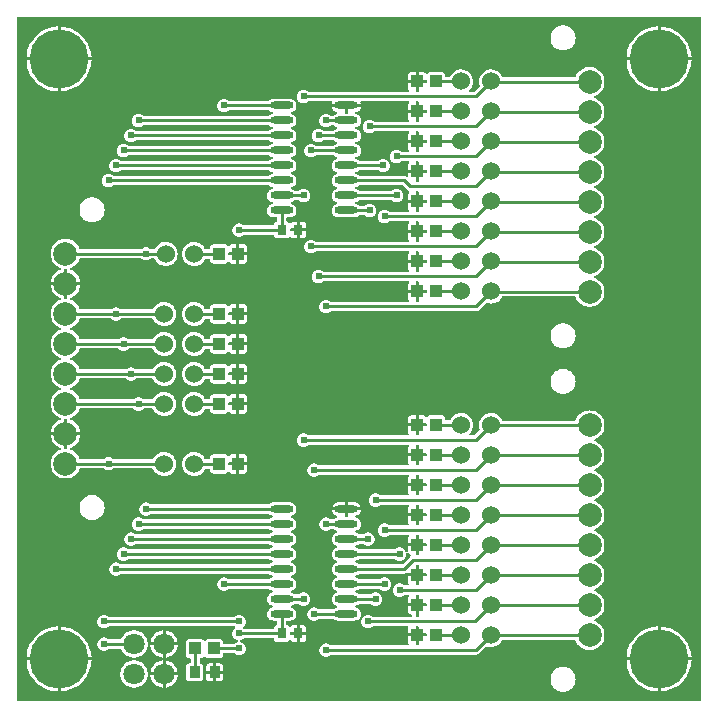
<source format=gtl>
G04 Layer: TopLayer*
G04 EasyEDA v6.5.32, 2023-07-30 21:58:18*
G04 7de9140c348b43c9878d0c7d88b18126,5a6b42c53f6a479593ecc07194224c93,10*
G04 Gerber Generator version 0.2*
G04 Scale: 100 percent, Rotated: No, Reflected: No *
G04 Dimensions in millimeters *
G04 leading zeros omitted , absolute positions ,4 integer and 5 decimal *
%FSLAX45Y45*%
%MOMM*%

%ADD10C,0.2540*%
%ADD11R,0.8000X0.9000*%
%ADD12R,0.8999X1.0000*%
%ADD13R,1.0000X1.1000*%
%ADD14O,1.9709892X0.6020054*%
%ADD15C,5.0000*%
%ADD16C,1.5240*%
%ADD17C,1.8000*%
%ADD18C,2.0000*%
%ADD19C,0.6096*%
%ADD20C,0.0105*%

%LPD*%
G36*
X36068Y25908D02*
G01*
X32156Y26670D01*
X28905Y28905D01*
X26670Y32156D01*
X25908Y36068D01*
X25908Y5805932D01*
X26670Y5809792D01*
X28905Y5813094D01*
X32156Y5815330D01*
X36068Y5816092D01*
X5805932Y5815584D01*
X5809843Y5814822D01*
X5813094Y5812637D01*
X5815330Y5809335D01*
X5816092Y5805424D01*
X5816092Y36068D01*
X5815330Y32156D01*
X5813094Y28905D01*
X5809843Y26670D01*
X5805932Y25908D01*
G37*

%LPC*%
G36*
X4648200Y5533440D02*
G01*
X4662017Y5534304D01*
X4675581Y5537047D01*
X4688738Y5541467D01*
X4701133Y5547614D01*
X4712665Y5555284D01*
X4723079Y5564428D01*
X4732223Y5574842D01*
X4739894Y5586374D01*
X4746040Y5598769D01*
X4750460Y5611926D01*
X4753203Y5625490D01*
X4754067Y5639308D01*
X4753203Y5653125D01*
X4750460Y5666689D01*
X4746040Y5679846D01*
X4739894Y5692241D01*
X4732223Y5703773D01*
X4723079Y5714187D01*
X4712665Y5723331D01*
X4701133Y5731002D01*
X4688738Y5737148D01*
X4675581Y5741568D01*
X4662017Y5744311D01*
X4648200Y5745175D01*
X4634382Y5744311D01*
X4620818Y5741568D01*
X4607661Y5737148D01*
X4595266Y5731002D01*
X4583734Y5723331D01*
X4573320Y5714187D01*
X4564176Y5703773D01*
X4556506Y5692241D01*
X4550359Y5679846D01*
X4545939Y5666689D01*
X4543196Y5653125D01*
X4542332Y5639308D01*
X4543196Y5625490D01*
X4545939Y5611926D01*
X4550359Y5598769D01*
X4556506Y5586374D01*
X4564176Y5574842D01*
X4573320Y5564428D01*
X4583734Y5555284D01*
X4595266Y5547614D01*
X4607661Y5541467D01*
X4620818Y5537047D01*
X4634382Y5534304D01*
G37*
G36*
X5448300Y105562D02*
G01*
X5448300Y368300D01*
X5185664Y368300D01*
X5186070Y357936D01*
X5188966Y334975D01*
X5193792Y312369D01*
X5200446Y290271D01*
X5208981Y268782D01*
X5219242Y248107D01*
X5231180Y228295D01*
X5244795Y209600D01*
X5259882Y192125D01*
X5276392Y175971D01*
X5294172Y161239D01*
X5313172Y148031D01*
X5333187Y136499D01*
X5354066Y126644D01*
X5375757Y118618D01*
X5398008Y112369D01*
X5420715Y108051D01*
X5443677Y105664D01*
G37*
G36*
X368300Y105562D02*
G01*
X368300Y368300D01*
X105664Y368300D01*
X106070Y357936D01*
X108966Y334975D01*
X113792Y312369D01*
X120446Y290271D01*
X128981Y268782D01*
X139242Y248107D01*
X151180Y228295D01*
X164795Y209600D01*
X179882Y192125D01*
X196392Y175971D01*
X214172Y161239D01*
X233171Y148031D01*
X253187Y136499D01*
X274066Y126644D01*
X295757Y118618D01*
X318008Y112369D01*
X340715Y108051D01*
X363677Y105664D01*
G37*
G36*
X5473700Y105613D02*
G01*
X5489854Y106629D01*
X5512714Y109982D01*
X5535218Y115265D01*
X5557164Y122428D01*
X5578500Y131368D01*
X5598972Y142087D01*
X5618480Y154432D01*
X5636869Y168402D01*
X5654040Y183896D01*
X5669838Y200710D01*
X5684215Y218846D01*
X5697016Y238099D01*
X5708142Y258317D01*
X5717540Y279450D01*
X5725109Y301244D01*
X5730849Y323646D01*
X5734710Y346405D01*
X5736590Y368300D01*
X5473700Y368300D01*
G37*
G36*
X393700Y105613D02*
G01*
X409854Y106629D01*
X432714Y109982D01*
X455218Y115265D01*
X477164Y122428D01*
X498500Y131368D01*
X518972Y142087D01*
X538480Y154432D01*
X556869Y168402D01*
X574040Y183896D01*
X589838Y200710D01*
X604215Y218846D01*
X617016Y238099D01*
X628142Y258317D01*
X637540Y279450D01*
X645109Y301244D01*
X650849Y323646D01*
X654710Y346405D01*
X656590Y368300D01*
X393700Y368300D01*
G37*
G36*
X1008735Y138328D02*
G01*
X1023264Y138328D01*
X1037691Y140157D01*
X1051814Y143764D01*
X1065326Y149148D01*
X1078077Y156159D01*
X1089863Y164693D01*
X1100480Y174650D01*
X1109776Y185877D01*
X1117549Y198170D01*
X1123746Y211328D01*
X1128268Y225196D01*
X1130960Y239471D01*
X1131874Y254000D01*
X1130960Y268528D01*
X1128268Y282803D01*
X1123746Y296672D01*
X1117549Y309829D01*
X1109776Y322122D01*
X1100480Y333349D01*
X1089863Y343306D01*
X1078077Y351840D01*
X1065326Y358851D01*
X1051814Y364236D01*
X1037691Y367842D01*
X1023264Y369671D01*
X1008735Y369671D01*
X994308Y367842D01*
X980186Y364236D01*
X966673Y358851D01*
X953922Y351840D01*
X942136Y343306D01*
X931519Y333349D01*
X922223Y322122D01*
X914450Y309829D01*
X908253Y296672D01*
X903732Y282803D01*
X901039Y268528D01*
X900125Y254000D01*
X901039Y239471D01*
X903732Y225196D01*
X908253Y211328D01*
X914450Y198170D01*
X922223Y185877D01*
X931519Y174650D01*
X942136Y164693D01*
X953922Y156159D01*
X966673Y149148D01*
X980186Y143764D01*
X994308Y140157D01*
G37*
G36*
X1257300Y139039D02*
G01*
X1257300Y241300D01*
X1154887Y241300D01*
X1155039Y239471D01*
X1157732Y225196D01*
X1162253Y211328D01*
X1168450Y198170D01*
X1176223Y185877D01*
X1185519Y174650D01*
X1196136Y164693D01*
X1207922Y156159D01*
X1220673Y149148D01*
X1234186Y143764D01*
X1248308Y140157D01*
G37*
G36*
X1282700Y139039D02*
G01*
X1291691Y140157D01*
X1305814Y143764D01*
X1319326Y149148D01*
X1332077Y156159D01*
X1343863Y164693D01*
X1354480Y174650D01*
X1363776Y185877D01*
X1371549Y198170D01*
X1377746Y211328D01*
X1382268Y225196D01*
X1384960Y239471D01*
X1385112Y241300D01*
X1282700Y241300D01*
G37*
G36*
X1653489Y190804D02*
G01*
X1685188Y190804D01*
X1685188Y254000D01*
X1627022Y254000D01*
X1627022Y217271D01*
X1627733Y210972D01*
X1629613Y205486D01*
X1632712Y200609D01*
X1636776Y196494D01*
X1641703Y193395D01*
X1647139Y191516D01*
G37*
G36*
X1710588Y190804D02*
G01*
X1742338Y190804D01*
X1748637Y191516D01*
X1754124Y193395D01*
X1759000Y196494D01*
X1763115Y200609D01*
X1766214Y205486D01*
X1768093Y210972D01*
X1768805Y217271D01*
X1768805Y254000D01*
X1710588Y254000D01*
G37*
G36*
X1483461Y190804D02*
G01*
X1572310Y190804D01*
X1578660Y191516D01*
X1584096Y193395D01*
X1589024Y196494D01*
X1593088Y200609D01*
X1596186Y205486D01*
X1598117Y210972D01*
X1598828Y217271D01*
X1598828Y316128D01*
X1598117Y322478D01*
X1596186Y327914D01*
X1593088Y332841D01*
X1589024Y336905D01*
X1584096Y340004D01*
X1578305Y342036D01*
X1574800Y344170D01*
X1572361Y347522D01*
X1571548Y351586D01*
X1571548Y378815D01*
X1572209Y382473D01*
X1574139Y385673D01*
X1577136Y387908D01*
X1580692Y388924D01*
X1588719Y389737D01*
X1594104Y391617D01*
X1599031Y394716D01*
X1603095Y398780D01*
X1604314Y400659D01*
X1607108Y403606D01*
X1610868Y405231D01*
X1614932Y405231D01*
X1618691Y403606D01*
X1621485Y400659D01*
X1622704Y398780D01*
X1626768Y394716D01*
X1631696Y391617D01*
X1637131Y389686D01*
X1643481Y388975D01*
X1742338Y388975D01*
X1748637Y389686D01*
X1754124Y391617D01*
X1759000Y394716D01*
X1763115Y398780D01*
X1766163Y403707D01*
X1768093Y409143D01*
X1768805Y415493D01*
X1768805Y421132D01*
X1769567Y425043D01*
X1771802Y428294D01*
X1775053Y430530D01*
X1778965Y431292D01*
X1859991Y431292D01*
X1863902Y430530D01*
X1867204Y428294D01*
X1868779Y426720D01*
X1876806Y421081D01*
X1885746Y416966D01*
X1895195Y414426D01*
X1905000Y413562D01*
X1914804Y414426D01*
X1924253Y416966D01*
X1933193Y421081D01*
X1941220Y426720D01*
X1948180Y433679D01*
X1953818Y441706D01*
X1957933Y450646D01*
X1960473Y460095D01*
X1961337Y469900D01*
X1960473Y479704D01*
X1957933Y489153D01*
X1953818Y498093D01*
X1948180Y506120D01*
X1941220Y513080D01*
X1933193Y518718D01*
X1924253Y522833D01*
X1921510Y523595D01*
X1917649Y525627D01*
X1914956Y529082D01*
X1913991Y533400D01*
X1914956Y537718D01*
X1917649Y541172D01*
X1921510Y543204D01*
X1924253Y543966D01*
X1933193Y548081D01*
X1941220Y553720D01*
X1942795Y555294D01*
X1946097Y557530D01*
X1950008Y558292D01*
X2191156Y558292D01*
X2194763Y557631D01*
X2197912Y555701D01*
X2200198Y552805D01*
X2201265Y549249D01*
X2201621Y546150D01*
X2203500Y540664D01*
X2206599Y535787D01*
X2210663Y531672D01*
X2215591Y528624D01*
X2221026Y526694D01*
X2227376Y525983D01*
X2306218Y525983D01*
X2312568Y526694D01*
X2318004Y528624D01*
X2322931Y531672D01*
X2326995Y535787D01*
X2328164Y537667D01*
X2331008Y540613D01*
X2334768Y542239D01*
X2338832Y542239D01*
X2342591Y540613D01*
X2345385Y537667D01*
X2346553Y535787D01*
X2350668Y531672D01*
X2355545Y528624D01*
X2361031Y526694D01*
X2367330Y525983D01*
X2394102Y525983D01*
X2394102Y584200D01*
X2342845Y584200D01*
X2338984Y584962D01*
X2335682Y587197D01*
X2333498Y590448D01*
X2332685Y594360D01*
X2332685Y599440D01*
X2333498Y603351D01*
X2335682Y606602D01*
X2338984Y608838D01*
X2342845Y609600D01*
X2394102Y609600D01*
X2394102Y667816D01*
X2367330Y667816D01*
X2361031Y667105D01*
X2355545Y665175D01*
X2350668Y662127D01*
X2346553Y658012D01*
X2345385Y656132D01*
X2342591Y653186D01*
X2338832Y651560D01*
X2334768Y651560D01*
X2331008Y653186D01*
X2328164Y656132D01*
X2326995Y658012D01*
X2322931Y662127D01*
X2318004Y665175D01*
X2312009Y667308D01*
X2308453Y669442D01*
X2306015Y672795D01*
X2305202Y676859D01*
X2305151Y695807D01*
X2305913Y699719D01*
X2308098Y703021D01*
X2311400Y705205D01*
X2315311Y705967D01*
X2334463Y705967D01*
X2344623Y706882D01*
X2354021Y709422D01*
X2362860Y713536D01*
X2370886Y719124D01*
X2377744Y726033D01*
X2383383Y734009D01*
X2387498Y742848D01*
X2389987Y752297D01*
X2390851Y762000D01*
X2389987Y771702D01*
X2387498Y781151D01*
X2383383Y789990D01*
X2377744Y797966D01*
X2370886Y804875D01*
X2362860Y810463D01*
X2354021Y814578D01*
X2349957Y815695D01*
X2346045Y817727D01*
X2343353Y821182D01*
X2342438Y825500D01*
X2343353Y829767D01*
X2346045Y833272D01*
X2349957Y835304D01*
X2354021Y836421D01*
X2362860Y840536D01*
X2370886Y846124D01*
X2372156Y847394D01*
X2375458Y849630D01*
X2379319Y850392D01*
X2406091Y850392D01*
X2410002Y849630D01*
X2413304Y847394D01*
X2414879Y845819D01*
X2422906Y840181D01*
X2431846Y836066D01*
X2441295Y833526D01*
X2451100Y832662D01*
X2460904Y833526D01*
X2470353Y836066D01*
X2479294Y840181D01*
X2487320Y845819D01*
X2494280Y852779D01*
X2499918Y860806D01*
X2504033Y869746D01*
X2506573Y879195D01*
X2507437Y889000D01*
X2506573Y898804D01*
X2504033Y908253D01*
X2499918Y917194D01*
X2494280Y925220D01*
X2487320Y932180D01*
X2479294Y937818D01*
X2470353Y941933D01*
X2460904Y944473D01*
X2451100Y945337D01*
X2441295Y944473D01*
X2431846Y941933D01*
X2422906Y937818D01*
X2414879Y932180D01*
X2413304Y930605D01*
X2410002Y928369D01*
X2406091Y927608D01*
X2379319Y927608D01*
X2375458Y928369D01*
X2372156Y930605D01*
X2370886Y931875D01*
X2362860Y937463D01*
X2354021Y941578D01*
X2349957Y942695D01*
X2346045Y944727D01*
X2343353Y948182D01*
X2342438Y952500D01*
X2343353Y956767D01*
X2346045Y960272D01*
X2349957Y962304D01*
X2354021Y963421D01*
X2362860Y967536D01*
X2370886Y973124D01*
X2377744Y980033D01*
X2383383Y988009D01*
X2387498Y996848D01*
X2389987Y1006297D01*
X2390851Y1016000D01*
X2389987Y1025702D01*
X2387498Y1035151D01*
X2383383Y1043990D01*
X2377744Y1051966D01*
X2370886Y1058875D01*
X2362860Y1064463D01*
X2354021Y1068578D01*
X2349957Y1069695D01*
X2346045Y1071727D01*
X2343353Y1075182D01*
X2342438Y1079500D01*
X2343353Y1083767D01*
X2346045Y1087272D01*
X2349957Y1089304D01*
X2354021Y1090422D01*
X2362860Y1094536D01*
X2370886Y1100124D01*
X2377744Y1107033D01*
X2383383Y1115009D01*
X2387498Y1123848D01*
X2389987Y1133297D01*
X2390851Y1143000D01*
X2389987Y1152702D01*
X2387498Y1162151D01*
X2383383Y1170990D01*
X2377744Y1178966D01*
X2370886Y1185875D01*
X2362860Y1191463D01*
X2354021Y1195578D01*
X2349957Y1196695D01*
X2346045Y1198727D01*
X2343353Y1202182D01*
X2342438Y1206500D01*
X2343353Y1210767D01*
X2346045Y1214272D01*
X2349957Y1216304D01*
X2354021Y1217422D01*
X2362860Y1221536D01*
X2370886Y1227124D01*
X2377744Y1234033D01*
X2383383Y1242009D01*
X2387498Y1250848D01*
X2389987Y1260297D01*
X2390851Y1270000D01*
X2389987Y1279702D01*
X2387498Y1289151D01*
X2383383Y1297990D01*
X2377744Y1305966D01*
X2370886Y1312875D01*
X2362860Y1318463D01*
X2354021Y1322578D01*
X2349957Y1323695D01*
X2346045Y1325727D01*
X2343353Y1329182D01*
X2342438Y1333500D01*
X2343353Y1337767D01*
X2346045Y1341272D01*
X2349957Y1343304D01*
X2354021Y1344422D01*
X2362860Y1348536D01*
X2370886Y1354124D01*
X2377744Y1361033D01*
X2383383Y1369009D01*
X2387498Y1377848D01*
X2389987Y1387297D01*
X2390851Y1397000D01*
X2389987Y1406702D01*
X2387498Y1416151D01*
X2383383Y1424990D01*
X2377744Y1432966D01*
X2370886Y1439875D01*
X2362860Y1445463D01*
X2354021Y1449578D01*
X2349957Y1450695D01*
X2346045Y1452727D01*
X2343353Y1456182D01*
X2342438Y1460500D01*
X2343353Y1464767D01*
X2346045Y1468272D01*
X2349957Y1470304D01*
X2354021Y1471422D01*
X2362860Y1475536D01*
X2370886Y1481124D01*
X2377744Y1488033D01*
X2383383Y1496009D01*
X2387498Y1504848D01*
X2389987Y1514297D01*
X2390851Y1524000D01*
X2389987Y1533702D01*
X2387498Y1543151D01*
X2383383Y1551990D01*
X2377744Y1559966D01*
X2370886Y1566875D01*
X2362860Y1572463D01*
X2354021Y1576578D01*
X2349957Y1577695D01*
X2346045Y1579727D01*
X2343353Y1583182D01*
X2342438Y1587500D01*
X2343353Y1591767D01*
X2346045Y1595272D01*
X2349957Y1597304D01*
X2354021Y1598422D01*
X2362860Y1602536D01*
X2370886Y1608124D01*
X2377744Y1615033D01*
X2383383Y1623009D01*
X2387498Y1631848D01*
X2389987Y1641297D01*
X2390851Y1651000D01*
X2389987Y1660702D01*
X2387498Y1670151D01*
X2383383Y1678990D01*
X2377744Y1686966D01*
X2370886Y1693875D01*
X2362860Y1699463D01*
X2354021Y1703578D01*
X2344623Y1706118D01*
X2334463Y1706981D01*
X2198420Y1706981D01*
X2188260Y1706118D01*
X2178862Y1703578D01*
X2170023Y1699463D01*
X2161997Y1693875D01*
X2160727Y1692605D01*
X2157425Y1690370D01*
X2153513Y1689607D01*
X1162558Y1689607D01*
X1158697Y1690370D01*
X1155395Y1692605D01*
X1153820Y1694180D01*
X1145794Y1699818D01*
X1136853Y1703933D01*
X1127404Y1706473D01*
X1117600Y1707337D01*
X1107795Y1706473D01*
X1098346Y1703933D01*
X1089406Y1699818D01*
X1081379Y1694180D01*
X1074420Y1687220D01*
X1068781Y1679193D01*
X1064666Y1670253D01*
X1062126Y1660804D01*
X1061262Y1651000D01*
X1062126Y1641195D01*
X1064666Y1631746D01*
X1068781Y1622806D01*
X1074420Y1614779D01*
X1081379Y1607820D01*
X1089406Y1602181D01*
X1098346Y1598066D01*
X1107795Y1595526D01*
X1117600Y1594662D01*
X1127404Y1595526D01*
X1136853Y1598066D01*
X1145794Y1602181D01*
X1153820Y1607820D01*
X1155395Y1609394D01*
X1158697Y1611630D01*
X1162608Y1612392D01*
X2153513Y1612392D01*
X2157425Y1611630D01*
X2160727Y1609394D01*
X2161997Y1608124D01*
X2170023Y1602536D01*
X2178862Y1598422D01*
X2182926Y1597304D01*
X2186838Y1595272D01*
X2189480Y1591767D01*
X2190445Y1587500D01*
X2189480Y1583182D01*
X2186838Y1579727D01*
X2182926Y1577695D01*
X2178862Y1576578D01*
X2170023Y1572463D01*
X2161997Y1566875D01*
X2160727Y1565605D01*
X2157425Y1563370D01*
X2153513Y1562608D01*
X1099058Y1562608D01*
X1095197Y1563370D01*
X1091895Y1565605D01*
X1090320Y1567180D01*
X1082294Y1572818D01*
X1073353Y1576933D01*
X1063904Y1579473D01*
X1054100Y1580337D01*
X1044295Y1579473D01*
X1034846Y1576933D01*
X1025906Y1572818D01*
X1017879Y1567180D01*
X1010919Y1560220D01*
X1005281Y1552194D01*
X1001166Y1543253D01*
X998626Y1533804D01*
X997762Y1524000D01*
X998626Y1514195D01*
X1001166Y1504746D01*
X1005281Y1495806D01*
X1010919Y1487779D01*
X1017879Y1480820D01*
X1025906Y1475181D01*
X1034846Y1471066D01*
X1044295Y1468526D01*
X1054100Y1467662D01*
X1063904Y1468526D01*
X1073353Y1471066D01*
X1082294Y1475181D01*
X1090320Y1480820D01*
X1091895Y1482394D01*
X1095197Y1484630D01*
X1099108Y1485392D01*
X2153513Y1485392D01*
X2157425Y1484630D01*
X2160727Y1482394D01*
X2161997Y1481124D01*
X2170023Y1475536D01*
X2178862Y1471422D01*
X2182926Y1470304D01*
X2186838Y1468272D01*
X2189480Y1464767D01*
X2190445Y1460500D01*
X2189480Y1456182D01*
X2186838Y1452727D01*
X2182926Y1450695D01*
X2178862Y1449578D01*
X2170023Y1445463D01*
X2161997Y1439875D01*
X2160727Y1438605D01*
X2157425Y1436370D01*
X2153513Y1435608D01*
X1035558Y1435608D01*
X1031697Y1436370D01*
X1028395Y1438605D01*
X1026820Y1440180D01*
X1018794Y1445818D01*
X1009853Y1449933D01*
X1000404Y1452473D01*
X990600Y1453337D01*
X980795Y1452473D01*
X971346Y1449933D01*
X962406Y1445818D01*
X954379Y1440180D01*
X947419Y1433220D01*
X941781Y1425194D01*
X937666Y1416253D01*
X935126Y1406804D01*
X934262Y1397000D01*
X935126Y1387195D01*
X937666Y1377746D01*
X941781Y1368806D01*
X947419Y1360779D01*
X954379Y1353820D01*
X962406Y1348181D01*
X971346Y1344066D01*
X980795Y1341526D01*
X990600Y1340662D01*
X1000404Y1341526D01*
X1009853Y1344066D01*
X1018794Y1348181D01*
X1026820Y1353820D01*
X1028395Y1355394D01*
X1031697Y1357630D01*
X1035608Y1358392D01*
X2153513Y1358392D01*
X2157425Y1357630D01*
X2160727Y1355394D01*
X2161997Y1354124D01*
X2170023Y1348536D01*
X2178862Y1344422D01*
X2182926Y1343304D01*
X2186838Y1341272D01*
X2189480Y1337767D01*
X2190445Y1333500D01*
X2189480Y1329182D01*
X2186838Y1325727D01*
X2182926Y1323695D01*
X2178862Y1322578D01*
X2170023Y1318463D01*
X2161997Y1312875D01*
X2160727Y1311605D01*
X2157425Y1309370D01*
X2153513Y1308608D01*
X972058Y1308608D01*
X968197Y1309370D01*
X964895Y1311605D01*
X963320Y1313180D01*
X955294Y1318818D01*
X946353Y1322933D01*
X936904Y1325473D01*
X927100Y1326337D01*
X917295Y1325473D01*
X907846Y1322933D01*
X898906Y1318818D01*
X890879Y1313180D01*
X883919Y1306220D01*
X878281Y1298194D01*
X874166Y1289253D01*
X871626Y1279804D01*
X870762Y1270000D01*
X871626Y1260195D01*
X874166Y1250746D01*
X878281Y1241806D01*
X883919Y1233779D01*
X890879Y1226820D01*
X898906Y1221181D01*
X907846Y1217066D01*
X917295Y1214526D01*
X927100Y1213662D01*
X936904Y1214526D01*
X946353Y1217066D01*
X955294Y1221181D01*
X963320Y1226820D01*
X964895Y1228394D01*
X968197Y1230630D01*
X972108Y1231392D01*
X2153513Y1231392D01*
X2157425Y1230630D01*
X2160727Y1228394D01*
X2161997Y1227124D01*
X2170023Y1221536D01*
X2178862Y1217422D01*
X2182926Y1216304D01*
X2186838Y1214272D01*
X2189480Y1210767D01*
X2190445Y1206500D01*
X2189480Y1202182D01*
X2186838Y1198727D01*
X2182926Y1196695D01*
X2178862Y1195578D01*
X2170023Y1191463D01*
X2161997Y1185875D01*
X2160727Y1184605D01*
X2157425Y1182370D01*
X2153564Y1181608D01*
X908558Y1181608D01*
X904697Y1182370D01*
X901395Y1184605D01*
X899820Y1186180D01*
X891794Y1191818D01*
X882853Y1195933D01*
X873404Y1198473D01*
X863600Y1199337D01*
X853795Y1198473D01*
X844346Y1195933D01*
X835406Y1191818D01*
X827379Y1186180D01*
X820419Y1179220D01*
X814781Y1171194D01*
X810666Y1162253D01*
X808126Y1152804D01*
X807262Y1143000D01*
X808126Y1133195D01*
X810666Y1123746D01*
X814781Y1114806D01*
X820419Y1106779D01*
X827379Y1099820D01*
X835406Y1094181D01*
X844346Y1090066D01*
X853795Y1087526D01*
X863600Y1086662D01*
X873404Y1087526D01*
X882853Y1090066D01*
X891794Y1094181D01*
X899820Y1099820D01*
X901395Y1101394D01*
X904697Y1103630D01*
X908608Y1104392D01*
X2153513Y1104392D01*
X2157425Y1103630D01*
X2160727Y1101394D01*
X2161997Y1100124D01*
X2170023Y1094536D01*
X2178862Y1090422D01*
X2182926Y1089304D01*
X2186838Y1087272D01*
X2189480Y1083767D01*
X2190445Y1079500D01*
X2189480Y1075182D01*
X2186838Y1071727D01*
X2182926Y1069695D01*
X2178862Y1068578D01*
X2170023Y1064463D01*
X2161997Y1058875D01*
X2160727Y1057605D01*
X2157425Y1055370D01*
X2153513Y1054608D01*
X1822957Y1054608D01*
X1819097Y1055370D01*
X1815795Y1057605D01*
X1814220Y1059180D01*
X1806193Y1064818D01*
X1797253Y1068933D01*
X1787804Y1071473D01*
X1778000Y1072337D01*
X1768195Y1071473D01*
X1758746Y1068933D01*
X1749806Y1064818D01*
X1741779Y1059180D01*
X1734820Y1052220D01*
X1729181Y1044194D01*
X1725066Y1035253D01*
X1722526Y1025804D01*
X1721662Y1016000D01*
X1722526Y1006195D01*
X1725066Y996746D01*
X1729181Y987806D01*
X1734820Y979779D01*
X1741779Y972819D01*
X1749806Y967181D01*
X1758746Y963066D01*
X1768195Y960526D01*
X1778000Y959662D01*
X1787804Y960526D01*
X1797253Y963066D01*
X1806193Y967181D01*
X1814220Y972819D01*
X1815795Y974394D01*
X1819097Y976630D01*
X1823008Y977392D01*
X2153513Y977392D01*
X2157425Y976630D01*
X2160727Y974394D01*
X2161997Y973124D01*
X2170023Y967536D01*
X2178862Y963421D01*
X2182926Y962304D01*
X2186838Y960272D01*
X2189480Y956767D01*
X2190445Y952500D01*
X2189480Y948182D01*
X2186838Y944727D01*
X2182926Y942695D01*
X2178862Y941578D01*
X2170023Y937463D01*
X2161997Y931875D01*
X2155139Y924966D01*
X2149500Y916990D01*
X2145385Y908151D01*
X2142896Y898702D01*
X2142032Y889000D01*
X2142896Y879297D01*
X2145385Y869848D01*
X2149500Y861009D01*
X2155139Y853033D01*
X2161997Y846124D01*
X2170023Y840536D01*
X2178862Y836421D01*
X2182926Y835304D01*
X2186838Y833272D01*
X2189480Y829767D01*
X2190445Y825500D01*
X2189480Y821182D01*
X2186838Y817727D01*
X2182926Y815695D01*
X2178862Y814578D01*
X2170023Y810463D01*
X2161997Y804875D01*
X2155139Y797966D01*
X2149500Y789990D01*
X2145385Y781151D01*
X2142896Y771702D01*
X2142032Y762000D01*
X2142896Y752297D01*
X2145385Y742848D01*
X2149500Y734009D01*
X2155139Y726033D01*
X2161997Y719124D01*
X2170023Y713536D01*
X2178862Y709422D01*
X2188260Y706882D01*
X2198420Y705967D01*
X2217775Y705967D01*
X2221636Y705205D01*
X2224938Y703021D01*
X2227173Y699719D01*
X2227935Y695858D01*
X2227986Y676757D01*
X2227122Y672693D01*
X2224735Y669290D01*
X2221179Y667156D01*
X2215591Y665175D01*
X2210663Y662127D01*
X2206599Y658012D01*
X2203500Y653135D01*
X2201621Y647649D01*
X2201265Y644550D01*
X2200198Y640994D01*
X2197912Y638098D01*
X2194763Y636168D01*
X2191156Y635508D01*
X1950008Y635508D01*
X1946097Y636270D01*
X1942795Y638505D01*
X1940763Y640537D01*
X1938578Y643788D01*
X1937816Y647700D01*
X1938578Y651611D01*
X1940763Y654862D01*
X1948180Y662279D01*
X1953818Y670306D01*
X1957933Y679246D01*
X1960473Y688695D01*
X1961337Y698500D01*
X1960473Y708304D01*
X1957933Y717753D01*
X1953818Y726694D01*
X1948180Y734720D01*
X1941220Y741680D01*
X1933193Y747318D01*
X1924253Y751433D01*
X1914804Y753973D01*
X1905000Y754837D01*
X1895195Y753973D01*
X1885746Y751433D01*
X1876806Y747318D01*
X1868779Y741680D01*
X1867204Y740105D01*
X1863902Y737870D01*
X1859991Y737108D01*
X807008Y737108D01*
X803097Y737870D01*
X799795Y740105D01*
X798220Y741680D01*
X790194Y747318D01*
X781253Y751433D01*
X771804Y753973D01*
X762000Y754837D01*
X752195Y753973D01*
X742746Y751433D01*
X733806Y747318D01*
X725779Y741680D01*
X718820Y734720D01*
X713181Y726694D01*
X709066Y717753D01*
X706526Y708304D01*
X705662Y698500D01*
X706526Y688695D01*
X709066Y679246D01*
X713181Y670306D01*
X718820Y662279D01*
X725779Y655320D01*
X733806Y649681D01*
X742746Y645566D01*
X752195Y643026D01*
X762000Y642162D01*
X771804Y643026D01*
X781253Y645566D01*
X790194Y649681D01*
X798220Y655320D01*
X799795Y656894D01*
X803097Y659130D01*
X807008Y659892D01*
X1859991Y659892D01*
X1863902Y659130D01*
X1867204Y656894D01*
X1869236Y654862D01*
X1871421Y651611D01*
X1872183Y647700D01*
X1871421Y643788D01*
X1869236Y640537D01*
X1861820Y633120D01*
X1856181Y625094D01*
X1852066Y616153D01*
X1849526Y606704D01*
X1848662Y596900D01*
X1849526Y587095D01*
X1852066Y577646D01*
X1856181Y568706D01*
X1861820Y560679D01*
X1868779Y553720D01*
X1876806Y548081D01*
X1885746Y543966D01*
X1888489Y543204D01*
X1892350Y541172D01*
X1895043Y537718D01*
X1896008Y533400D01*
X1895043Y529082D01*
X1892350Y525627D01*
X1888489Y523595D01*
X1885746Y522833D01*
X1876806Y518718D01*
X1868779Y513080D01*
X1867204Y511505D01*
X1863902Y509270D01*
X1859991Y508508D01*
X1778965Y508508D01*
X1775053Y509270D01*
X1771802Y511505D01*
X1769567Y514756D01*
X1768805Y518668D01*
X1768805Y524306D01*
X1768093Y530656D01*
X1766163Y536092D01*
X1763115Y541020D01*
X1759000Y545084D01*
X1754124Y548182D01*
X1748637Y550113D01*
X1742338Y550824D01*
X1643481Y550824D01*
X1637131Y550113D01*
X1631696Y548182D01*
X1626768Y545084D01*
X1622704Y541020D01*
X1621485Y539140D01*
X1618691Y536194D01*
X1614932Y534568D01*
X1610868Y534568D01*
X1607108Y536194D01*
X1604314Y539140D01*
X1603095Y541020D01*
X1599031Y545084D01*
X1594104Y548182D01*
X1588668Y550113D01*
X1582318Y550824D01*
X1483461Y550824D01*
X1477162Y550113D01*
X1471676Y548182D01*
X1466799Y545084D01*
X1462684Y541020D01*
X1459636Y536092D01*
X1457706Y530656D01*
X1456994Y524306D01*
X1456994Y415493D01*
X1457706Y409143D01*
X1459636Y403707D01*
X1462684Y398780D01*
X1466799Y394716D01*
X1471676Y391617D01*
X1477060Y389737D01*
X1485138Y388924D01*
X1488694Y387908D01*
X1491691Y385673D01*
X1493621Y382473D01*
X1494332Y378815D01*
X1494332Y352755D01*
X1493621Y349097D01*
X1491691Y345948D01*
X1488694Y343712D01*
X1485138Y342646D01*
X1477111Y341884D01*
X1471676Y340004D01*
X1466799Y336905D01*
X1462684Y332841D01*
X1459636Y327914D01*
X1457706Y322478D01*
X1456994Y316128D01*
X1456994Y217271D01*
X1457706Y210972D01*
X1459636Y205486D01*
X1462684Y200609D01*
X1466799Y196494D01*
X1471676Y193395D01*
X1477162Y191516D01*
G37*
G36*
X1154887Y266700D02*
G01*
X1257300Y266700D01*
X1257300Y368960D01*
X1248308Y367842D01*
X1234186Y364236D01*
X1220673Y358851D01*
X1207922Y351840D01*
X1196136Y343306D01*
X1185519Y333349D01*
X1176223Y322122D01*
X1168450Y309829D01*
X1162253Y296672D01*
X1157732Y282803D01*
X1155039Y268528D01*
G37*
G36*
X1282700Y266700D02*
G01*
X1385112Y266700D01*
X1384960Y268528D01*
X1382268Y282803D01*
X1377746Y296672D01*
X1371549Y309829D01*
X1363776Y322122D01*
X1354480Y333349D01*
X1343863Y343306D01*
X1332077Y351840D01*
X1319326Y358851D01*
X1305814Y364236D01*
X1291691Y367842D01*
X1282700Y368960D01*
G37*
G36*
X1627022Y279400D02*
G01*
X1685188Y279400D01*
X1685188Y342595D01*
X1653489Y342595D01*
X1647139Y341884D01*
X1641703Y340004D01*
X1636776Y336905D01*
X1632712Y332841D01*
X1629613Y327914D01*
X1627733Y322478D01*
X1627022Y316128D01*
G37*
G36*
X1710588Y279400D02*
G01*
X1768805Y279400D01*
X1768805Y316128D01*
X1768093Y322478D01*
X1766214Y327914D01*
X1763115Y332841D01*
X1759000Y336905D01*
X1754124Y340004D01*
X1748637Y341884D01*
X1742338Y342595D01*
X1710588Y342595D01*
G37*
G36*
X393700Y5473700D02*
G01*
X656590Y5473700D01*
X654710Y5495594D01*
X650849Y5518353D01*
X645109Y5540756D01*
X637540Y5562549D01*
X628142Y5583682D01*
X617016Y5603900D01*
X604215Y5623153D01*
X589838Y5641289D01*
X574040Y5658104D01*
X556869Y5673598D01*
X538480Y5687568D01*
X518972Y5699912D01*
X498500Y5710631D01*
X477164Y5719572D01*
X455218Y5726734D01*
X432714Y5732018D01*
X409854Y5735370D01*
X393700Y5736386D01*
G37*
G36*
X1008735Y392328D02*
G01*
X1023264Y392328D01*
X1037691Y394157D01*
X1051814Y397764D01*
X1065326Y403148D01*
X1078077Y410159D01*
X1089863Y418693D01*
X1100480Y428650D01*
X1109776Y439877D01*
X1117549Y452170D01*
X1123746Y465328D01*
X1128268Y479196D01*
X1130960Y493471D01*
X1131874Y508000D01*
X1130960Y522528D01*
X1128268Y536803D01*
X1123746Y550672D01*
X1117549Y563829D01*
X1109776Y576122D01*
X1100480Y587349D01*
X1089863Y597306D01*
X1078077Y605840D01*
X1065326Y612851D01*
X1051814Y618236D01*
X1037691Y621842D01*
X1023264Y623671D01*
X1008735Y623671D01*
X994308Y621842D01*
X980186Y618236D01*
X966673Y612851D01*
X953922Y605840D01*
X942136Y597306D01*
X931519Y587349D01*
X922223Y576122D01*
X914450Y563829D01*
X909066Y552450D01*
X906830Y549351D01*
X903630Y547319D01*
X899871Y546608D01*
X807008Y546608D01*
X803097Y547370D01*
X799795Y549605D01*
X798220Y551180D01*
X790194Y556818D01*
X781253Y560933D01*
X771804Y563473D01*
X762000Y564337D01*
X752195Y563473D01*
X742746Y560933D01*
X733806Y556818D01*
X725779Y551180D01*
X718820Y544220D01*
X713181Y536194D01*
X709066Y527253D01*
X706526Y517804D01*
X705662Y508000D01*
X706526Y498195D01*
X709066Y488746D01*
X713181Y479806D01*
X718820Y471779D01*
X725779Y464820D01*
X733806Y459181D01*
X742746Y455066D01*
X752195Y452526D01*
X762000Y451662D01*
X771804Y452526D01*
X781253Y455066D01*
X790194Y459181D01*
X798220Y464820D01*
X799795Y466394D01*
X803097Y468630D01*
X807008Y469392D01*
X899871Y469392D01*
X903630Y468680D01*
X906830Y466648D01*
X909066Y463550D01*
X914450Y452170D01*
X922223Y439877D01*
X931519Y428650D01*
X942136Y418693D01*
X953922Y410159D01*
X966673Y403148D01*
X980186Y397764D01*
X994308Y394157D01*
G37*
G36*
X1257300Y393039D02*
G01*
X1257300Y495300D01*
X1154887Y495300D01*
X1155039Y493471D01*
X1157732Y479196D01*
X1162253Y465328D01*
X1168450Y452170D01*
X1176223Y439877D01*
X1185519Y428650D01*
X1196136Y418693D01*
X1207922Y410159D01*
X1220673Y403148D01*
X1234186Y397764D01*
X1248308Y394157D01*
G37*
G36*
X1282700Y393039D02*
G01*
X1291691Y394157D01*
X1305814Y397764D01*
X1319326Y403148D01*
X1332077Y410159D01*
X1343863Y418693D01*
X1354480Y428650D01*
X1363776Y439877D01*
X1371549Y452170D01*
X1377746Y465328D01*
X1382268Y479196D01*
X1384960Y493471D01*
X1385112Y495300D01*
X1282700Y495300D01*
G37*
G36*
X5185664Y393700D02*
G01*
X5448300Y393700D01*
X5448300Y656437D01*
X5443677Y656336D01*
X5420715Y653948D01*
X5398008Y649630D01*
X5375757Y643382D01*
X5354066Y635355D01*
X5333187Y625500D01*
X5313172Y613968D01*
X5294172Y600760D01*
X5276392Y586028D01*
X5259882Y569874D01*
X5244795Y552348D01*
X5231180Y533704D01*
X5219242Y513892D01*
X5208981Y493217D01*
X5200446Y471728D01*
X5193792Y449630D01*
X5188966Y427024D01*
X5186070Y404063D01*
G37*
G36*
X105664Y393700D02*
G01*
X368300Y393700D01*
X368300Y656437D01*
X363677Y656336D01*
X340715Y653948D01*
X318008Y649630D01*
X295757Y643382D01*
X274066Y635355D01*
X253187Y625500D01*
X233171Y613968D01*
X214172Y600760D01*
X196392Y586028D01*
X179882Y569874D01*
X164795Y552348D01*
X151180Y533704D01*
X139242Y513892D01*
X128981Y493217D01*
X120446Y471728D01*
X113792Y449630D01*
X108966Y427024D01*
X106070Y404063D01*
G37*
G36*
X5473700Y393700D02*
G01*
X5736590Y393700D01*
X5734710Y415594D01*
X5730849Y438353D01*
X5725109Y460756D01*
X5717540Y482549D01*
X5708142Y503682D01*
X5697016Y523900D01*
X5684215Y543153D01*
X5669838Y561289D01*
X5654040Y578104D01*
X5636869Y593598D01*
X5618480Y607568D01*
X5598972Y619912D01*
X5578500Y630631D01*
X5557164Y639572D01*
X5535218Y646734D01*
X5512714Y652018D01*
X5489854Y655370D01*
X5473700Y656386D01*
G37*
G36*
X393700Y393700D02*
G01*
X656590Y393700D01*
X654710Y415594D01*
X650849Y438353D01*
X645109Y460756D01*
X637540Y482549D01*
X628142Y503682D01*
X617016Y523900D01*
X604215Y543153D01*
X589838Y561289D01*
X574040Y578104D01*
X556869Y593598D01*
X538480Y607568D01*
X518972Y619912D01*
X498500Y630631D01*
X477164Y639572D01*
X455218Y646734D01*
X432714Y652018D01*
X409854Y655370D01*
X393700Y656386D01*
G37*
G36*
X2641600Y400862D02*
G01*
X2651404Y401726D01*
X2660853Y404266D01*
X2669794Y408432D01*
X2677820Y414070D01*
X2679395Y415645D01*
X2682697Y417830D01*
X2686608Y418592D01*
X3911092Y418592D01*
X3919118Y419404D01*
X3926332Y421589D01*
X3933037Y425145D01*
X3939235Y430276D01*
X3994505Y485546D01*
X3997553Y487629D01*
X4001109Y488492D01*
X4004716Y488035D01*
X4014927Y484885D01*
X4028389Y482650D01*
X4042003Y482193D01*
X4055567Y483514D01*
X4068826Y486714D01*
X4081576Y491591D01*
X4093514Y498144D01*
X4104487Y506222D01*
X4114292Y515721D01*
X4122775Y526440D01*
X4129481Y537819D01*
X4131767Y540461D01*
X4134815Y542188D01*
X4138218Y542798D01*
X4746244Y542798D01*
X4750003Y542086D01*
X4753254Y539953D01*
X4755489Y536803D01*
X4761738Y522935D01*
X4769612Y509879D01*
X4778959Y497941D01*
X4789728Y487172D01*
X4801717Y477824D01*
X4814722Y469950D01*
X4828590Y463702D01*
X4843068Y459181D01*
X4858054Y456438D01*
X4873193Y455523D01*
X4888382Y456438D01*
X4903317Y459181D01*
X4917846Y463702D01*
X4931714Y469950D01*
X4944719Y477824D01*
X4956708Y487172D01*
X4967427Y497941D01*
X4976825Y509879D01*
X4984699Y522935D01*
X4990896Y536752D01*
X4995418Y551281D01*
X4998161Y566216D01*
X4999075Y581406D01*
X4998161Y596595D01*
X4995418Y611530D01*
X4990896Y626059D01*
X4984699Y639927D01*
X4976825Y652932D01*
X4967427Y664870D01*
X4956708Y675640D01*
X4944719Y685038D01*
X4931714Y692861D01*
X4917795Y699160D01*
X4914646Y701395D01*
X4912512Y704596D01*
X4911801Y708406D01*
X4912512Y712216D01*
X4914646Y715467D01*
X4917795Y717702D01*
X4931714Y723950D01*
X4944719Y731824D01*
X4956708Y741172D01*
X4967427Y751941D01*
X4976825Y763879D01*
X4984699Y776935D01*
X4990896Y790752D01*
X4995418Y805281D01*
X4998161Y820216D01*
X4999075Y835406D01*
X4998161Y850595D01*
X4995418Y865530D01*
X4990896Y880059D01*
X4984699Y893927D01*
X4976825Y906932D01*
X4967427Y918870D01*
X4956708Y929640D01*
X4944719Y939037D01*
X4931714Y946861D01*
X4917795Y953160D01*
X4914646Y955395D01*
X4912512Y958596D01*
X4911801Y962406D01*
X4912512Y966216D01*
X4914646Y969467D01*
X4917795Y971702D01*
X4931714Y977950D01*
X4944719Y985824D01*
X4956708Y995171D01*
X4967427Y1005941D01*
X4976825Y1017879D01*
X4984699Y1030935D01*
X4990896Y1044752D01*
X4995418Y1059281D01*
X4998161Y1074216D01*
X4999075Y1089406D01*
X4998161Y1104595D01*
X4995418Y1119530D01*
X4990896Y1134059D01*
X4984699Y1147927D01*
X4976825Y1160932D01*
X4967427Y1172870D01*
X4956708Y1183640D01*
X4944719Y1193038D01*
X4931714Y1200861D01*
X4917795Y1207160D01*
X4914646Y1209395D01*
X4912512Y1212596D01*
X4911801Y1216406D01*
X4912512Y1220216D01*
X4914646Y1223467D01*
X4917795Y1225702D01*
X4931714Y1231950D01*
X4944719Y1239824D01*
X4956708Y1249172D01*
X4967427Y1259941D01*
X4976825Y1271879D01*
X4984699Y1284935D01*
X4990896Y1298752D01*
X4995418Y1313281D01*
X4998161Y1328216D01*
X4999075Y1343406D01*
X4998161Y1358595D01*
X4995418Y1373530D01*
X4990896Y1388059D01*
X4984699Y1401927D01*
X4976825Y1414932D01*
X4967427Y1426870D01*
X4956708Y1437640D01*
X4944719Y1447038D01*
X4931714Y1454861D01*
X4917795Y1461160D01*
X4914646Y1463395D01*
X4912512Y1466596D01*
X4911801Y1470406D01*
X4912512Y1474216D01*
X4914646Y1477467D01*
X4917795Y1479702D01*
X4931714Y1485950D01*
X4944719Y1493824D01*
X4956708Y1503172D01*
X4967427Y1513941D01*
X4976825Y1525879D01*
X4984699Y1538935D01*
X4990896Y1552752D01*
X4995418Y1567281D01*
X4998161Y1582216D01*
X4999075Y1597406D01*
X4998161Y1612595D01*
X4995418Y1627530D01*
X4990896Y1642059D01*
X4984699Y1655927D01*
X4976825Y1668932D01*
X4967427Y1680870D01*
X4956708Y1691639D01*
X4944719Y1701038D01*
X4931714Y1708861D01*
X4917795Y1715160D01*
X4914646Y1717395D01*
X4912512Y1720596D01*
X4911801Y1724406D01*
X4912512Y1728216D01*
X4914646Y1731467D01*
X4917795Y1733702D01*
X4931714Y1739950D01*
X4944719Y1747824D01*
X4956708Y1757172D01*
X4967427Y1767941D01*
X4976825Y1779879D01*
X4984699Y1792935D01*
X4990896Y1806752D01*
X4995418Y1821281D01*
X4998161Y1836216D01*
X4999075Y1851406D01*
X4998161Y1866595D01*
X4995418Y1881530D01*
X4990896Y1896059D01*
X4984699Y1909927D01*
X4976825Y1922932D01*
X4967427Y1934870D01*
X4956708Y1945639D01*
X4944719Y1955038D01*
X4931714Y1962861D01*
X4917795Y1969160D01*
X4914646Y1971395D01*
X4912512Y1974596D01*
X4911801Y1978406D01*
X4912512Y1982216D01*
X4914646Y1985467D01*
X4917795Y1987702D01*
X4931714Y1993950D01*
X4944719Y2001824D01*
X4956708Y2011172D01*
X4967427Y2021941D01*
X4976825Y2033879D01*
X4984699Y2046935D01*
X4990896Y2060752D01*
X4995418Y2075281D01*
X4998161Y2090216D01*
X4999075Y2105406D01*
X4998161Y2120595D01*
X4995418Y2135530D01*
X4990896Y2150059D01*
X4984699Y2163927D01*
X4976825Y2176932D01*
X4967427Y2188870D01*
X4956708Y2199640D01*
X4944719Y2209038D01*
X4931714Y2216861D01*
X4917795Y2223160D01*
X4914646Y2225395D01*
X4912512Y2228596D01*
X4911801Y2232406D01*
X4912512Y2236216D01*
X4914646Y2239467D01*
X4917795Y2241702D01*
X4931714Y2247950D01*
X4944719Y2255824D01*
X4956708Y2265172D01*
X4967427Y2275941D01*
X4976825Y2287879D01*
X4984699Y2300935D01*
X4990896Y2314752D01*
X4995418Y2329281D01*
X4998161Y2344216D01*
X4999075Y2359406D01*
X4998161Y2374595D01*
X4995418Y2389530D01*
X4990896Y2404059D01*
X4984699Y2417927D01*
X4976825Y2430932D01*
X4967427Y2442870D01*
X4956708Y2453640D01*
X4944719Y2463038D01*
X4931714Y2470861D01*
X4917846Y2477109D01*
X4903317Y2481630D01*
X4888382Y2484374D01*
X4873193Y2485288D01*
X4858054Y2484374D01*
X4843068Y2481630D01*
X4828590Y2477109D01*
X4814722Y2470861D01*
X4801717Y2463038D01*
X4789728Y2453640D01*
X4778959Y2442870D01*
X4769612Y2430932D01*
X4761738Y2417927D01*
X4755489Y2404008D01*
X4753254Y2400858D01*
X4750003Y2398725D01*
X4746193Y2398014D01*
X4140758Y2398014D01*
X4136898Y2398776D01*
X4133646Y2400960D01*
X4131411Y2404211D01*
X4129684Y2408224D01*
X4122775Y2419959D01*
X4114292Y2430678D01*
X4104487Y2440178D01*
X4093514Y2448255D01*
X4081576Y2454808D01*
X4068826Y2459685D01*
X4055567Y2462885D01*
X4042003Y2464206D01*
X4028389Y2463749D01*
X4014927Y2461514D01*
X4001922Y2457450D01*
X3989527Y2451709D01*
X3978046Y2444394D01*
X3967632Y2435606D01*
X3958488Y2425446D01*
X3950766Y2414219D01*
X3944620Y2402078D01*
X3940149Y2389174D01*
X3937406Y2375814D01*
X3936492Y2362200D01*
X3937406Y2348585D01*
X3940149Y2335225D01*
X3942384Y2328722D01*
X3942943Y2324963D01*
X3942130Y2321306D01*
X3939997Y2318207D01*
X3898595Y2276805D01*
X3895293Y2274570D01*
X3891381Y2273808D01*
X3864864Y2273808D01*
X3860952Y2274620D01*
X3857599Y2276856D01*
X3855415Y2280158D01*
X3854704Y2284069D01*
X3855516Y2287981D01*
X3857802Y2291283D01*
X3860292Y2293721D01*
X3868775Y2304440D01*
X3875684Y2316175D01*
X3881018Y2328722D01*
X3884625Y2341880D01*
X3886454Y2355392D01*
X3886454Y2369007D01*
X3884625Y2382520D01*
X3881018Y2395677D01*
X3875684Y2408224D01*
X3868775Y2419959D01*
X3860292Y2430678D01*
X3850487Y2440178D01*
X3839514Y2448255D01*
X3827576Y2454808D01*
X3814826Y2459685D01*
X3801567Y2462885D01*
X3788003Y2464206D01*
X3774389Y2463749D01*
X3760927Y2461514D01*
X3747922Y2457450D01*
X3735527Y2451709D01*
X3724046Y2444394D01*
X3713632Y2435606D01*
X3704488Y2425446D01*
X3696766Y2414219D01*
X3692804Y2406396D01*
X3690518Y2403449D01*
X3687368Y2401468D01*
X3683711Y2400808D01*
X3658565Y2400808D01*
X3654653Y2401570D01*
X3651351Y2403805D01*
X3649167Y2407056D01*
X3648405Y2410968D01*
X3648405Y2416606D01*
X3647694Y2422956D01*
X3645763Y2428392D01*
X3642715Y2433320D01*
X3638600Y2437384D01*
X3633724Y2440482D01*
X3628237Y2442413D01*
X3621938Y2443124D01*
X3523081Y2443124D01*
X3516731Y2442413D01*
X3511296Y2440482D01*
X3506368Y2437384D01*
X3502304Y2433320D01*
X3501085Y2431440D01*
X3498291Y2428494D01*
X3494532Y2426868D01*
X3490468Y2426868D01*
X3486708Y2428494D01*
X3483914Y2431440D01*
X3482695Y2433320D01*
X3478631Y2437384D01*
X3473704Y2440482D01*
X3468268Y2442413D01*
X3461918Y2443124D01*
X3425190Y2443124D01*
X3425190Y2374900D01*
X3486404Y2374900D01*
X3490315Y2374138D01*
X3493617Y2371902D01*
X3495801Y2368600D01*
X3496564Y2364740D01*
X3496564Y2359660D01*
X3495801Y2355748D01*
X3493617Y2352446D01*
X3490315Y2350262D01*
X3486404Y2349500D01*
X3425190Y2349500D01*
X3425190Y2283968D01*
X3424428Y2280107D01*
X3422243Y2276805D01*
X3418941Y2274570D01*
X3415029Y2273808D01*
X3409950Y2273808D01*
X3406089Y2274570D01*
X3402787Y2276805D01*
X3400551Y2280107D01*
X3399790Y2283968D01*
X3399790Y2349500D01*
X3336594Y2349500D01*
X3336594Y2307742D01*
X3337306Y2301443D01*
X3339236Y2295956D01*
X3344468Y2287778D01*
X3345179Y2283917D01*
X3344418Y2280056D01*
X3342182Y2276754D01*
X3338880Y2274570D01*
X3335020Y2273808D01*
X2496108Y2273808D01*
X2492197Y2274570D01*
X2488895Y2276805D01*
X2487320Y2278380D01*
X2479294Y2284018D01*
X2470353Y2288184D01*
X2460904Y2290724D01*
X2451100Y2291537D01*
X2441295Y2290724D01*
X2431846Y2288184D01*
X2422906Y2284018D01*
X2414879Y2278380D01*
X2407920Y2271420D01*
X2402281Y2263394D01*
X2398166Y2254504D01*
X2395626Y2245004D01*
X2394762Y2235200D01*
X2395626Y2225446D01*
X2398166Y2215946D01*
X2402281Y2207056D01*
X2407920Y2198979D01*
X2414879Y2192070D01*
X2422906Y2186432D01*
X2431846Y2182266D01*
X2441295Y2179726D01*
X2451100Y2178862D01*
X2460904Y2179726D01*
X2470353Y2182266D01*
X2479294Y2186432D01*
X2487320Y2192070D01*
X2488895Y2193645D01*
X2492197Y2195830D01*
X2496108Y2196592D01*
X3335070Y2196592D01*
X3338931Y2195830D01*
X3342233Y2193645D01*
X3344418Y2190343D01*
X3345230Y2186482D01*
X3344468Y2182622D01*
X3339236Y2174392D01*
X3337306Y2168956D01*
X3336594Y2162606D01*
X3336594Y2120900D01*
X3399790Y2120900D01*
X3399790Y2186432D01*
X3400551Y2190343D01*
X3402787Y2193645D01*
X3406089Y2195830D01*
X3409950Y2196592D01*
X3415029Y2196592D01*
X3418941Y2195830D01*
X3422243Y2193645D01*
X3424428Y2190343D01*
X3425190Y2186432D01*
X3425190Y2120900D01*
X3486404Y2120900D01*
X3490315Y2120138D01*
X3493617Y2117902D01*
X3495801Y2114600D01*
X3496564Y2110740D01*
X3496564Y2105660D01*
X3495801Y2101748D01*
X3493617Y2098446D01*
X3490315Y2096262D01*
X3486404Y2095500D01*
X3425190Y2095500D01*
X3425190Y2029968D01*
X3424428Y2026107D01*
X3422243Y2022805D01*
X3418941Y2020570D01*
X3415029Y2019807D01*
X3409950Y2019807D01*
X3406089Y2020570D01*
X3402787Y2022805D01*
X3400551Y2026107D01*
X3399790Y2029968D01*
X3399790Y2095500D01*
X3336594Y2095500D01*
X3336594Y2053742D01*
X3337306Y2047443D01*
X3339236Y2041956D01*
X3344468Y2033778D01*
X3345179Y2029917D01*
X3344418Y2026056D01*
X3342182Y2022754D01*
X3338931Y2020570D01*
X3335020Y2019807D01*
X2585008Y2019807D01*
X2581097Y2020570D01*
X2577795Y2022754D01*
X2576220Y2024380D01*
X2568194Y2030018D01*
X2559253Y2034133D01*
X2549804Y2036673D01*
X2540000Y2037537D01*
X2530195Y2036673D01*
X2520746Y2034133D01*
X2511806Y2030018D01*
X2503779Y2024380D01*
X2496820Y2017420D01*
X2491181Y2009393D01*
X2487066Y2000453D01*
X2484526Y1991004D01*
X2483662Y1981200D01*
X2484526Y1971395D01*
X2487066Y1961946D01*
X2491181Y1953006D01*
X2496820Y1944979D01*
X2503779Y1938020D01*
X2511806Y1932381D01*
X2520746Y1928266D01*
X2530195Y1925726D01*
X2540000Y1924862D01*
X2549804Y1925726D01*
X2559253Y1928266D01*
X2568194Y1932381D01*
X2576220Y1938020D01*
X2577795Y1939594D01*
X2581097Y1941830D01*
X2585008Y1942592D01*
X3335070Y1942592D01*
X3338931Y1941830D01*
X3342233Y1939645D01*
X3344418Y1936343D01*
X3345230Y1932482D01*
X3344468Y1928622D01*
X3339236Y1920392D01*
X3337306Y1914956D01*
X3336594Y1908606D01*
X3336594Y1866900D01*
X3399790Y1866900D01*
X3399790Y1932432D01*
X3400551Y1936343D01*
X3402787Y1939645D01*
X3406089Y1941830D01*
X3409950Y1942592D01*
X3415029Y1942592D01*
X3418941Y1941830D01*
X3422243Y1939645D01*
X3424428Y1936343D01*
X3425190Y1932432D01*
X3425190Y1866900D01*
X3486404Y1866900D01*
X3490315Y1866138D01*
X3493617Y1863902D01*
X3495801Y1860600D01*
X3496564Y1856739D01*
X3496564Y1851660D01*
X3495801Y1847748D01*
X3493617Y1844446D01*
X3490315Y1842262D01*
X3486404Y1841500D01*
X3425190Y1841500D01*
X3425190Y1775968D01*
X3424428Y1772056D01*
X3422243Y1768805D01*
X3418941Y1766570D01*
X3415029Y1765807D01*
X3409950Y1765807D01*
X3406089Y1766570D01*
X3402787Y1768805D01*
X3400551Y1772056D01*
X3399790Y1775968D01*
X3399790Y1841500D01*
X3336594Y1841500D01*
X3336594Y1799742D01*
X3337306Y1793443D01*
X3339236Y1787956D01*
X3344468Y1779778D01*
X3345179Y1775917D01*
X3344418Y1772056D01*
X3342182Y1768754D01*
X3338931Y1766570D01*
X3335020Y1765807D01*
X3105658Y1765807D01*
X3101797Y1766570D01*
X3098495Y1768805D01*
X3096920Y1770380D01*
X3088894Y1776018D01*
X3079953Y1780133D01*
X3070504Y1782673D01*
X3060700Y1783537D01*
X3050895Y1782673D01*
X3041446Y1780133D01*
X3032506Y1776018D01*
X3024479Y1770380D01*
X3017520Y1763420D01*
X3011881Y1755393D01*
X3007766Y1746453D01*
X3005226Y1737004D01*
X3004362Y1727200D01*
X3005226Y1717395D01*
X3007766Y1707946D01*
X3011881Y1699006D01*
X3017520Y1690979D01*
X3024479Y1684020D01*
X3032506Y1678381D01*
X3041446Y1674266D01*
X3050895Y1671726D01*
X3060700Y1670862D01*
X3070504Y1671726D01*
X3079953Y1674266D01*
X3088894Y1678381D01*
X3096920Y1684020D01*
X3098495Y1685594D01*
X3101797Y1687830D01*
X3105708Y1688592D01*
X3335070Y1688592D01*
X3338931Y1687830D01*
X3342233Y1685645D01*
X3344418Y1682343D01*
X3345230Y1678482D01*
X3344468Y1674622D01*
X3339236Y1666392D01*
X3337306Y1660956D01*
X3336594Y1654606D01*
X3336594Y1612900D01*
X3399790Y1612900D01*
X3399790Y1678432D01*
X3400551Y1682343D01*
X3402787Y1685594D01*
X3406089Y1687830D01*
X3409950Y1688592D01*
X3415029Y1688592D01*
X3418941Y1687830D01*
X3422243Y1685594D01*
X3424428Y1682343D01*
X3425190Y1678432D01*
X3425190Y1612900D01*
X3486404Y1612900D01*
X3490315Y1612138D01*
X3493617Y1609902D01*
X3495801Y1606600D01*
X3496564Y1602740D01*
X3496564Y1597660D01*
X3495801Y1593748D01*
X3493617Y1590446D01*
X3490315Y1588262D01*
X3486404Y1587500D01*
X3425190Y1587500D01*
X3425190Y1521968D01*
X3424428Y1518056D01*
X3422243Y1514805D01*
X3418941Y1512570D01*
X3415029Y1511808D01*
X3409950Y1511808D01*
X3406089Y1512570D01*
X3402787Y1514805D01*
X3400551Y1518056D01*
X3399790Y1521968D01*
X3399790Y1587500D01*
X3336594Y1587500D01*
X3336594Y1545742D01*
X3337306Y1539443D01*
X3339236Y1533956D01*
X3344468Y1525778D01*
X3345179Y1521917D01*
X3344418Y1518056D01*
X3342182Y1514754D01*
X3338931Y1512570D01*
X3335020Y1511808D01*
X3181858Y1511808D01*
X3177997Y1512570D01*
X3174695Y1514805D01*
X3173120Y1516380D01*
X3165094Y1522018D01*
X3156153Y1526133D01*
X3146704Y1528673D01*
X3136900Y1529537D01*
X3127095Y1528673D01*
X3117646Y1526133D01*
X3108706Y1522018D01*
X3100679Y1516380D01*
X3093720Y1509420D01*
X3088081Y1501394D01*
X3083966Y1492453D01*
X3081426Y1483004D01*
X3080562Y1473200D01*
X3081426Y1463395D01*
X3083966Y1453946D01*
X3088081Y1445006D01*
X3093720Y1436979D01*
X3100679Y1430020D01*
X3108706Y1424381D01*
X3117646Y1420266D01*
X3127095Y1417726D01*
X3136900Y1416862D01*
X3146704Y1417726D01*
X3156153Y1420266D01*
X3165094Y1424381D01*
X3173120Y1430020D01*
X3174695Y1431594D01*
X3177997Y1433830D01*
X3181908Y1434592D01*
X3335070Y1434592D01*
X3338931Y1433830D01*
X3342233Y1431645D01*
X3344418Y1428343D01*
X3345230Y1424482D01*
X3344468Y1420622D01*
X3339236Y1412392D01*
X3337306Y1406956D01*
X3336594Y1400606D01*
X3336594Y1358900D01*
X3399790Y1358900D01*
X3399790Y1424432D01*
X3400551Y1428343D01*
X3402787Y1431594D01*
X3406089Y1433830D01*
X3409950Y1434592D01*
X3415029Y1434592D01*
X3418941Y1433830D01*
X3422243Y1431594D01*
X3424428Y1428343D01*
X3425190Y1424432D01*
X3425190Y1358900D01*
X3486404Y1358900D01*
X3490315Y1358138D01*
X3493617Y1355902D01*
X3495801Y1352600D01*
X3496564Y1348740D01*
X3496564Y1343660D01*
X3495801Y1339748D01*
X3493617Y1336446D01*
X3490315Y1334262D01*
X3486404Y1333500D01*
X3425190Y1333500D01*
X3425190Y1267968D01*
X3424428Y1264056D01*
X3422243Y1260805D01*
X3418941Y1258570D01*
X3415029Y1257808D01*
X3409950Y1257808D01*
X3406089Y1258570D01*
X3402787Y1260805D01*
X3400551Y1264056D01*
X3399790Y1267968D01*
X3399790Y1333500D01*
X3336594Y1333500D01*
X3336594Y1292758D01*
X3335832Y1288948D01*
X3333699Y1285646D01*
X3332835Y1285087D01*
X3335477Y1284122D01*
X3338626Y1280972D01*
X3342284Y1275080D01*
X3346399Y1270965D01*
X3351276Y1267917D01*
X3355949Y1265326D01*
X3358337Y1261821D01*
X3359099Y1257604D01*
X3358032Y1253439D01*
X3355390Y1250137D01*
X3350564Y1246124D01*
X3288995Y1184605D01*
X3285693Y1182370D01*
X3281781Y1181608D01*
X2926435Y1181608D01*
X2922574Y1182370D01*
X2919272Y1184605D01*
X2917952Y1185875D01*
X2909976Y1191463D01*
X2901137Y1195578D01*
X2897073Y1196695D01*
X2893161Y1198727D01*
X2890469Y1202182D01*
X2889504Y1206500D01*
X2890469Y1210767D01*
X2893161Y1214272D01*
X2897073Y1216304D01*
X2901137Y1217422D01*
X2909976Y1221536D01*
X2917952Y1227124D01*
X2919272Y1228394D01*
X2922574Y1230630D01*
X2926435Y1231392D01*
X3218891Y1231392D01*
X3222802Y1230630D01*
X3226104Y1228394D01*
X3227679Y1226820D01*
X3235706Y1221181D01*
X3244596Y1217066D01*
X3254095Y1214526D01*
X3263900Y1213662D01*
X3273653Y1214526D01*
X3283153Y1217066D01*
X3292043Y1221181D01*
X3300120Y1226820D01*
X3307079Y1233779D01*
X3312668Y1241806D01*
X3316833Y1250746D01*
X3319373Y1260195D01*
X3320237Y1270050D01*
X3319881Y1274724D01*
X3320491Y1279194D01*
X3323437Y1283157D01*
X3319526Y1285290D01*
X3317240Y1288440D01*
X3312668Y1298194D01*
X3307079Y1306220D01*
X3300120Y1313180D01*
X3292043Y1318818D01*
X3283153Y1322933D01*
X3273653Y1325473D01*
X3263900Y1326337D01*
X3254095Y1325473D01*
X3244596Y1322933D01*
X3235706Y1318818D01*
X3227679Y1313180D01*
X3226104Y1311605D01*
X3222802Y1309370D01*
X3218891Y1308608D01*
X2926435Y1308608D01*
X2922574Y1309370D01*
X2919272Y1311605D01*
X2917952Y1312875D01*
X2909976Y1318463D01*
X2901137Y1322578D01*
X2897073Y1323695D01*
X2893161Y1325727D01*
X2890469Y1329182D01*
X2889504Y1333500D01*
X2890469Y1337767D01*
X2893161Y1341272D01*
X2897073Y1343304D01*
X2901137Y1344422D01*
X2909976Y1348536D01*
X2917952Y1354124D01*
X2919272Y1355394D01*
X2922574Y1357630D01*
X2926435Y1358392D01*
X2952191Y1358392D01*
X2956102Y1357630D01*
X2959404Y1355394D01*
X2960979Y1353820D01*
X2969006Y1348181D01*
X2977946Y1344066D01*
X2987395Y1341526D01*
X2997200Y1340662D01*
X3007004Y1341526D01*
X3016453Y1344066D01*
X3025394Y1348181D01*
X3033420Y1353820D01*
X3040380Y1360779D01*
X3046018Y1368806D01*
X3050133Y1377746D01*
X3052673Y1387195D01*
X3053537Y1397000D01*
X3052673Y1406804D01*
X3050133Y1416253D01*
X3046018Y1425194D01*
X3040380Y1433220D01*
X3033420Y1440180D01*
X3025394Y1445818D01*
X3016453Y1449933D01*
X3007004Y1452473D01*
X2997200Y1453337D01*
X2987395Y1452473D01*
X2977946Y1449933D01*
X2969006Y1445818D01*
X2960979Y1440180D01*
X2959404Y1438605D01*
X2956102Y1436370D01*
X2952191Y1435608D01*
X2926435Y1435608D01*
X2922574Y1436370D01*
X2919272Y1438605D01*
X2917952Y1439875D01*
X2909976Y1445463D01*
X2901137Y1449578D01*
X2897073Y1450695D01*
X2893161Y1452727D01*
X2890469Y1456182D01*
X2889504Y1460500D01*
X2890469Y1464767D01*
X2893161Y1468272D01*
X2897073Y1470304D01*
X2901137Y1471422D01*
X2909976Y1475536D01*
X2917952Y1481124D01*
X2924860Y1488033D01*
X2930448Y1496009D01*
X2934563Y1504848D01*
X2937103Y1514297D01*
X2937967Y1524000D01*
X2937103Y1533702D01*
X2934563Y1543151D01*
X2930448Y1551990D01*
X2924860Y1559966D01*
X2917952Y1566875D01*
X2909976Y1572463D01*
X2901137Y1576578D01*
X2897073Y1577695D01*
X2893161Y1579727D01*
X2890469Y1583182D01*
X2889504Y1587500D01*
X2890469Y1591767D01*
X2893161Y1595272D01*
X2897073Y1597304D01*
X2901137Y1598422D01*
X2909976Y1602536D01*
X2917952Y1608124D01*
X2924860Y1615033D01*
X2930448Y1623009D01*
X2934563Y1631848D01*
X2936290Y1638300D01*
X2826258Y1638300D01*
X2826258Y1590141D01*
X2825445Y1586280D01*
X2823260Y1582978D01*
X2819958Y1580794D01*
X2816098Y1579981D01*
X2811018Y1579981D01*
X2807106Y1580794D01*
X2803804Y1582978D01*
X2801620Y1586280D01*
X2800858Y1590141D01*
X2800858Y1638300D01*
X2690774Y1638300D01*
X2692501Y1631848D01*
X2696616Y1623009D01*
X2702204Y1615033D01*
X2709113Y1608124D01*
X2717088Y1602536D01*
X2725928Y1598422D01*
X2730042Y1597304D01*
X2733903Y1595272D01*
X2736596Y1591767D01*
X2737561Y1587500D01*
X2736596Y1583182D01*
X2733903Y1579727D01*
X2730042Y1577695D01*
X2725928Y1576578D01*
X2717088Y1572463D01*
X2709113Y1566875D01*
X2707843Y1565605D01*
X2704541Y1563370D01*
X2700629Y1562608D01*
X2686608Y1562608D01*
X2682697Y1563370D01*
X2679395Y1565605D01*
X2677820Y1567180D01*
X2669794Y1572818D01*
X2660853Y1576933D01*
X2651404Y1579473D01*
X2641600Y1580337D01*
X2631795Y1579473D01*
X2622346Y1576933D01*
X2613406Y1572818D01*
X2605379Y1567180D01*
X2598420Y1560220D01*
X2592781Y1552194D01*
X2588666Y1543253D01*
X2586126Y1533804D01*
X2585262Y1524000D01*
X2586126Y1514195D01*
X2588666Y1504746D01*
X2592781Y1495806D01*
X2598420Y1487779D01*
X2605379Y1480820D01*
X2613406Y1475181D01*
X2622346Y1471066D01*
X2631795Y1468526D01*
X2641600Y1467662D01*
X2651404Y1468526D01*
X2660853Y1471066D01*
X2669794Y1475181D01*
X2677820Y1480820D01*
X2679395Y1482394D01*
X2682697Y1484630D01*
X2686608Y1485392D01*
X2700629Y1485392D01*
X2704541Y1484630D01*
X2707843Y1482394D01*
X2709113Y1481124D01*
X2717088Y1475536D01*
X2725928Y1471422D01*
X2730042Y1470304D01*
X2733903Y1468272D01*
X2736596Y1464767D01*
X2737561Y1460500D01*
X2736596Y1456182D01*
X2733903Y1452727D01*
X2730042Y1450695D01*
X2725928Y1449578D01*
X2717088Y1445463D01*
X2709113Y1439875D01*
X2702204Y1432966D01*
X2696616Y1424990D01*
X2692501Y1416151D01*
X2689961Y1406702D01*
X2689098Y1397000D01*
X2689961Y1387297D01*
X2692501Y1377848D01*
X2696616Y1369009D01*
X2702204Y1361033D01*
X2709113Y1354124D01*
X2717088Y1348536D01*
X2725928Y1344422D01*
X2730042Y1343304D01*
X2733903Y1341272D01*
X2736596Y1337767D01*
X2737561Y1333500D01*
X2736596Y1329182D01*
X2733903Y1325727D01*
X2730042Y1323695D01*
X2725928Y1322578D01*
X2717088Y1318463D01*
X2709113Y1312875D01*
X2702204Y1305966D01*
X2696616Y1297990D01*
X2692501Y1289151D01*
X2689961Y1279702D01*
X2689098Y1270000D01*
X2689961Y1260297D01*
X2692501Y1250848D01*
X2696616Y1242009D01*
X2702204Y1234033D01*
X2709113Y1227124D01*
X2717088Y1221536D01*
X2725928Y1217422D01*
X2730042Y1216304D01*
X2733903Y1214272D01*
X2736596Y1210767D01*
X2737561Y1206500D01*
X2736596Y1202182D01*
X2733903Y1198727D01*
X2730042Y1196695D01*
X2725928Y1195578D01*
X2717088Y1191463D01*
X2709113Y1185875D01*
X2702204Y1178966D01*
X2696616Y1170990D01*
X2692501Y1162151D01*
X2689961Y1152702D01*
X2689098Y1143000D01*
X2689961Y1133297D01*
X2692501Y1123848D01*
X2696616Y1115009D01*
X2702204Y1107033D01*
X2709113Y1100124D01*
X2717088Y1094536D01*
X2725928Y1090422D01*
X2730042Y1089304D01*
X2733903Y1087272D01*
X2736596Y1083767D01*
X2737561Y1079500D01*
X2736596Y1075182D01*
X2733903Y1071727D01*
X2730042Y1069695D01*
X2725928Y1068578D01*
X2717088Y1064463D01*
X2709113Y1058875D01*
X2702204Y1051966D01*
X2696616Y1043990D01*
X2692501Y1035151D01*
X2689961Y1025702D01*
X2689098Y1016000D01*
X2689961Y1006297D01*
X2692501Y996848D01*
X2696616Y988009D01*
X2702204Y980033D01*
X2709113Y973124D01*
X2717088Y967536D01*
X2725928Y963421D01*
X2730042Y962304D01*
X2733903Y960272D01*
X2736596Y956767D01*
X2737561Y952500D01*
X2736596Y948182D01*
X2733903Y944727D01*
X2730042Y942695D01*
X2725928Y941578D01*
X2717088Y937463D01*
X2709113Y931875D01*
X2702204Y924966D01*
X2696616Y916990D01*
X2692501Y908151D01*
X2689961Y898702D01*
X2689098Y889000D01*
X2689961Y879297D01*
X2692501Y869848D01*
X2696616Y861009D01*
X2702204Y853033D01*
X2709113Y846124D01*
X2717088Y840536D01*
X2725928Y836421D01*
X2730042Y835304D01*
X2733903Y833272D01*
X2736596Y829767D01*
X2737561Y825500D01*
X2736596Y821182D01*
X2733903Y817727D01*
X2730042Y815695D01*
X2725928Y814578D01*
X2717088Y810463D01*
X2709113Y804875D01*
X2707843Y803605D01*
X2704541Y801370D01*
X2700629Y800608D01*
X2585008Y800608D01*
X2581097Y801370D01*
X2577795Y803605D01*
X2576220Y805180D01*
X2568194Y810818D01*
X2559253Y814933D01*
X2549804Y817473D01*
X2540000Y818337D01*
X2530195Y817473D01*
X2520746Y814933D01*
X2511806Y810818D01*
X2503779Y805180D01*
X2496820Y798220D01*
X2491181Y790194D01*
X2487066Y781253D01*
X2484526Y771804D01*
X2483662Y762000D01*
X2484526Y752195D01*
X2487066Y742746D01*
X2491181Y733806D01*
X2496820Y725779D01*
X2503779Y718820D01*
X2511806Y713181D01*
X2520746Y709066D01*
X2530195Y706526D01*
X2540000Y705662D01*
X2549804Y706526D01*
X2559253Y709066D01*
X2568194Y713181D01*
X2576220Y718820D01*
X2577795Y720394D01*
X2581097Y722630D01*
X2585008Y723392D01*
X2700629Y723392D01*
X2704541Y722630D01*
X2707843Y720394D01*
X2709113Y719124D01*
X2717088Y713536D01*
X2725928Y709422D01*
X2735376Y706882D01*
X2745536Y705967D01*
X2881528Y705967D01*
X2891688Y706882D01*
X2901137Y709422D01*
X2909976Y713536D01*
X2917952Y719124D01*
X2924860Y726033D01*
X2927807Y730199D01*
X2930906Y733094D01*
X2933090Y733856D01*
X2932582Y736447D01*
X2933547Y740613D01*
X2934563Y742848D01*
X2937103Y752297D01*
X2937967Y762000D01*
X2937103Y771702D01*
X2934563Y781151D01*
X2930448Y789990D01*
X2924860Y797966D01*
X2917952Y804875D01*
X2909976Y810463D01*
X2901137Y814578D01*
X2897073Y815695D01*
X2893161Y817727D01*
X2890469Y821182D01*
X2889504Y825500D01*
X2890469Y829767D01*
X2893161Y833272D01*
X2897073Y835304D01*
X2901137Y836421D01*
X2909976Y840536D01*
X2917952Y846124D01*
X2919272Y847394D01*
X2922574Y849630D01*
X2926435Y850392D01*
X3015691Y850392D01*
X3019602Y849630D01*
X3022904Y847394D01*
X3024479Y845819D01*
X3032506Y840181D01*
X3041446Y836066D01*
X3050895Y833526D01*
X3060700Y832662D01*
X3070504Y833526D01*
X3079953Y836066D01*
X3088894Y840181D01*
X3096920Y845819D01*
X3103880Y852779D01*
X3109518Y860806D01*
X3113633Y869746D01*
X3116173Y879195D01*
X3117037Y889000D01*
X3116173Y898804D01*
X3113633Y908253D01*
X3109518Y917194D01*
X3103880Y925220D01*
X3096920Y932180D01*
X3088894Y937818D01*
X3079953Y941933D01*
X3070504Y944473D01*
X3060700Y945337D01*
X3050895Y944473D01*
X3041446Y941933D01*
X3032506Y937818D01*
X3024479Y932180D01*
X3022904Y930605D01*
X3019602Y928369D01*
X3015691Y927608D01*
X2926435Y927608D01*
X2922574Y928369D01*
X2919272Y930605D01*
X2917952Y931875D01*
X2909976Y937463D01*
X2901137Y941578D01*
X2897073Y942695D01*
X2893161Y944727D01*
X2890469Y948182D01*
X2889504Y952500D01*
X2890469Y956767D01*
X2893161Y960272D01*
X2897073Y962304D01*
X2901137Y963421D01*
X2909976Y967536D01*
X2917952Y973124D01*
X2919272Y974394D01*
X2922574Y976630D01*
X2926435Y977392D01*
X3091891Y977392D01*
X3095802Y976630D01*
X3099104Y974394D01*
X3100679Y972819D01*
X3108706Y967181D01*
X3117646Y963066D01*
X3127095Y960526D01*
X3136900Y959662D01*
X3146704Y960526D01*
X3156153Y963066D01*
X3165094Y967181D01*
X3173120Y972819D01*
X3180080Y979779D01*
X3185718Y987806D01*
X3189833Y996746D01*
X3192373Y1006195D01*
X3193237Y1016000D01*
X3192373Y1025804D01*
X3189833Y1035253D01*
X3185718Y1044194D01*
X3180080Y1052220D01*
X3173120Y1059180D01*
X3165094Y1064818D01*
X3156153Y1068933D01*
X3146704Y1071473D01*
X3136900Y1072337D01*
X3127095Y1071473D01*
X3117646Y1068933D01*
X3108706Y1064818D01*
X3100679Y1059180D01*
X3099104Y1057605D01*
X3095802Y1055370D01*
X3091891Y1054608D01*
X2926435Y1054608D01*
X2922574Y1055370D01*
X2919272Y1057605D01*
X2917952Y1058875D01*
X2909976Y1064463D01*
X2901137Y1068578D01*
X2897073Y1069695D01*
X2893161Y1071727D01*
X2890469Y1075182D01*
X2889504Y1079500D01*
X2890469Y1083767D01*
X2893161Y1087272D01*
X2897073Y1089304D01*
X2901137Y1090422D01*
X2909976Y1094536D01*
X2917952Y1100124D01*
X2919272Y1101394D01*
X2922574Y1103630D01*
X2926435Y1104392D01*
X3301492Y1104392D01*
X3309518Y1105204D01*
X3316732Y1107389D01*
X3321659Y1109980D01*
X3325672Y1111148D01*
X3329889Y1110589D01*
X3333445Y1108354D01*
X3335832Y1104900D01*
X3399790Y1104900D01*
X3399790Y1170432D01*
X3400551Y1174343D01*
X3402787Y1177594D01*
X3406089Y1179830D01*
X3409950Y1180592D01*
X3415029Y1180592D01*
X3418941Y1179830D01*
X3422243Y1177594D01*
X3424428Y1174343D01*
X3425190Y1170432D01*
X3425190Y1104900D01*
X3486404Y1104900D01*
X3490315Y1104138D01*
X3493617Y1101902D01*
X3495801Y1098600D01*
X3496564Y1094740D01*
X3496564Y1089660D01*
X3495801Y1085748D01*
X3493617Y1082446D01*
X3490315Y1080262D01*
X3486404Y1079500D01*
X3425190Y1079500D01*
X3425190Y1013968D01*
X3424428Y1010056D01*
X3422243Y1006805D01*
X3418941Y1004569D01*
X3415029Y1003808D01*
X3409950Y1003808D01*
X3406089Y1004569D01*
X3402787Y1006805D01*
X3400551Y1010056D01*
X3399790Y1013968D01*
X3399790Y1079500D01*
X3336594Y1079500D01*
X3336594Y1037742D01*
X3337306Y1031443D01*
X3339236Y1025956D01*
X3344468Y1017778D01*
X3345179Y1013917D01*
X3344418Y1010056D01*
X3342182Y1006754D01*
X3338931Y1004569D01*
X3335020Y1003808D01*
X3308858Y1003808D01*
X3304997Y1004569D01*
X3301695Y1006805D01*
X3300120Y1008380D01*
X3292043Y1014018D01*
X3283153Y1018133D01*
X3273653Y1020673D01*
X3263900Y1021537D01*
X3254095Y1020673D01*
X3244596Y1018133D01*
X3235706Y1014018D01*
X3227679Y1008380D01*
X3220720Y1001420D01*
X3215081Y993394D01*
X3210966Y984453D01*
X3208375Y975004D01*
X3207562Y965200D01*
X3208375Y955395D01*
X3210966Y945946D01*
X3215081Y937006D01*
X3220720Y928979D01*
X3227679Y922019D01*
X3235706Y916381D01*
X3244596Y912266D01*
X3254095Y909726D01*
X3263900Y908862D01*
X3273653Y909726D01*
X3283153Y912266D01*
X3292043Y916381D01*
X3300120Y922019D01*
X3301695Y923594D01*
X3304997Y925830D01*
X3308858Y926592D01*
X3335070Y926592D01*
X3338931Y925830D01*
X3342233Y923645D01*
X3344418Y920343D01*
X3345230Y916482D01*
X3344468Y912621D01*
X3339236Y904392D01*
X3337306Y898956D01*
X3336594Y892606D01*
X3336594Y850900D01*
X3399790Y850900D01*
X3399790Y916432D01*
X3400551Y920343D01*
X3402787Y923594D01*
X3406089Y925830D01*
X3409950Y926592D01*
X3415029Y926592D01*
X3418941Y925830D01*
X3422243Y923594D01*
X3424428Y920343D01*
X3425190Y916432D01*
X3425190Y850900D01*
X3486404Y850900D01*
X3490315Y850137D01*
X3493617Y847902D01*
X3495801Y844600D01*
X3496564Y840740D01*
X3496564Y835660D01*
X3495801Y831748D01*
X3493617Y828446D01*
X3490315Y826262D01*
X3486404Y825500D01*
X3425190Y825500D01*
X3425190Y747268D01*
X3424428Y743356D01*
X3422243Y740105D01*
X3418941Y737870D01*
X3415029Y737108D01*
X3409950Y737108D01*
X3406089Y737870D01*
X3402787Y740105D01*
X3400551Y743356D01*
X3399790Y747268D01*
X3399790Y825500D01*
X3336594Y825500D01*
X3336594Y783742D01*
X3337306Y777443D01*
X3339236Y771956D01*
X3342284Y767080D01*
X3346399Y762965D01*
X3351276Y759917D01*
X3356762Y757986D01*
X3362401Y757377D01*
X3366515Y755954D01*
X3369665Y752957D01*
X3371291Y748893D01*
X3371037Y744524D01*
X3369005Y740664D01*
X3365500Y738022D01*
X3361232Y737108D01*
X3042158Y737108D01*
X3038297Y737870D01*
X3034995Y740105D01*
X3033420Y741680D01*
X3025394Y747318D01*
X3016453Y751433D01*
X3007004Y753973D01*
X2997200Y754837D01*
X2987395Y753973D01*
X2977946Y751433D01*
X2969006Y747318D01*
X2960979Y741680D01*
X2954020Y734720D01*
X2951073Y730504D01*
X2947924Y727557D01*
X2945739Y726846D01*
X2946247Y724255D01*
X2945333Y720090D01*
X2944266Y717753D01*
X2941726Y708304D01*
X2940862Y698500D01*
X2941726Y688695D01*
X2944266Y679246D01*
X2948381Y670306D01*
X2954020Y662279D01*
X2960979Y655320D01*
X2969006Y649681D01*
X2977946Y645566D01*
X2987395Y643026D01*
X2997200Y642162D01*
X3007004Y643026D01*
X3016453Y645566D01*
X3025394Y649681D01*
X3033420Y655320D01*
X3034995Y656894D01*
X3038297Y659130D01*
X3042208Y659892D01*
X3328212Y659892D01*
X3332022Y659180D01*
X3335223Y657098D01*
X3337458Y653948D01*
X3338372Y650189D01*
X3337306Y644956D01*
X3336594Y638606D01*
X3336594Y596900D01*
X3399790Y596900D01*
X3399790Y649732D01*
X3400551Y653643D01*
X3402787Y656894D01*
X3406089Y659130D01*
X3409950Y659892D01*
X3415029Y659892D01*
X3418941Y659130D01*
X3422243Y656894D01*
X3424428Y653643D01*
X3425190Y649732D01*
X3425190Y596900D01*
X3486404Y596900D01*
X3490315Y596138D01*
X3493617Y593902D01*
X3495801Y590600D01*
X3496564Y586740D01*
X3496564Y581660D01*
X3495801Y577748D01*
X3493617Y574446D01*
X3490315Y572262D01*
X3486404Y571500D01*
X3425190Y571500D01*
X3425190Y505968D01*
X3424428Y502107D01*
X3422243Y498805D01*
X3418941Y496570D01*
X3415029Y495808D01*
X3409950Y495808D01*
X3406089Y496570D01*
X3402787Y498805D01*
X3400551Y502107D01*
X3399790Y505968D01*
X3399790Y571500D01*
X3336594Y571500D01*
X3336594Y529742D01*
X3337306Y523443D01*
X3339236Y517956D01*
X3344468Y509778D01*
X3345179Y505917D01*
X3344418Y502056D01*
X3342182Y498754D01*
X3338880Y496570D01*
X3335020Y495808D01*
X2686608Y495808D01*
X2682697Y496570D01*
X2679395Y498805D01*
X2677820Y500380D01*
X2669794Y506018D01*
X2660853Y510184D01*
X2651404Y512724D01*
X2641600Y513537D01*
X2631795Y512724D01*
X2622346Y510184D01*
X2613406Y506018D01*
X2605379Y500380D01*
X2598420Y493420D01*
X2592781Y485393D01*
X2588666Y476504D01*
X2586126Y467004D01*
X2585262Y457200D01*
X2586126Y447446D01*
X2588666Y437946D01*
X2592781Y429056D01*
X2598420Y420979D01*
X2605379Y414070D01*
X2613406Y408432D01*
X2622346Y404266D01*
X2631795Y401726D01*
G37*
G36*
X5473700Y5473700D02*
G01*
X5736590Y5473700D01*
X5734710Y5495594D01*
X5730849Y5518353D01*
X5725109Y5540756D01*
X5717540Y5562549D01*
X5708142Y5583682D01*
X5697016Y5603900D01*
X5684215Y5623153D01*
X5669838Y5641289D01*
X5654040Y5658104D01*
X5636869Y5673598D01*
X5618480Y5687568D01*
X5598972Y5699912D01*
X5578500Y5710631D01*
X5557164Y5719572D01*
X5535218Y5726734D01*
X5512714Y5732018D01*
X5489854Y5735370D01*
X5473700Y5736386D01*
G37*
G36*
X5185664Y5473700D02*
G01*
X5448300Y5473700D01*
X5448300Y5736437D01*
X5443677Y5736336D01*
X5420715Y5733948D01*
X5398008Y5729630D01*
X5375757Y5723382D01*
X5354066Y5715355D01*
X5333187Y5705500D01*
X5313172Y5693968D01*
X5294172Y5680760D01*
X5276392Y5666028D01*
X5259882Y5649874D01*
X5244795Y5632348D01*
X5231180Y5613704D01*
X5219242Y5593892D01*
X5208981Y5573217D01*
X5200446Y5551728D01*
X5193792Y5529630D01*
X5188966Y5507024D01*
X5186070Y5484063D01*
G37*
G36*
X105664Y5473700D02*
G01*
X368300Y5473700D01*
X368300Y5736437D01*
X363677Y5736336D01*
X340715Y5733948D01*
X318008Y5729630D01*
X295757Y5723382D01*
X274066Y5715355D01*
X253187Y5705500D01*
X233171Y5693968D01*
X214172Y5680760D01*
X196392Y5666028D01*
X179882Y5649874D01*
X164795Y5632348D01*
X151180Y5613704D01*
X139242Y5593892D01*
X128981Y5573217D01*
X120446Y5551728D01*
X113792Y5529630D01*
X108966Y5507024D01*
X106070Y5484063D01*
G37*
G36*
X3336594Y5283200D02*
G01*
X3399790Y5283200D01*
X3399790Y5351424D01*
X3363061Y5351424D01*
X3356762Y5350713D01*
X3351276Y5348782D01*
X3346399Y5345684D01*
X3342284Y5341620D01*
X3339236Y5336692D01*
X3337306Y5331256D01*
X3336594Y5324906D01*
G37*
G36*
X393700Y5185613D02*
G01*
X409854Y5186629D01*
X432714Y5189982D01*
X455218Y5195265D01*
X477164Y5202428D01*
X498500Y5211368D01*
X518972Y5222087D01*
X538480Y5234432D01*
X556869Y5248402D01*
X574040Y5263896D01*
X589838Y5280710D01*
X604215Y5298846D01*
X617016Y5318099D01*
X628142Y5338318D01*
X637540Y5359450D01*
X645109Y5381244D01*
X650849Y5403646D01*
X654710Y5426405D01*
X656590Y5448300D01*
X393700Y5448300D01*
G37*
G36*
X5473700Y5185613D02*
G01*
X5489854Y5186629D01*
X5512714Y5189982D01*
X5535218Y5195265D01*
X5557164Y5202428D01*
X5578500Y5211368D01*
X5598972Y5222087D01*
X5618480Y5234432D01*
X5636869Y5248402D01*
X5654040Y5263896D01*
X5669838Y5280710D01*
X5684215Y5298846D01*
X5697016Y5318099D01*
X5708142Y5338318D01*
X5717540Y5359450D01*
X5725109Y5381244D01*
X5730849Y5403646D01*
X5734710Y5426405D01*
X5736590Y5448300D01*
X5473700Y5448300D01*
G37*
G36*
X368300Y5185562D02*
G01*
X368300Y5448300D01*
X105664Y5448300D01*
X106070Y5437936D01*
X108966Y5414975D01*
X113792Y5392369D01*
X120446Y5370271D01*
X128981Y5348782D01*
X139242Y5328107D01*
X151180Y5308295D01*
X164795Y5289600D01*
X179882Y5272125D01*
X196392Y5255971D01*
X214172Y5241239D01*
X233171Y5228031D01*
X253187Y5216499D01*
X274066Y5206644D01*
X295757Y5198618D01*
X318008Y5192369D01*
X340715Y5188051D01*
X363677Y5185664D01*
G37*
G36*
X1154887Y520700D02*
G01*
X1257300Y520700D01*
X1257300Y622960D01*
X1248308Y621842D01*
X1234186Y618236D01*
X1220673Y612851D01*
X1207922Y605840D01*
X1196136Y597306D01*
X1185519Y587349D01*
X1176223Y576122D01*
X1168450Y563829D01*
X1162253Y550672D01*
X1157732Y536803D01*
X1155039Y522528D01*
G37*
G36*
X1282700Y520700D02*
G01*
X1385112Y520700D01*
X1384960Y522528D01*
X1382268Y536803D01*
X1377746Y550672D01*
X1371549Y563829D01*
X1363776Y576122D01*
X1354480Y587349D01*
X1343863Y597306D01*
X1332077Y605840D01*
X1319326Y612851D01*
X1305814Y618236D01*
X1291691Y621842D01*
X1282700Y622960D01*
G37*
G36*
X2419502Y525983D02*
G01*
X2446223Y525983D01*
X2452522Y526694D01*
X2458008Y528624D01*
X2462885Y531672D01*
X2467000Y535787D01*
X2470048Y540664D01*
X2471978Y546150D01*
X2472690Y552450D01*
X2472690Y584200D01*
X2419502Y584200D01*
G37*
G36*
X5448300Y5185562D02*
G01*
X5448300Y5448300D01*
X5185664Y5448300D01*
X5186070Y5437936D01*
X5188966Y5414975D01*
X5193792Y5392369D01*
X5200446Y5370271D01*
X5208981Y5348782D01*
X5219242Y5328107D01*
X5231180Y5308295D01*
X5244795Y5289600D01*
X5259882Y5272125D01*
X5276392Y5255971D01*
X5294172Y5241239D01*
X5313172Y5228031D01*
X5333187Y5216499D01*
X5354066Y5206644D01*
X5375757Y5198618D01*
X5398008Y5192369D01*
X5420715Y5188051D01*
X5443677Y5185664D01*
G37*
G36*
X660400Y4078528D02*
G01*
X674217Y4079392D01*
X687781Y4082135D01*
X700938Y4086555D01*
X713333Y4092701D01*
X724865Y4100372D01*
X735279Y4109516D01*
X744423Y4119930D01*
X752094Y4131462D01*
X758240Y4143857D01*
X762660Y4157014D01*
X765403Y4170578D01*
X766267Y4184396D01*
X765403Y4198213D01*
X762660Y4211777D01*
X758240Y4224934D01*
X752094Y4237329D01*
X744423Y4248861D01*
X735279Y4259275D01*
X724865Y4268419D01*
X713333Y4276090D01*
X700938Y4282236D01*
X687781Y4286656D01*
X674217Y4289399D01*
X660400Y4290263D01*
X646582Y4289399D01*
X633018Y4286656D01*
X619861Y4282236D01*
X607466Y4276090D01*
X595934Y4268419D01*
X585520Y4259275D01*
X576376Y4248861D01*
X568706Y4237329D01*
X562559Y4224934D01*
X558139Y4211777D01*
X555396Y4198213D01*
X554532Y4184396D01*
X555396Y4170578D01*
X558139Y4157014D01*
X562559Y4143857D01*
X568706Y4131462D01*
X576376Y4119930D01*
X585520Y4109516D01*
X595934Y4100372D01*
X607466Y4092701D01*
X619861Y4086555D01*
X633018Y4082135D01*
X646582Y4079392D01*
G37*
G36*
X2419502Y4025900D02*
G01*
X2472690Y4025900D01*
X2472690Y4057599D01*
X2471978Y4063949D01*
X2470048Y4069384D01*
X2467000Y4074312D01*
X2462885Y4078376D01*
X2458008Y4081475D01*
X2452522Y4083405D01*
X2446223Y4084116D01*
X2419502Y4084116D01*
G37*
G36*
X2227376Y3942283D02*
G01*
X2306218Y3942283D01*
X2312568Y3942994D01*
X2318004Y3944924D01*
X2322931Y3947972D01*
X2326995Y3952087D01*
X2328214Y3953967D01*
X2331008Y3956913D01*
X2334768Y3958488D01*
X2338832Y3958488D01*
X2342591Y3956913D01*
X2345385Y3953967D01*
X2346553Y3952087D01*
X2350668Y3947972D01*
X2355545Y3944924D01*
X2361031Y3942994D01*
X2367330Y3942283D01*
X2394102Y3942283D01*
X2394102Y4000500D01*
X2342845Y4000500D01*
X2338984Y4001262D01*
X2335682Y4003446D01*
X2333498Y4006748D01*
X2332736Y4010660D01*
X2332736Y4015740D01*
X2333498Y4019600D01*
X2335682Y4022902D01*
X2338984Y4025137D01*
X2342845Y4025900D01*
X2394102Y4025900D01*
X2394102Y4084116D01*
X2367330Y4084116D01*
X2361031Y4083405D01*
X2355545Y4081475D01*
X2350668Y4078376D01*
X2346553Y4074312D01*
X2345385Y4072432D01*
X2342591Y4069486D01*
X2338832Y4067860D01*
X2334768Y4067860D01*
X2331008Y4069486D01*
X2328214Y4072432D01*
X2326995Y4074312D01*
X2322931Y4078376D01*
X2318004Y4081475D01*
X2312009Y4083608D01*
X2308453Y4085742D01*
X2306015Y4089095D01*
X2305202Y4093159D01*
X2305151Y4112107D01*
X2305913Y4116019D01*
X2308098Y4119321D01*
X2311400Y4121505D01*
X2315311Y4122267D01*
X2334463Y4122267D01*
X2344623Y4123182D01*
X2354021Y4125722D01*
X2362860Y4129836D01*
X2370886Y4135424D01*
X2377744Y4142333D01*
X2383383Y4150309D01*
X2387498Y4159148D01*
X2389987Y4168597D01*
X2390851Y4178300D01*
X2389987Y4188002D01*
X2387498Y4197451D01*
X2383383Y4206290D01*
X2377744Y4214266D01*
X2370886Y4221175D01*
X2362860Y4226763D01*
X2354021Y4230878D01*
X2349957Y4231995D01*
X2346045Y4234027D01*
X2343404Y4237482D01*
X2342438Y4241800D01*
X2343404Y4246067D01*
X2346045Y4249572D01*
X2349957Y4251604D01*
X2354021Y4252722D01*
X2362860Y4256836D01*
X2370886Y4262424D01*
X2372156Y4263694D01*
X2375458Y4265930D01*
X2379370Y4266692D01*
X2406091Y4266692D01*
X2410002Y4265930D01*
X2413304Y4263694D01*
X2414879Y4262120D01*
X2422906Y4256481D01*
X2431846Y4252366D01*
X2441295Y4249775D01*
X2451100Y4248962D01*
X2460904Y4249775D01*
X2470353Y4252366D01*
X2479294Y4256481D01*
X2487320Y4262120D01*
X2494280Y4269079D01*
X2499918Y4277106D01*
X2504033Y4285996D01*
X2506573Y4295495D01*
X2507437Y4305300D01*
X2506573Y4315053D01*
X2504033Y4324553D01*
X2499918Y4333443D01*
X2494280Y4341520D01*
X2487320Y4348480D01*
X2479294Y4354068D01*
X2470353Y4358233D01*
X2460904Y4360773D01*
X2451100Y4361637D01*
X2441295Y4360773D01*
X2431846Y4358233D01*
X2422906Y4354068D01*
X2414879Y4348480D01*
X2413304Y4346905D01*
X2410002Y4344670D01*
X2406091Y4343908D01*
X2379319Y4343908D01*
X2375458Y4344670D01*
X2372156Y4346905D01*
X2370886Y4348175D01*
X2362860Y4353763D01*
X2354021Y4357878D01*
X2349957Y4358995D01*
X2346045Y4361027D01*
X2343404Y4364482D01*
X2342438Y4368800D01*
X2343404Y4373067D01*
X2346045Y4376572D01*
X2349957Y4378604D01*
X2354021Y4379722D01*
X2362860Y4383836D01*
X2370886Y4389424D01*
X2377744Y4396333D01*
X2383383Y4404309D01*
X2387498Y4413148D01*
X2389987Y4422597D01*
X2390851Y4432300D01*
X2389987Y4442002D01*
X2387498Y4451451D01*
X2383383Y4460290D01*
X2377744Y4468266D01*
X2370886Y4475175D01*
X2362860Y4480763D01*
X2354021Y4484878D01*
X2349957Y4485995D01*
X2346045Y4488027D01*
X2343404Y4491482D01*
X2342438Y4495800D01*
X2343404Y4500067D01*
X2346045Y4503572D01*
X2349957Y4505604D01*
X2354021Y4506722D01*
X2362860Y4510836D01*
X2370886Y4516424D01*
X2377744Y4523333D01*
X2383383Y4531309D01*
X2387498Y4540148D01*
X2389987Y4549597D01*
X2390851Y4559300D01*
X2389987Y4569002D01*
X2387498Y4578451D01*
X2383383Y4587290D01*
X2377744Y4595266D01*
X2370886Y4602175D01*
X2362860Y4607763D01*
X2354021Y4611878D01*
X2349957Y4612995D01*
X2346045Y4615027D01*
X2343404Y4618482D01*
X2342438Y4622800D01*
X2343404Y4627067D01*
X2346045Y4630572D01*
X2349957Y4632604D01*
X2354021Y4633722D01*
X2362860Y4637836D01*
X2370886Y4643424D01*
X2377744Y4650333D01*
X2383383Y4658309D01*
X2387498Y4667148D01*
X2389987Y4676597D01*
X2390851Y4686300D01*
X2389987Y4696002D01*
X2387498Y4705451D01*
X2383383Y4714290D01*
X2377744Y4722266D01*
X2370886Y4729175D01*
X2362860Y4734763D01*
X2354021Y4738878D01*
X2349957Y4739995D01*
X2346045Y4742027D01*
X2343404Y4745482D01*
X2342438Y4749800D01*
X2343404Y4754067D01*
X2346045Y4757572D01*
X2349957Y4759604D01*
X2354021Y4760722D01*
X2362860Y4764836D01*
X2370886Y4770424D01*
X2377744Y4777333D01*
X2383383Y4785309D01*
X2387498Y4794148D01*
X2389987Y4803597D01*
X2390851Y4813300D01*
X2389987Y4823002D01*
X2387498Y4832451D01*
X2383383Y4841290D01*
X2377744Y4849266D01*
X2370886Y4856175D01*
X2362860Y4861763D01*
X2354021Y4865878D01*
X2349957Y4866995D01*
X2346045Y4869027D01*
X2343404Y4872482D01*
X2342438Y4876800D01*
X2343404Y4881067D01*
X2346045Y4884572D01*
X2349957Y4886604D01*
X2354021Y4887722D01*
X2362860Y4891836D01*
X2370886Y4897424D01*
X2377744Y4904333D01*
X2383383Y4912309D01*
X2387498Y4921148D01*
X2389987Y4930597D01*
X2390851Y4940300D01*
X2389987Y4950002D01*
X2387498Y4959451D01*
X2383383Y4968290D01*
X2377744Y4976266D01*
X2370886Y4983175D01*
X2362860Y4988763D01*
X2354021Y4992878D01*
X2349957Y4993995D01*
X2346045Y4996027D01*
X2343404Y4999482D01*
X2342438Y5003800D01*
X2343404Y5008067D01*
X2346045Y5011572D01*
X2349957Y5013604D01*
X2354021Y5014722D01*
X2362860Y5018836D01*
X2370886Y5024424D01*
X2377744Y5031333D01*
X2383383Y5039309D01*
X2387498Y5048148D01*
X2389987Y5057597D01*
X2390851Y5067300D01*
X2389987Y5077002D01*
X2387498Y5086451D01*
X2383383Y5095290D01*
X2377744Y5103266D01*
X2370886Y5110175D01*
X2362860Y5115763D01*
X2354021Y5119878D01*
X2344623Y5122418D01*
X2334463Y5123281D01*
X2198420Y5123281D01*
X2188260Y5122418D01*
X2178862Y5119878D01*
X2170023Y5115763D01*
X2161997Y5110175D01*
X2160727Y5108854D01*
X2157425Y5106670D01*
X2153513Y5105908D01*
X1823008Y5105908D01*
X1819097Y5106670D01*
X1815795Y5108854D01*
X1814220Y5110480D01*
X1806193Y5116068D01*
X1797253Y5120233D01*
X1787804Y5122773D01*
X1778000Y5123637D01*
X1768195Y5122773D01*
X1758746Y5120233D01*
X1749806Y5116068D01*
X1741779Y5110480D01*
X1734820Y5103520D01*
X1729181Y5095443D01*
X1725066Y5086553D01*
X1722526Y5077053D01*
X1721662Y5067300D01*
X1722526Y5057495D01*
X1725066Y5047996D01*
X1729181Y5039106D01*
X1734820Y5031079D01*
X1741779Y5024120D01*
X1749806Y5018481D01*
X1758746Y5014315D01*
X1768195Y5011775D01*
X1778000Y5010962D01*
X1787804Y5011775D01*
X1797253Y5014315D01*
X1806193Y5018481D01*
X1814220Y5024120D01*
X1815795Y5025694D01*
X1819097Y5027930D01*
X1823008Y5028692D01*
X2153564Y5028692D01*
X2157425Y5027930D01*
X2160727Y5025694D01*
X2161997Y5024424D01*
X2170023Y5018836D01*
X2178862Y5014722D01*
X2182926Y5013604D01*
X2186838Y5011572D01*
X2189480Y5008067D01*
X2190445Y5003800D01*
X2189480Y4999482D01*
X2186838Y4996027D01*
X2182926Y4993995D01*
X2178862Y4992878D01*
X2170023Y4988763D01*
X2161997Y4983175D01*
X2160727Y4981905D01*
X2157425Y4979670D01*
X2153564Y4978908D01*
X1099058Y4978908D01*
X1095197Y4979670D01*
X1091895Y4981905D01*
X1090320Y4983480D01*
X1082294Y4989068D01*
X1073353Y4993233D01*
X1063904Y4995773D01*
X1054100Y4996637D01*
X1044295Y4995773D01*
X1034846Y4993233D01*
X1025906Y4989068D01*
X1017879Y4983480D01*
X1010919Y4976520D01*
X1005281Y4968443D01*
X1001166Y4959553D01*
X998626Y4950053D01*
X997762Y4940300D01*
X998626Y4930495D01*
X1001166Y4920996D01*
X1005281Y4912106D01*
X1010919Y4904079D01*
X1017879Y4897120D01*
X1025906Y4891481D01*
X1034846Y4887315D01*
X1044295Y4884775D01*
X1054100Y4883962D01*
X1063904Y4884775D01*
X1073353Y4887315D01*
X1082294Y4891481D01*
X1090320Y4897120D01*
X1091895Y4898694D01*
X1095197Y4900930D01*
X1099108Y4901692D01*
X2153513Y4901692D01*
X2157425Y4900930D01*
X2160727Y4898694D01*
X2161997Y4897424D01*
X2170023Y4891836D01*
X2178862Y4887722D01*
X2182926Y4886604D01*
X2186838Y4884572D01*
X2189480Y4881067D01*
X2190445Y4876800D01*
X2189480Y4872482D01*
X2186838Y4869027D01*
X2182926Y4866995D01*
X2178862Y4865878D01*
X2170023Y4861763D01*
X2161997Y4856175D01*
X2160727Y4854905D01*
X2157425Y4852670D01*
X2153564Y4851908D01*
X1035558Y4851908D01*
X1031697Y4852670D01*
X1028395Y4854905D01*
X1026820Y4856480D01*
X1018794Y4862068D01*
X1009853Y4866233D01*
X1000404Y4868773D01*
X990600Y4869637D01*
X980795Y4868773D01*
X971346Y4866233D01*
X962406Y4862068D01*
X954379Y4856480D01*
X947419Y4849520D01*
X941781Y4841443D01*
X937666Y4832553D01*
X935126Y4823053D01*
X934262Y4813300D01*
X935126Y4803495D01*
X937666Y4793996D01*
X941781Y4785106D01*
X947419Y4777079D01*
X954379Y4770120D01*
X962406Y4764481D01*
X971346Y4760315D01*
X980795Y4757775D01*
X990600Y4756962D01*
X1000404Y4757775D01*
X1009853Y4760315D01*
X1018794Y4764481D01*
X1026820Y4770120D01*
X1028395Y4771694D01*
X1031697Y4773930D01*
X1035608Y4774692D01*
X2153513Y4774692D01*
X2157425Y4773930D01*
X2160727Y4771694D01*
X2161997Y4770424D01*
X2170023Y4764836D01*
X2178862Y4760722D01*
X2182926Y4759604D01*
X2186838Y4757572D01*
X2189480Y4754067D01*
X2190445Y4749800D01*
X2189480Y4745482D01*
X2186838Y4742027D01*
X2182926Y4739995D01*
X2178862Y4738878D01*
X2170023Y4734763D01*
X2161997Y4729175D01*
X2160727Y4727905D01*
X2157425Y4725670D01*
X2153564Y4724908D01*
X972058Y4724908D01*
X968197Y4725670D01*
X964895Y4727905D01*
X963320Y4729480D01*
X955294Y4735068D01*
X946353Y4739233D01*
X936904Y4741773D01*
X927100Y4742637D01*
X917295Y4741773D01*
X907846Y4739233D01*
X898906Y4735068D01*
X890879Y4729480D01*
X883919Y4722520D01*
X878281Y4714443D01*
X874166Y4705553D01*
X871626Y4696053D01*
X870762Y4686300D01*
X871626Y4676495D01*
X874166Y4666996D01*
X878281Y4658106D01*
X883919Y4650079D01*
X890879Y4643120D01*
X898906Y4637481D01*
X907846Y4633315D01*
X917295Y4630775D01*
X927100Y4629962D01*
X936904Y4630775D01*
X946353Y4633315D01*
X955294Y4637481D01*
X963320Y4643120D01*
X964895Y4644694D01*
X968197Y4646930D01*
X972108Y4647692D01*
X2153513Y4647692D01*
X2157425Y4646930D01*
X2160727Y4644694D01*
X2161997Y4643424D01*
X2170023Y4637836D01*
X2178862Y4633722D01*
X2182926Y4632604D01*
X2186838Y4630572D01*
X2189480Y4627067D01*
X2190445Y4622800D01*
X2189480Y4618482D01*
X2186838Y4615027D01*
X2182926Y4612995D01*
X2178862Y4611878D01*
X2170023Y4607763D01*
X2161997Y4602175D01*
X2160727Y4600905D01*
X2157425Y4598670D01*
X2153564Y4597908D01*
X908558Y4597908D01*
X904697Y4598670D01*
X901395Y4600905D01*
X899820Y4602480D01*
X891794Y4608068D01*
X882853Y4612233D01*
X873404Y4614773D01*
X863600Y4615637D01*
X853795Y4614773D01*
X844346Y4612233D01*
X835406Y4608068D01*
X827379Y4602480D01*
X820419Y4595520D01*
X814781Y4587443D01*
X810666Y4578553D01*
X808126Y4569053D01*
X807262Y4559300D01*
X808126Y4549495D01*
X810666Y4539996D01*
X814781Y4531106D01*
X820419Y4523079D01*
X827379Y4516120D01*
X835406Y4510481D01*
X844346Y4506315D01*
X853795Y4503775D01*
X863600Y4502962D01*
X873404Y4503775D01*
X882853Y4506315D01*
X891794Y4510481D01*
X899820Y4516120D01*
X901395Y4517694D01*
X904697Y4519930D01*
X908608Y4520692D01*
X2153513Y4520692D01*
X2157425Y4519930D01*
X2160727Y4517694D01*
X2161997Y4516424D01*
X2170023Y4510836D01*
X2178862Y4506722D01*
X2182926Y4505604D01*
X2186838Y4503572D01*
X2189480Y4500067D01*
X2190445Y4495800D01*
X2189480Y4491482D01*
X2186838Y4488027D01*
X2182926Y4485995D01*
X2178862Y4484878D01*
X2170023Y4480763D01*
X2161997Y4475175D01*
X2160727Y4473905D01*
X2157425Y4471670D01*
X2153564Y4470908D01*
X845058Y4470908D01*
X841197Y4471670D01*
X837895Y4473905D01*
X836320Y4475480D01*
X828294Y4481068D01*
X819353Y4485233D01*
X809904Y4487773D01*
X800100Y4488637D01*
X790295Y4487773D01*
X780846Y4485233D01*
X771906Y4481068D01*
X763879Y4475480D01*
X756920Y4468520D01*
X751281Y4460443D01*
X747166Y4451553D01*
X744626Y4442053D01*
X743762Y4432300D01*
X744626Y4422495D01*
X747166Y4412996D01*
X751281Y4404106D01*
X756920Y4396079D01*
X763879Y4389120D01*
X771906Y4383481D01*
X780846Y4379366D01*
X790295Y4376775D01*
X800100Y4375962D01*
X809904Y4376775D01*
X819353Y4379366D01*
X828294Y4383481D01*
X836320Y4389120D01*
X837895Y4390694D01*
X841197Y4392930D01*
X845108Y4393692D01*
X2153513Y4393692D01*
X2157425Y4392930D01*
X2160727Y4390694D01*
X2161997Y4389424D01*
X2170023Y4383836D01*
X2178862Y4379722D01*
X2182926Y4378604D01*
X2186838Y4376572D01*
X2189480Y4373067D01*
X2190445Y4368800D01*
X2189480Y4364482D01*
X2186838Y4361027D01*
X2182926Y4358995D01*
X2178862Y4357878D01*
X2170023Y4353763D01*
X2161997Y4348175D01*
X2155139Y4341266D01*
X2149500Y4333290D01*
X2145385Y4324451D01*
X2142896Y4315002D01*
X2142032Y4305300D01*
X2142896Y4295597D01*
X2145385Y4286148D01*
X2149500Y4277309D01*
X2155139Y4269333D01*
X2161997Y4262424D01*
X2170023Y4256836D01*
X2178862Y4252722D01*
X2182926Y4251604D01*
X2186838Y4249572D01*
X2189480Y4246067D01*
X2190445Y4241800D01*
X2189480Y4237482D01*
X2186838Y4234027D01*
X2182926Y4231995D01*
X2178862Y4230878D01*
X2170023Y4226763D01*
X2161997Y4221175D01*
X2155139Y4214266D01*
X2149500Y4206290D01*
X2145385Y4197451D01*
X2142896Y4188002D01*
X2142032Y4178300D01*
X2142896Y4168597D01*
X2145385Y4159148D01*
X2149500Y4150309D01*
X2155139Y4142333D01*
X2161997Y4135424D01*
X2170023Y4129836D01*
X2178862Y4125722D01*
X2188260Y4123182D01*
X2198420Y4122267D01*
X2217775Y4122267D01*
X2221636Y4121505D01*
X2224938Y4119321D01*
X2227173Y4116019D01*
X2227935Y4112158D01*
X2227986Y4093057D01*
X2227122Y4088942D01*
X2224735Y4085590D01*
X2221179Y4083405D01*
X2215591Y4081475D01*
X2210714Y4078376D01*
X2206599Y4074312D01*
X2203500Y4069384D01*
X2201621Y4063949D01*
X2201265Y4060850D01*
X2200198Y4057294D01*
X2197912Y4054398D01*
X2194763Y4052468D01*
X2191156Y4051808D01*
X1949957Y4051808D01*
X1946097Y4052570D01*
X1942795Y4054805D01*
X1941220Y4056379D01*
X1933193Y4061968D01*
X1924253Y4066133D01*
X1914804Y4068673D01*
X1905000Y4069537D01*
X1895195Y4068673D01*
X1885746Y4066133D01*
X1876806Y4061968D01*
X1868779Y4056379D01*
X1861820Y4049420D01*
X1856181Y4041343D01*
X1852066Y4032453D01*
X1849526Y4022953D01*
X1848662Y4013200D01*
X1849526Y4003395D01*
X1852066Y3993896D01*
X1856181Y3985006D01*
X1861820Y3976979D01*
X1868779Y3970020D01*
X1876806Y3964381D01*
X1885746Y3960266D01*
X1895195Y3957675D01*
X1905000Y3956862D01*
X1914804Y3957675D01*
X1924253Y3960266D01*
X1933193Y3964381D01*
X1941220Y3970020D01*
X1942795Y3971594D01*
X1946097Y3973829D01*
X1950008Y3974592D01*
X2191156Y3974592D01*
X2194763Y3973931D01*
X2197912Y3972001D01*
X2200198Y3969105D01*
X2201265Y3965549D01*
X2201621Y3962450D01*
X2203500Y3956964D01*
X2206599Y3952087D01*
X2210714Y3947972D01*
X2215591Y3944924D01*
X2221026Y3942994D01*
G37*
G36*
X2419502Y3942283D02*
G01*
X2446223Y3942283D01*
X2452522Y3942994D01*
X2458008Y3944924D01*
X2462885Y3947972D01*
X2467000Y3952087D01*
X2470048Y3956964D01*
X2471978Y3962450D01*
X2472690Y3968750D01*
X2472690Y4000500D01*
X2419502Y4000500D01*
G37*
G36*
X2419502Y609600D02*
G01*
X2472690Y609600D01*
X2472690Y641350D01*
X2471978Y647649D01*
X2470048Y653135D01*
X2467000Y658012D01*
X2462885Y662127D01*
X2458008Y665175D01*
X2452522Y667105D01*
X2446223Y667816D01*
X2419502Y667816D01*
G37*
G36*
X1908810Y3822700D02*
G01*
X1972005Y3822700D01*
X1972005Y3864406D01*
X1971293Y3870756D01*
X1969363Y3876192D01*
X1966315Y3881120D01*
X1962200Y3885184D01*
X1957324Y3888282D01*
X1951837Y3890213D01*
X1945538Y3890924D01*
X1908810Y3890924D01*
G37*
G36*
X1908810Y3729075D02*
G01*
X1945538Y3729075D01*
X1951837Y3729786D01*
X1957324Y3731717D01*
X1962200Y3734765D01*
X1966315Y3738879D01*
X1969363Y3743756D01*
X1971293Y3749243D01*
X1972005Y3755542D01*
X1972005Y3797300D01*
X1908810Y3797300D01*
G37*
G36*
X1520596Y3707942D02*
G01*
X1534210Y3708400D01*
X1547672Y3710686D01*
X1560677Y3714750D01*
X1573072Y3720490D01*
X1584553Y3727805D01*
X1594967Y3736594D01*
X1604111Y3746703D01*
X1611833Y3757980D01*
X1615795Y3765804D01*
X1618030Y3768750D01*
X1621231Y3770680D01*
X1624838Y3771392D01*
X1650034Y3771392D01*
X1653895Y3770629D01*
X1657197Y3768394D01*
X1659432Y3765092D01*
X1660194Y3761232D01*
X1660194Y3755542D01*
X1660906Y3749243D01*
X1662836Y3743756D01*
X1665884Y3738879D01*
X1669999Y3734765D01*
X1674875Y3731717D01*
X1680362Y3729786D01*
X1686661Y3729075D01*
X1785518Y3729075D01*
X1791868Y3729786D01*
X1797304Y3731717D01*
X1802231Y3734765D01*
X1806295Y3738879D01*
X1807514Y3740759D01*
X1810308Y3743706D01*
X1814068Y3745331D01*
X1818132Y3745331D01*
X1821891Y3743706D01*
X1824685Y3740759D01*
X1825904Y3738879D01*
X1829968Y3734765D01*
X1834896Y3731717D01*
X1840331Y3729786D01*
X1846681Y3729075D01*
X1883410Y3729075D01*
X1883410Y3797300D01*
X1822145Y3797300D01*
X1818284Y3798062D01*
X1814982Y3800246D01*
X1812798Y3803548D01*
X1811985Y3807460D01*
X1811985Y3812540D01*
X1812798Y3816400D01*
X1814982Y3819702D01*
X1818284Y3821937D01*
X1822145Y3822700D01*
X1883410Y3822700D01*
X1883410Y3890924D01*
X1846681Y3890924D01*
X1840331Y3890213D01*
X1834896Y3888282D01*
X1829968Y3885184D01*
X1825904Y3881120D01*
X1824685Y3879240D01*
X1821891Y3876294D01*
X1818132Y3874668D01*
X1814068Y3874668D01*
X1810308Y3876294D01*
X1807514Y3879240D01*
X1806295Y3881120D01*
X1802231Y3885184D01*
X1797304Y3888282D01*
X1791868Y3890213D01*
X1785518Y3890924D01*
X1686661Y3890924D01*
X1680362Y3890213D01*
X1674875Y3888282D01*
X1669999Y3885184D01*
X1665884Y3881120D01*
X1662836Y3876192D01*
X1660906Y3870756D01*
X1660194Y3864406D01*
X1660194Y3858768D01*
X1659432Y3854856D01*
X1657197Y3851554D01*
X1653895Y3849370D01*
X1650034Y3848608D01*
X1624838Y3848608D01*
X1621231Y3849268D01*
X1618030Y3851249D01*
X1615795Y3854196D01*
X1611833Y3862019D01*
X1604111Y3873246D01*
X1594967Y3883355D01*
X1584553Y3892194D01*
X1573072Y3899509D01*
X1560677Y3905250D01*
X1547672Y3909314D01*
X1534210Y3911549D01*
X1520596Y3912006D01*
X1507032Y3910634D01*
X1493774Y3907485D01*
X1481023Y3902608D01*
X1469085Y3896055D01*
X1458061Y3887927D01*
X1448308Y3878478D01*
X1439824Y3867759D01*
X1432864Y3856024D01*
X1427581Y3843477D01*
X1423974Y3830320D01*
X1422146Y3816807D01*
X1422146Y3803192D01*
X1423974Y3789679D01*
X1427581Y3776522D01*
X1432864Y3763975D01*
X1439824Y3752240D01*
X1448308Y3741521D01*
X1458061Y3732022D01*
X1469085Y3723944D01*
X1481023Y3717391D01*
X1493774Y3712514D01*
X1507032Y3709314D01*
G37*
G36*
X310286Y3571494D02*
G01*
X422706Y3571494D01*
X422706Y3676904D01*
X423468Y3680764D01*
X425704Y3684066D01*
X428955Y3686251D01*
X432866Y3687064D01*
X437946Y3687064D01*
X441858Y3686251D01*
X445109Y3684066D01*
X447344Y3680764D01*
X448106Y3676904D01*
X448106Y3571494D01*
X560527Y3571494D01*
X560374Y3573983D01*
X557631Y3588918D01*
X553110Y3603447D01*
X546862Y3617315D01*
X538988Y3630320D01*
X529640Y3642258D01*
X518871Y3653028D01*
X506933Y3662375D01*
X493928Y3670249D01*
X480009Y3676548D01*
X476808Y3678732D01*
X474726Y3681984D01*
X474014Y3685794D01*
X474726Y3689604D01*
X476808Y3692855D01*
X480009Y3695039D01*
X493928Y3701338D01*
X506933Y3709212D01*
X518871Y3718560D01*
X529640Y3729329D01*
X538988Y3741267D01*
X546862Y3754272D01*
X553110Y3768191D01*
X555345Y3771341D01*
X558596Y3773474D01*
X562406Y3774186D01*
X1072591Y3774186D01*
X1076502Y3773424D01*
X1079804Y3771188D01*
X1081379Y3769614D01*
X1089406Y3763975D01*
X1098346Y3759860D01*
X1107795Y3757320D01*
X1117600Y3756456D01*
X1127404Y3757320D01*
X1136853Y3759860D01*
X1145794Y3763975D01*
X1153820Y3769614D01*
X1155395Y3771188D01*
X1158697Y3773424D01*
X1162608Y3774186D01*
X1180490Y3774186D01*
X1184351Y3773424D01*
X1187653Y3771239D01*
X1189888Y3767988D01*
X1191564Y3763975D01*
X1198524Y3752240D01*
X1207008Y3741521D01*
X1216761Y3732022D01*
X1227785Y3723944D01*
X1239723Y3717391D01*
X1252474Y3712514D01*
X1265732Y3709314D01*
X1279296Y3707942D01*
X1292910Y3708400D01*
X1306372Y3710686D01*
X1319377Y3714750D01*
X1331772Y3720490D01*
X1343253Y3727805D01*
X1353667Y3736594D01*
X1362811Y3746703D01*
X1370533Y3757980D01*
X1376680Y3770122D01*
X1381150Y3783025D01*
X1383893Y3796385D01*
X1384757Y3810000D01*
X1383893Y3823614D01*
X1381150Y3836974D01*
X1376680Y3849827D01*
X1370533Y3862019D01*
X1362811Y3873246D01*
X1353667Y3883355D01*
X1343253Y3892194D01*
X1331772Y3899509D01*
X1319377Y3905250D01*
X1306372Y3909314D01*
X1292910Y3911549D01*
X1279296Y3912006D01*
X1265732Y3910634D01*
X1252474Y3907485D01*
X1239723Y3902608D01*
X1227785Y3896055D01*
X1216761Y3887927D01*
X1207008Y3878478D01*
X1198524Y3867759D01*
X1191768Y3856380D01*
X1189532Y3853738D01*
X1186484Y3852011D01*
X1183030Y3851401D01*
X1162608Y3851401D01*
X1158697Y3852164D01*
X1155395Y3854399D01*
X1153820Y3855974D01*
X1145794Y3861612D01*
X1136853Y3865727D01*
X1127404Y3868267D01*
X1117600Y3869131D01*
X1107795Y3868267D01*
X1098346Y3865727D01*
X1089406Y3861612D01*
X1081379Y3855974D01*
X1079804Y3854399D01*
X1076502Y3852164D01*
X1072591Y3851401D01*
X562406Y3851401D01*
X558596Y3852164D01*
X555345Y3854246D01*
X553110Y3857396D01*
X546862Y3871315D01*
X538988Y3884320D01*
X529640Y3896258D01*
X518871Y3907028D01*
X506933Y3916375D01*
X493928Y3924249D01*
X480059Y3930497D01*
X465531Y3935018D01*
X450596Y3937762D01*
X435406Y3938676D01*
X420217Y3937762D01*
X405282Y3935018D01*
X390753Y3930497D01*
X376885Y3924249D01*
X363880Y3916375D01*
X351942Y3907028D01*
X341172Y3896258D01*
X331825Y3884320D01*
X323951Y3871315D01*
X317703Y3857447D01*
X313182Y3842918D01*
X310438Y3827983D01*
X309524Y3812794D01*
X310438Y3797604D01*
X313182Y3782669D01*
X317703Y3768140D01*
X323951Y3754272D01*
X331825Y3741267D01*
X341172Y3729329D01*
X351942Y3718560D01*
X363880Y3709212D01*
X376885Y3701338D01*
X390804Y3695039D01*
X394004Y3692855D01*
X396087Y3689604D01*
X396798Y3685794D01*
X396087Y3681984D01*
X394004Y3678732D01*
X390804Y3676548D01*
X376885Y3670249D01*
X363880Y3662375D01*
X351942Y3653028D01*
X341172Y3642258D01*
X331825Y3630320D01*
X323951Y3617315D01*
X317703Y3603447D01*
X313182Y3588918D01*
X310438Y3573983D01*
G37*
G36*
X1908810Y3314700D02*
G01*
X1972005Y3314700D01*
X1972005Y3356406D01*
X1971293Y3362756D01*
X1969363Y3368192D01*
X1966315Y3373120D01*
X1962200Y3377184D01*
X1957324Y3380282D01*
X1951837Y3382213D01*
X1945538Y3382924D01*
X1908810Y3382924D01*
G37*
G36*
X2641600Y3309162D02*
G01*
X2651404Y3309975D01*
X2660853Y3312566D01*
X2669794Y3316681D01*
X2677820Y3322320D01*
X2679395Y3323894D01*
X2682697Y3326129D01*
X2686608Y3326892D01*
X3911092Y3326892D01*
X3919118Y3327704D01*
X3926332Y3329889D01*
X3933037Y3333445D01*
X3939235Y3338576D01*
X3994505Y3393846D01*
X3997553Y3395929D01*
X4001109Y3396792D01*
X4004716Y3396335D01*
X4014927Y3393186D01*
X4028389Y3390900D01*
X4042003Y3390442D01*
X4055567Y3391814D01*
X4068826Y3394964D01*
X4081576Y3399891D01*
X4093514Y3406444D01*
X4104487Y3414522D01*
X4114292Y3424021D01*
X4122775Y3434689D01*
X4129532Y3446119D01*
X4131767Y3448761D01*
X4134815Y3450488D01*
X4138269Y3451098D01*
X4746193Y3451098D01*
X4750003Y3450386D01*
X4753254Y3448253D01*
X4755489Y3445103D01*
X4761738Y3431184D01*
X4769612Y3418179D01*
X4778959Y3406241D01*
X4789728Y3395472D01*
X4801666Y3386124D01*
X4814671Y3378250D01*
X4828540Y3372002D01*
X4843068Y3367481D01*
X4858004Y3364737D01*
X4873193Y3363823D01*
X4888382Y3364737D01*
X4903317Y3367481D01*
X4917846Y3372002D01*
X4931714Y3378250D01*
X4944719Y3386124D01*
X4956657Y3395472D01*
X4967427Y3406241D01*
X4976774Y3418179D01*
X4984648Y3431184D01*
X4990896Y3445052D01*
X4995418Y3459581D01*
X4998161Y3474516D01*
X4999075Y3489706D01*
X4998161Y3504895D01*
X4995418Y3519830D01*
X4990896Y3534359D01*
X4984648Y3548227D01*
X4976774Y3561232D01*
X4967427Y3573170D01*
X4956657Y3583940D01*
X4944719Y3593287D01*
X4931714Y3601161D01*
X4917795Y3607460D01*
X4914595Y3609644D01*
X4912512Y3612896D01*
X4911801Y3616706D01*
X4912512Y3620515D01*
X4914595Y3623767D01*
X4917795Y3625951D01*
X4931714Y3632250D01*
X4944719Y3640124D01*
X4956657Y3649472D01*
X4967427Y3660241D01*
X4976774Y3672179D01*
X4984648Y3685184D01*
X4990896Y3699052D01*
X4995418Y3713581D01*
X4998161Y3728516D01*
X4999075Y3743706D01*
X4998161Y3758895D01*
X4995418Y3773830D01*
X4990896Y3788359D01*
X4984648Y3802227D01*
X4976774Y3815232D01*
X4967427Y3827170D01*
X4956657Y3837940D01*
X4944719Y3847287D01*
X4931714Y3855161D01*
X4917795Y3861460D01*
X4914595Y3863644D01*
X4912512Y3866896D01*
X4911801Y3870706D01*
X4912512Y3874515D01*
X4914595Y3877767D01*
X4917795Y3879951D01*
X4931714Y3886250D01*
X4944719Y3894124D01*
X4956657Y3903472D01*
X4967427Y3914241D01*
X4976774Y3926179D01*
X4984648Y3939184D01*
X4990896Y3953052D01*
X4995418Y3967581D01*
X4998161Y3982516D01*
X4999075Y3997706D01*
X4998161Y4012895D01*
X4995418Y4027830D01*
X4990896Y4042359D01*
X4984648Y4056227D01*
X4976774Y4069232D01*
X4967427Y4081170D01*
X4956657Y4091940D01*
X4944719Y4101287D01*
X4931714Y4109161D01*
X4917795Y4115460D01*
X4914595Y4117644D01*
X4912512Y4120896D01*
X4911801Y4124706D01*
X4912512Y4128515D01*
X4914595Y4131767D01*
X4917795Y4133951D01*
X4931714Y4140250D01*
X4944719Y4148124D01*
X4956657Y4157472D01*
X4967427Y4168241D01*
X4976774Y4180179D01*
X4984648Y4193184D01*
X4990896Y4207052D01*
X4995418Y4221581D01*
X4998161Y4236516D01*
X4999075Y4251706D01*
X4998161Y4266895D01*
X4995418Y4281830D01*
X4990896Y4296359D01*
X4984648Y4310227D01*
X4976774Y4323232D01*
X4967427Y4335170D01*
X4956657Y4345940D01*
X4944719Y4355287D01*
X4931714Y4363161D01*
X4917795Y4369460D01*
X4914595Y4371644D01*
X4912512Y4374896D01*
X4911801Y4378706D01*
X4912512Y4382516D01*
X4914595Y4385767D01*
X4917795Y4387951D01*
X4931714Y4394250D01*
X4944719Y4402124D01*
X4956657Y4411472D01*
X4967427Y4422241D01*
X4976774Y4434179D01*
X4984648Y4447184D01*
X4990896Y4461052D01*
X4995418Y4475581D01*
X4998161Y4490516D01*
X4999075Y4505706D01*
X4998161Y4520895D01*
X4995418Y4535830D01*
X4990896Y4550359D01*
X4984648Y4564227D01*
X4976774Y4577232D01*
X4967427Y4589170D01*
X4956657Y4599940D01*
X4944719Y4609287D01*
X4931714Y4617161D01*
X4917795Y4623460D01*
X4914595Y4625644D01*
X4912512Y4628896D01*
X4911801Y4632706D01*
X4912512Y4636516D01*
X4914595Y4639767D01*
X4917795Y4641951D01*
X4931714Y4648250D01*
X4944719Y4656124D01*
X4956657Y4665472D01*
X4967427Y4676241D01*
X4976774Y4688179D01*
X4984648Y4701184D01*
X4990896Y4715052D01*
X4995418Y4729581D01*
X4998161Y4744516D01*
X4999075Y4759706D01*
X4998161Y4774895D01*
X4995418Y4789830D01*
X4990896Y4804359D01*
X4984648Y4818227D01*
X4976774Y4831232D01*
X4967427Y4843170D01*
X4956657Y4853940D01*
X4944719Y4863287D01*
X4931714Y4871161D01*
X4917795Y4877460D01*
X4914595Y4879644D01*
X4912512Y4882896D01*
X4911801Y4886706D01*
X4912512Y4890516D01*
X4914595Y4893767D01*
X4917795Y4895951D01*
X4931714Y4902250D01*
X4944719Y4910124D01*
X4956657Y4919472D01*
X4967427Y4930241D01*
X4976774Y4942179D01*
X4984648Y4955184D01*
X4990896Y4969052D01*
X4995418Y4983581D01*
X4998161Y4998516D01*
X4999075Y5013706D01*
X4998161Y5028895D01*
X4995418Y5043830D01*
X4990896Y5058359D01*
X4984648Y5072227D01*
X4976774Y5085232D01*
X4967427Y5097170D01*
X4956657Y5107940D01*
X4944719Y5117287D01*
X4931714Y5125161D01*
X4917795Y5131460D01*
X4914595Y5133644D01*
X4912512Y5136896D01*
X4911801Y5140706D01*
X4912512Y5144516D01*
X4914595Y5147767D01*
X4917795Y5149951D01*
X4931714Y5156250D01*
X4944719Y5164124D01*
X4956657Y5173472D01*
X4967427Y5184241D01*
X4976774Y5196179D01*
X4984648Y5209184D01*
X4990896Y5223052D01*
X4995418Y5237581D01*
X4998161Y5252516D01*
X4999075Y5267706D01*
X4998161Y5282895D01*
X4995418Y5297830D01*
X4990896Y5312359D01*
X4984648Y5326227D01*
X4976774Y5339232D01*
X4967427Y5351170D01*
X4956657Y5361940D01*
X4944719Y5371287D01*
X4931714Y5379161D01*
X4917846Y5385409D01*
X4903317Y5389930D01*
X4888382Y5392674D01*
X4873193Y5393588D01*
X4858004Y5392674D01*
X4843068Y5389930D01*
X4828540Y5385409D01*
X4814671Y5379161D01*
X4801666Y5371287D01*
X4789728Y5361940D01*
X4778959Y5351170D01*
X4769612Y5339232D01*
X4761738Y5326227D01*
X4755489Y5312308D01*
X4753254Y5309158D01*
X4750003Y5307025D01*
X4746193Y5306314D01*
X4140758Y5306314D01*
X4136898Y5307076D01*
X4133646Y5309260D01*
X4131411Y5312511D01*
X4129684Y5316524D01*
X4122775Y5328259D01*
X4114292Y5338978D01*
X4104487Y5348427D01*
X4093514Y5356555D01*
X4081576Y5363108D01*
X4068826Y5367985D01*
X4055567Y5371134D01*
X4042003Y5372506D01*
X4028389Y5372049D01*
X4014927Y5369814D01*
X4001922Y5365750D01*
X3989527Y5360009D01*
X3978046Y5352694D01*
X3967632Y5343855D01*
X3958488Y5333746D01*
X3950766Y5322519D01*
X3944620Y5310327D01*
X3940149Y5297474D01*
X3937406Y5284114D01*
X3936492Y5270500D01*
X3937406Y5256885D01*
X3940149Y5243525D01*
X3942384Y5237022D01*
X3942943Y5233263D01*
X3942130Y5229606D01*
X3939997Y5226507D01*
X3898595Y5185105D01*
X3895293Y5182870D01*
X3891381Y5182108D01*
X3864864Y5182108D01*
X3860952Y5182870D01*
X3857599Y5185105D01*
X3855415Y5188458D01*
X3854704Y5192369D01*
X3855516Y5196281D01*
X3857802Y5199583D01*
X3860292Y5202021D01*
X3868775Y5212689D01*
X3875684Y5224424D01*
X3881018Y5237022D01*
X3884625Y5250180D01*
X3886454Y5263692D01*
X3886454Y5277307D01*
X3884625Y5290820D01*
X3881018Y5303977D01*
X3875684Y5316524D01*
X3868775Y5328259D01*
X3860292Y5338978D01*
X3850487Y5348427D01*
X3839514Y5356555D01*
X3827576Y5363108D01*
X3814826Y5367985D01*
X3801567Y5371134D01*
X3788003Y5372506D01*
X3774389Y5372049D01*
X3760927Y5369814D01*
X3747922Y5365750D01*
X3735527Y5360009D01*
X3724046Y5352694D01*
X3713632Y5343855D01*
X3704488Y5333746D01*
X3696766Y5322519D01*
X3692804Y5314696D01*
X3690569Y5311698D01*
X3687368Y5309768D01*
X3683711Y5309108D01*
X3658565Y5309108D01*
X3654653Y5309870D01*
X3651351Y5312054D01*
X3649167Y5315356D01*
X3648405Y5319268D01*
X3648405Y5324906D01*
X3647694Y5331256D01*
X3645763Y5336692D01*
X3642715Y5341620D01*
X3638600Y5345684D01*
X3633724Y5348782D01*
X3628237Y5350713D01*
X3621938Y5351424D01*
X3523081Y5351424D01*
X3516731Y5350713D01*
X3511296Y5348782D01*
X3506368Y5345684D01*
X3502304Y5341620D01*
X3501085Y5339740D01*
X3498291Y5336794D01*
X3494532Y5335168D01*
X3490468Y5335168D01*
X3486708Y5336794D01*
X3483914Y5339740D01*
X3482695Y5341620D01*
X3478631Y5345684D01*
X3473704Y5348782D01*
X3468268Y5350713D01*
X3461918Y5351424D01*
X3425190Y5351424D01*
X3425190Y5283200D01*
X3486404Y5283200D01*
X3490315Y5282438D01*
X3493617Y5280202D01*
X3495801Y5276900D01*
X3496564Y5273040D01*
X3496564Y5267960D01*
X3495801Y5264048D01*
X3493617Y5260746D01*
X3490315Y5258562D01*
X3486404Y5257800D01*
X3425190Y5257800D01*
X3425190Y5192268D01*
X3424428Y5188356D01*
X3422243Y5185105D01*
X3418941Y5182870D01*
X3415029Y5182108D01*
X3409950Y5182108D01*
X3406089Y5182870D01*
X3402787Y5185105D01*
X3400551Y5188356D01*
X3399790Y5192268D01*
X3399790Y5257800D01*
X3336594Y5257800D01*
X3336594Y5216042D01*
X3337306Y5209743D01*
X3339236Y5204256D01*
X3344468Y5196078D01*
X3345179Y5192217D01*
X3344418Y5188356D01*
X3342182Y5185054D01*
X3338931Y5182870D01*
X3335020Y5182108D01*
X2496058Y5182108D01*
X2492197Y5182870D01*
X2488895Y5185105D01*
X2487320Y5186680D01*
X2479294Y5192268D01*
X2470353Y5196433D01*
X2460904Y5198973D01*
X2451100Y5199837D01*
X2441295Y5198973D01*
X2431846Y5196433D01*
X2422906Y5192268D01*
X2414879Y5186680D01*
X2407920Y5179720D01*
X2402281Y5171643D01*
X2398166Y5162753D01*
X2395626Y5153253D01*
X2394762Y5143500D01*
X2395626Y5133695D01*
X2398166Y5124196D01*
X2402281Y5115306D01*
X2407920Y5107279D01*
X2414879Y5100320D01*
X2422906Y5094681D01*
X2431846Y5090515D01*
X2441295Y5087975D01*
X2451100Y5087162D01*
X2460904Y5087975D01*
X2470353Y5090515D01*
X2479294Y5094681D01*
X2487320Y5100320D01*
X2488895Y5101894D01*
X2492197Y5104130D01*
X2496108Y5104892D01*
X2685135Y5104892D01*
X2689148Y5104079D01*
X2692450Y5101793D01*
X2694635Y5098389D01*
X2695295Y5094376D01*
X2694381Y5090414D01*
X2692501Y5086451D01*
X2690774Y5080000D01*
X2800858Y5080000D01*
X2800858Y5094732D01*
X2801620Y5098643D01*
X2803804Y5101894D01*
X2807106Y5104130D01*
X2811018Y5104892D01*
X2816098Y5104892D01*
X2819958Y5104130D01*
X2823260Y5101894D01*
X2825445Y5098643D01*
X2826258Y5094732D01*
X2826258Y5080000D01*
X2936290Y5080000D01*
X2934563Y5086451D01*
X2932734Y5090414D01*
X2931769Y5094376D01*
X2932430Y5098389D01*
X2934614Y5101793D01*
X2937967Y5104079D01*
X2941929Y5104892D01*
X3335070Y5104892D01*
X3338931Y5104130D01*
X3342233Y5101945D01*
X3344418Y5098643D01*
X3345230Y5094782D01*
X3344468Y5090922D01*
X3339236Y5082692D01*
X3337306Y5077256D01*
X3336594Y5070906D01*
X3336594Y5029200D01*
X3399790Y5029200D01*
X3399790Y5094732D01*
X3400551Y5098643D01*
X3402787Y5101894D01*
X3406089Y5104130D01*
X3409950Y5104892D01*
X3415029Y5104892D01*
X3418941Y5104130D01*
X3422243Y5101894D01*
X3424428Y5098643D01*
X3425190Y5094732D01*
X3425190Y5029200D01*
X3486404Y5029200D01*
X3490315Y5028438D01*
X3493617Y5026202D01*
X3495801Y5022900D01*
X3496564Y5019040D01*
X3496564Y5013960D01*
X3495801Y5010048D01*
X3493617Y5006746D01*
X3490315Y5004562D01*
X3486404Y5003800D01*
X3425190Y5003800D01*
X3425190Y4938268D01*
X3424428Y4934356D01*
X3422243Y4931105D01*
X3418941Y4928870D01*
X3415029Y4928108D01*
X3409950Y4928108D01*
X3406089Y4928870D01*
X3402787Y4931105D01*
X3400551Y4934356D01*
X3399790Y4938268D01*
X3399790Y5003800D01*
X3336594Y5003800D01*
X3336594Y4962042D01*
X3337306Y4955743D01*
X3339236Y4950256D01*
X3344468Y4942078D01*
X3345179Y4938217D01*
X3344418Y4934356D01*
X3342182Y4931054D01*
X3338931Y4928870D01*
X3335020Y4928108D01*
X3054858Y4928108D01*
X3050997Y4928870D01*
X3047695Y4931105D01*
X3046120Y4932680D01*
X3038094Y4938268D01*
X3029153Y4942433D01*
X3019704Y4944973D01*
X3009900Y4945837D01*
X3000095Y4944973D01*
X2990646Y4942433D01*
X2981706Y4938268D01*
X2973679Y4932680D01*
X2966720Y4925720D01*
X2961081Y4917643D01*
X2956966Y4908753D01*
X2954426Y4899253D01*
X2953562Y4889500D01*
X2954426Y4879695D01*
X2956966Y4870196D01*
X2961081Y4861306D01*
X2966720Y4853279D01*
X2973679Y4846320D01*
X2981706Y4840681D01*
X2990646Y4836515D01*
X3000095Y4833975D01*
X3009900Y4833162D01*
X3019704Y4833975D01*
X3029153Y4836515D01*
X3038094Y4840681D01*
X3046120Y4846320D01*
X3047695Y4847894D01*
X3050997Y4850130D01*
X3054908Y4850892D01*
X3335070Y4850892D01*
X3338931Y4850130D01*
X3342233Y4847945D01*
X3344418Y4844643D01*
X3345230Y4840782D01*
X3344468Y4836922D01*
X3339236Y4828692D01*
X3337306Y4823256D01*
X3336594Y4816906D01*
X3336594Y4775200D01*
X3399790Y4775200D01*
X3399790Y4840732D01*
X3400551Y4844643D01*
X3402787Y4847894D01*
X3406089Y4850130D01*
X3409950Y4850892D01*
X3415029Y4850892D01*
X3418941Y4850130D01*
X3422243Y4847894D01*
X3424428Y4844643D01*
X3425190Y4840732D01*
X3425190Y4775200D01*
X3486404Y4775200D01*
X3490315Y4774438D01*
X3493617Y4772202D01*
X3495801Y4768900D01*
X3496564Y4765040D01*
X3496564Y4759960D01*
X3495801Y4756048D01*
X3493617Y4752746D01*
X3490315Y4750562D01*
X3486404Y4749800D01*
X3425190Y4749800D01*
X3425190Y4684268D01*
X3424428Y4680356D01*
X3422243Y4677105D01*
X3418941Y4674870D01*
X3415029Y4674108D01*
X3409950Y4674108D01*
X3406089Y4674870D01*
X3402787Y4677105D01*
X3400551Y4680356D01*
X3399790Y4684268D01*
X3399790Y4749800D01*
X3336594Y4749800D01*
X3336594Y4708042D01*
X3337306Y4701743D01*
X3339236Y4696256D01*
X3344468Y4688078D01*
X3345179Y4684217D01*
X3344418Y4680356D01*
X3342182Y4677054D01*
X3338931Y4674870D01*
X3335020Y4674108D01*
X3283458Y4674108D01*
X3279597Y4674870D01*
X3276295Y4677105D01*
X3274720Y4678680D01*
X3266643Y4684268D01*
X3257753Y4688433D01*
X3248253Y4690973D01*
X3238500Y4691837D01*
X3228695Y4690973D01*
X3219196Y4688433D01*
X3210306Y4684268D01*
X3202279Y4678680D01*
X3195320Y4671720D01*
X3189681Y4663643D01*
X3185566Y4654753D01*
X3182975Y4645253D01*
X3182162Y4635500D01*
X3182975Y4625695D01*
X3185566Y4616196D01*
X3189681Y4607306D01*
X3195320Y4599279D01*
X3202279Y4592320D01*
X3210306Y4586681D01*
X3219196Y4582515D01*
X3228695Y4579975D01*
X3238500Y4579162D01*
X3248253Y4579975D01*
X3257753Y4582515D01*
X3266643Y4586681D01*
X3274720Y4592320D01*
X3276295Y4593894D01*
X3279597Y4596130D01*
X3283508Y4596892D01*
X3335070Y4596892D01*
X3338931Y4596130D01*
X3342233Y4593945D01*
X3344418Y4590643D01*
X3345230Y4586782D01*
X3344468Y4582922D01*
X3339236Y4574692D01*
X3337306Y4569256D01*
X3336594Y4562906D01*
X3336594Y4521200D01*
X3399790Y4521200D01*
X3399790Y4586732D01*
X3400551Y4590643D01*
X3402787Y4593894D01*
X3406089Y4596130D01*
X3409950Y4596892D01*
X3415029Y4596892D01*
X3418941Y4596130D01*
X3422243Y4593894D01*
X3424428Y4590643D01*
X3425190Y4586732D01*
X3425190Y4521200D01*
X3486404Y4521200D01*
X3490315Y4520438D01*
X3493617Y4518202D01*
X3495801Y4514900D01*
X3496564Y4511040D01*
X3496564Y4505960D01*
X3495801Y4502048D01*
X3493617Y4498746D01*
X3490315Y4496562D01*
X3486404Y4495800D01*
X3425190Y4495800D01*
X3425190Y4430268D01*
X3424428Y4426356D01*
X3422243Y4423054D01*
X3418941Y4420870D01*
X3415029Y4420108D01*
X3409950Y4420108D01*
X3406089Y4420870D01*
X3402787Y4423054D01*
X3400551Y4426356D01*
X3399790Y4430268D01*
X3399790Y4495800D01*
X3336594Y4495800D01*
X3336594Y4474260D01*
X3335731Y4470196D01*
X3333343Y4466793D01*
X3329736Y4464659D01*
X3325622Y4464151D01*
X3321659Y4465320D01*
X3316732Y4467910D01*
X3309518Y4470095D01*
X3301492Y4470908D01*
X2926435Y4470908D01*
X2922574Y4471670D01*
X2919272Y4473854D01*
X2917952Y4475175D01*
X2909976Y4480763D01*
X2901137Y4484878D01*
X2897073Y4485995D01*
X2893161Y4488027D01*
X2890469Y4491482D01*
X2889504Y4495800D01*
X2890469Y4500067D01*
X2893161Y4503572D01*
X2897073Y4505604D01*
X2901137Y4506722D01*
X2909976Y4510836D01*
X2917952Y4516424D01*
X2919272Y4517694D01*
X2922574Y4519930D01*
X2926435Y4520692D01*
X3079191Y4520692D01*
X3083102Y4519930D01*
X3086404Y4517694D01*
X3087979Y4516120D01*
X3096006Y4510481D01*
X3104946Y4506315D01*
X3114395Y4503775D01*
X3124200Y4502962D01*
X3134004Y4503775D01*
X3143453Y4506315D01*
X3152394Y4510481D01*
X3160420Y4516120D01*
X3167380Y4523079D01*
X3173018Y4531106D01*
X3177133Y4539996D01*
X3179673Y4549495D01*
X3180537Y4559300D01*
X3179673Y4569053D01*
X3177133Y4578553D01*
X3173018Y4587443D01*
X3167380Y4595520D01*
X3160420Y4602480D01*
X3152394Y4608068D01*
X3143453Y4612233D01*
X3134004Y4614773D01*
X3124200Y4615637D01*
X3114395Y4614773D01*
X3104946Y4612233D01*
X3096006Y4608068D01*
X3087979Y4602480D01*
X3086404Y4600905D01*
X3083102Y4598670D01*
X3079242Y4597908D01*
X2926435Y4597908D01*
X2922524Y4598670D01*
X2919272Y4600905D01*
X2917952Y4602175D01*
X2909976Y4607763D01*
X2901137Y4611878D01*
X2897073Y4612995D01*
X2893161Y4615027D01*
X2890469Y4618482D01*
X2889504Y4622800D01*
X2890469Y4627067D01*
X2893161Y4630572D01*
X2897073Y4632604D01*
X2901137Y4633722D01*
X2909976Y4637836D01*
X2917952Y4643424D01*
X2924860Y4650333D01*
X2930448Y4658309D01*
X2934563Y4667148D01*
X2937103Y4676597D01*
X2937967Y4686300D01*
X2937103Y4696002D01*
X2934563Y4705451D01*
X2930448Y4714290D01*
X2924860Y4722266D01*
X2917952Y4729175D01*
X2909976Y4734763D01*
X2901137Y4738878D01*
X2897073Y4739995D01*
X2893161Y4742027D01*
X2890469Y4745482D01*
X2889504Y4749800D01*
X2890469Y4754067D01*
X2893161Y4757572D01*
X2897073Y4759604D01*
X2901137Y4760722D01*
X2909976Y4764836D01*
X2917952Y4770424D01*
X2924860Y4777333D01*
X2930448Y4785309D01*
X2934563Y4794148D01*
X2937103Y4803597D01*
X2937967Y4813300D01*
X2937103Y4823002D01*
X2934563Y4832451D01*
X2930448Y4841290D01*
X2924860Y4849266D01*
X2917952Y4856175D01*
X2909976Y4861763D01*
X2901137Y4865878D01*
X2897073Y4866995D01*
X2893161Y4869027D01*
X2890469Y4872482D01*
X2889504Y4876800D01*
X2890469Y4881067D01*
X2893161Y4884572D01*
X2897073Y4886604D01*
X2901137Y4887722D01*
X2909976Y4891836D01*
X2917952Y4897424D01*
X2924860Y4904333D01*
X2930448Y4912309D01*
X2934563Y4921148D01*
X2937103Y4930597D01*
X2937967Y4940300D01*
X2937103Y4950002D01*
X2934563Y4959451D01*
X2930448Y4968290D01*
X2924860Y4976266D01*
X2917952Y4983175D01*
X2909976Y4988763D01*
X2901137Y4992878D01*
X2897073Y4993995D01*
X2893161Y4996027D01*
X2890469Y4999482D01*
X2889504Y5003800D01*
X2890469Y5008067D01*
X2893161Y5011572D01*
X2897073Y5013604D01*
X2901137Y5014722D01*
X2909976Y5018836D01*
X2917952Y5024424D01*
X2924860Y5031333D01*
X2930448Y5039309D01*
X2934563Y5048148D01*
X2936290Y5054600D01*
X2826258Y5054600D01*
X2826258Y5006441D01*
X2825445Y5002580D01*
X2823260Y4999278D01*
X2819958Y4997094D01*
X2816098Y4996281D01*
X2811018Y4996281D01*
X2807106Y4997094D01*
X2803804Y4999278D01*
X2801620Y5002580D01*
X2800858Y5006441D01*
X2800858Y5054600D01*
X2690774Y5054600D01*
X2692501Y5048148D01*
X2696616Y5039309D01*
X2702204Y5031333D01*
X2709113Y5024424D01*
X2717088Y5018836D01*
X2725928Y5014722D01*
X2730042Y5013604D01*
X2733903Y5011572D01*
X2736596Y5008067D01*
X2737561Y5003800D01*
X2736596Y4999482D01*
X2733903Y4996027D01*
X2730042Y4993995D01*
X2725928Y4992878D01*
X2717088Y4988763D01*
X2709113Y4983175D01*
X2707843Y4981905D01*
X2704541Y4979670D01*
X2700629Y4978908D01*
X2686558Y4978908D01*
X2682697Y4979670D01*
X2679395Y4981905D01*
X2677820Y4983480D01*
X2669794Y4989068D01*
X2660853Y4993233D01*
X2651404Y4995773D01*
X2641600Y4996637D01*
X2631795Y4995773D01*
X2622346Y4993233D01*
X2613406Y4989068D01*
X2605379Y4983480D01*
X2598420Y4976520D01*
X2592781Y4968443D01*
X2588666Y4959553D01*
X2586126Y4950053D01*
X2585262Y4940300D01*
X2586126Y4930495D01*
X2588666Y4920996D01*
X2592781Y4912106D01*
X2598420Y4904079D01*
X2605379Y4897120D01*
X2613406Y4891481D01*
X2622346Y4887315D01*
X2631795Y4884775D01*
X2641600Y4883962D01*
X2651404Y4884775D01*
X2660853Y4887315D01*
X2669794Y4891481D01*
X2677820Y4897120D01*
X2679395Y4898694D01*
X2682697Y4900930D01*
X2686608Y4901692D01*
X2700629Y4901692D01*
X2704541Y4900930D01*
X2707843Y4898694D01*
X2709113Y4897424D01*
X2717088Y4891836D01*
X2725928Y4887722D01*
X2730042Y4886604D01*
X2733903Y4884572D01*
X2736596Y4881067D01*
X2737561Y4876800D01*
X2736596Y4872482D01*
X2733903Y4869027D01*
X2730042Y4866995D01*
X2725928Y4865878D01*
X2717088Y4861763D01*
X2709113Y4856175D01*
X2707843Y4854905D01*
X2704541Y4852670D01*
X2700629Y4851908D01*
X2623058Y4851908D01*
X2619197Y4852670D01*
X2615895Y4854905D01*
X2614320Y4856480D01*
X2606294Y4862068D01*
X2597353Y4866233D01*
X2587904Y4868773D01*
X2578100Y4869637D01*
X2568295Y4868773D01*
X2558846Y4866233D01*
X2549906Y4862068D01*
X2541879Y4856480D01*
X2534920Y4849520D01*
X2529281Y4841443D01*
X2525166Y4832553D01*
X2522626Y4823053D01*
X2521762Y4813300D01*
X2522626Y4803495D01*
X2525166Y4793996D01*
X2529281Y4785106D01*
X2534920Y4777079D01*
X2541879Y4770120D01*
X2549906Y4764481D01*
X2558846Y4760315D01*
X2568295Y4757775D01*
X2578100Y4756962D01*
X2587904Y4757775D01*
X2597353Y4760315D01*
X2606294Y4764481D01*
X2614320Y4770120D01*
X2615895Y4771694D01*
X2619197Y4773930D01*
X2623108Y4774692D01*
X2700629Y4774692D01*
X2704541Y4773930D01*
X2707843Y4771694D01*
X2709113Y4770424D01*
X2717088Y4764836D01*
X2725928Y4760722D01*
X2730042Y4759604D01*
X2733903Y4757572D01*
X2736596Y4754067D01*
X2737561Y4749800D01*
X2736596Y4745482D01*
X2733903Y4742027D01*
X2730042Y4739995D01*
X2725928Y4738878D01*
X2717088Y4734763D01*
X2709113Y4729175D01*
X2707843Y4727905D01*
X2704541Y4725670D01*
X2700629Y4724908D01*
X2559558Y4724908D01*
X2555697Y4725670D01*
X2552395Y4727905D01*
X2550820Y4729480D01*
X2542794Y4735068D01*
X2533853Y4739233D01*
X2524404Y4741773D01*
X2514600Y4742637D01*
X2504795Y4741773D01*
X2495346Y4739233D01*
X2486406Y4735068D01*
X2478379Y4729480D01*
X2471420Y4722520D01*
X2465781Y4714443D01*
X2461666Y4705553D01*
X2459126Y4696053D01*
X2458262Y4686300D01*
X2459126Y4676495D01*
X2461666Y4666996D01*
X2465781Y4658106D01*
X2471420Y4650079D01*
X2478379Y4643120D01*
X2486406Y4637481D01*
X2495346Y4633315D01*
X2504795Y4630775D01*
X2514600Y4629962D01*
X2524404Y4630775D01*
X2533853Y4633315D01*
X2542794Y4637481D01*
X2550820Y4643120D01*
X2552395Y4644694D01*
X2555697Y4646930D01*
X2559608Y4647692D01*
X2700629Y4647692D01*
X2704541Y4646930D01*
X2707843Y4644694D01*
X2709113Y4643424D01*
X2717088Y4637836D01*
X2725928Y4633722D01*
X2730042Y4632604D01*
X2733903Y4630572D01*
X2736596Y4627067D01*
X2737561Y4622800D01*
X2736596Y4618482D01*
X2733903Y4615027D01*
X2730042Y4612995D01*
X2725928Y4611878D01*
X2717088Y4607763D01*
X2709113Y4602175D01*
X2702204Y4595266D01*
X2696616Y4587290D01*
X2692501Y4578451D01*
X2689961Y4569002D01*
X2689148Y4559300D01*
X2689961Y4549597D01*
X2692501Y4540148D01*
X2696616Y4531309D01*
X2702204Y4523333D01*
X2709113Y4516424D01*
X2717088Y4510836D01*
X2725928Y4506722D01*
X2730042Y4505604D01*
X2733903Y4503572D01*
X2736596Y4500067D01*
X2737561Y4495800D01*
X2736596Y4491482D01*
X2733903Y4488027D01*
X2730042Y4485995D01*
X2725928Y4484878D01*
X2717088Y4480763D01*
X2709113Y4475175D01*
X2702204Y4468266D01*
X2696616Y4460290D01*
X2692501Y4451451D01*
X2689961Y4442002D01*
X2689148Y4432300D01*
X2689961Y4422597D01*
X2692501Y4413148D01*
X2696616Y4404309D01*
X2702204Y4396333D01*
X2709113Y4389424D01*
X2717088Y4383836D01*
X2725928Y4379722D01*
X2730042Y4378604D01*
X2733903Y4376572D01*
X2736596Y4373067D01*
X2737561Y4368800D01*
X2736596Y4364482D01*
X2733903Y4361027D01*
X2730042Y4358995D01*
X2725928Y4357878D01*
X2717088Y4353763D01*
X2709113Y4348175D01*
X2702204Y4341266D01*
X2696616Y4333290D01*
X2692501Y4324451D01*
X2689961Y4315002D01*
X2689148Y4305300D01*
X2689961Y4295597D01*
X2692501Y4286148D01*
X2696616Y4277309D01*
X2702204Y4269333D01*
X2709113Y4262424D01*
X2717088Y4256836D01*
X2725928Y4252722D01*
X2730042Y4251604D01*
X2733903Y4249572D01*
X2736596Y4246067D01*
X2737561Y4241800D01*
X2736596Y4237482D01*
X2733903Y4234027D01*
X2730042Y4231995D01*
X2725928Y4230878D01*
X2717088Y4226763D01*
X2709113Y4221175D01*
X2702204Y4214266D01*
X2696616Y4206290D01*
X2692501Y4197451D01*
X2689961Y4188002D01*
X2689148Y4178300D01*
X2689961Y4168597D01*
X2692501Y4159148D01*
X2696616Y4150309D01*
X2702204Y4142333D01*
X2709113Y4135424D01*
X2717088Y4129836D01*
X2725928Y4125722D01*
X2735376Y4123182D01*
X2745536Y4122267D01*
X2881528Y4122267D01*
X2891688Y4123182D01*
X2901137Y4125722D01*
X2909976Y4129836D01*
X2917952Y4135424D01*
X2919272Y4136694D01*
X2922574Y4138929D01*
X2926435Y4139692D01*
X2964891Y4139692D01*
X2968802Y4138929D01*
X2972104Y4136694D01*
X2973679Y4135120D01*
X2981706Y4129481D01*
X2990646Y4125366D01*
X3000095Y4122775D01*
X3009900Y4121962D01*
X3019704Y4122775D01*
X3029153Y4125366D01*
X3038094Y4129481D01*
X3046120Y4135120D01*
X3053080Y4142079D01*
X3058718Y4150106D01*
X3062833Y4158996D01*
X3065373Y4168495D01*
X3066237Y4178300D01*
X3065373Y4188053D01*
X3062833Y4197553D01*
X3058718Y4206443D01*
X3053080Y4214520D01*
X3046120Y4221480D01*
X3038094Y4227068D01*
X3029153Y4231233D01*
X3019704Y4233773D01*
X3009900Y4234637D01*
X3000095Y4233773D01*
X2990646Y4231233D01*
X2981706Y4227068D01*
X2973679Y4221480D01*
X2972104Y4219905D01*
X2968802Y4217670D01*
X2964891Y4216908D01*
X2926435Y4216908D01*
X2922524Y4217670D01*
X2919272Y4219905D01*
X2917952Y4221175D01*
X2909976Y4226763D01*
X2901137Y4230878D01*
X2897073Y4231995D01*
X2893161Y4234027D01*
X2890469Y4237482D01*
X2889504Y4241800D01*
X2890469Y4246067D01*
X2893161Y4249572D01*
X2897073Y4251604D01*
X2901137Y4252722D01*
X2909976Y4256836D01*
X2917952Y4262424D01*
X2919272Y4263694D01*
X2922574Y4265930D01*
X2926435Y4266692D01*
X3193491Y4266692D01*
X3197402Y4265930D01*
X3200704Y4263694D01*
X3202279Y4262120D01*
X3210306Y4256481D01*
X3219196Y4252366D01*
X3228695Y4249775D01*
X3238500Y4248962D01*
X3248253Y4249775D01*
X3257753Y4252366D01*
X3266643Y4256481D01*
X3274720Y4262120D01*
X3281679Y4269079D01*
X3287268Y4277106D01*
X3291433Y4285996D01*
X3293973Y4295495D01*
X3294837Y4305300D01*
X3293973Y4315053D01*
X3291433Y4324553D01*
X3287268Y4333443D01*
X3281679Y4341520D01*
X3274720Y4348480D01*
X3266643Y4354068D01*
X3257753Y4358233D01*
X3248253Y4360773D01*
X3238500Y4361637D01*
X3228695Y4360773D01*
X3219196Y4358233D01*
X3210306Y4354068D01*
X3202279Y4348480D01*
X3200704Y4346905D01*
X3197402Y4344670D01*
X3193491Y4343908D01*
X2926435Y4343908D01*
X2922524Y4344670D01*
X2919272Y4346905D01*
X2917952Y4348175D01*
X2909976Y4353763D01*
X2901137Y4357878D01*
X2897073Y4358995D01*
X2893161Y4361027D01*
X2890469Y4364482D01*
X2889504Y4368800D01*
X2890469Y4373067D01*
X2893161Y4376572D01*
X2897073Y4378604D01*
X2901137Y4379722D01*
X2909976Y4383836D01*
X2917952Y4389424D01*
X2919272Y4390694D01*
X2922574Y4392930D01*
X2926435Y4393692D01*
X3281781Y4393692D01*
X3285693Y4392930D01*
X3288995Y4390694D01*
X3325164Y4354525D01*
X3331362Y4349445D01*
X3338017Y4345889D01*
X3340608Y4345076D01*
X3344265Y4343095D01*
X3346805Y4339793D01*
X3347821Y4335780D01*
X3347161Y4331665D01*
X3344875Y4328160D01*
X3342284Y4325620D01*
X3339236Y4320692D01*
X3337306Y4315256D01*
X3336594Y4308906D01*
X3336594Y4267200D01*
X3399790Y4267200D01*
X3399790Y4332732D01*
X3400551Y4336592D01*
X3402787Y4339894D01*
X3406089Y4342130D01*
X3409950Y4342892D01*
X3415029Y4342892D01*
X3418941Y4342130D01*
X3422243Y4339894D01*
X3424428Y4336592D01*
X3425190Y4332732D01*
X3425190Y4267200D01*
X3486404Y4267200D01*
X3490315Y4266438D01*
X3493617Y4264202D01*
X3495801Y4260900D01*
X3496564Y4257040D01*
X3496564Y4251960D01*
X3495801Y4248048D01*
X3493617Y4244746D01*
X3490315Y4242562D01*
X3486404Y4241800D01*
X3425190Y4241800D01*
X3425190Y4176268D01*
X3424428Y4172356D01*
X3422243Y4169105D01*
X3418941Y4166870D01*
X3415029Y4166108D01*
X3409950Y4166108D01*
X3406089Y4166870D01*
X3402787Y4169105D01*
X3400551Y4172356D01*
X3399790Y4176268D01*
X3399790Y4241800D01*
X3336594Y4241800D01*
X3336594Y4200042D01*
X3337306Y4193743D01*
X3339236Y4188256D01*
X3344468Y4180078D01*
X3345179Y4176217D01*
X3344418Y4172356D01*
X3342182Y4169054D01*
X3338931Y4166870D01*
X3335020Y4166108D01*
X3181858Y4166108D01*
X3177997Y4166870D01*
X3174695Y4169105D01*
X3173120Y4170679D01*
X3165094Y4176268D01*
X3156153Y4180433D01*
X3146704Y4182973D01*
X3136900Y4183837D01*
X3127095Y4182973D01*
X3117646Y4180433D01*
X3108706Y4176268D01*
X3100679Y4170679D01*
X3093720Y4163720D01*
X3088081Y4155643D01*
X3083966Y4146753D01*
X3081426Y4137253D01*
X3080562Y4127500D01*
X3081426Y4117695D01*
X3083966Y4108196D01*
X3088081Y4099306D01*
X3093720Y4091279D01*
X3100679Y4084320D01*
X3108706Y4078681D01*
X3117646Y4074566D01*
X3127095Y4071975D01*
X3136900Y4071162D01*
X3146704Y4071975D01*
X3156153Y4074566D01*
X3165094Y4078681D01*
X3173120Y4084320D01*
X3174695Y4085894D01*
X3177997Y4088129D01*
X3181908Y4088892D01*
X3335070Y4088892D01*
X3338931Y4088129D01*
X3342233Y4085945D01*
X3344418Y4082643D01*
X3345230Y4078782D01*
X3344468Y4074922D01*
X3339236Y4066692D01*
X3337306Y4061256D01*
X3336594Y4054906D01*
X3336594Y4013200D01*
X3399790Y4013200D01*
X3399790Y4078732D01*
X3400551Y4082643D01*
X3402787Y4085894D01*
X3406089Y4088129D01*
X3409950Y4088892D01*
X3415029Y4088892D01*
X3418941Y4088129D01*
X3422243Y4085894D01*
X3424428Y4082643D01*
X3425190Y4078732D01*
X3425190Y4013200D01*
X3486404Y4013200D01*
X3490315Y4012437D01*
X3493617Y4010202D01*
X3495801Y4006900D01*
X3496564Y4003040D01*
X3496564Y3997960D01*
X3495801Y3994048D01*
X3493617Y3990746D01*
X3490315Y3988562D01*
X3486404Y3987800D01*
X3425190Y3987800D01*
X3425190Y3922268D01*
X3424428Y3918356D01*
X3422243Y3915105D01*
X3418941Y3912870D01*
X3415029Y3912108D01*
X3409950Y3912108D01*
X3406089Y3912870D01*
X3402787Y3915105D01*
X3400551Y3918356D01*
X3399790Y3922268D01*
X3399790Y3987800D01*
X3336594Y3987800D01*
X3336594Y3946042D01*
X3337306Y3939743D01*
X3339236Y3934256D01*
X3344468Y3926078D01*
X3345179Y3922217D01*
X3344418Y3918356D01*
X3342182Y3915054D01*
X3338931Y3912870D01*
X3335020Y3912108D01*
X2559558Y3912108D01*
X2555697Y3912870D01*
X2552395Y3915105D01*
X2550820Y3916679D01*
X2542794Y3922268D01*
X2533853Y3926433D01*
X2524404Y3928973D01*
X2514600Y3929837D01*
X2504795Y3928973D01*
X2495346Y3926433D01*
X2486406Y3922268D01*
X2478379Y3916679D01*
X2471420Y3909720D01*
X2465781Y3901643D01*
X2461666Y3892753D01*
X2459126Y3883253D01*
X2458262Y3873500D01*
X2459126Y3863695D01*
X2461666Y3854196D01*
X2465781Y3845306D01*
X2471420Y3837279D01*
X2478379Y3830320D01*
X2486406Y3824681D01*
X2495346Y3820566D01*
X2504795Y3817975D01*
X2514600Y3817162D01*
X2524404Y3817975D01*
X2533853Y3820566D01*
X2542794Y3824681D01*
X2550820Y3830320D01*
X2552395Y3831894D01*
X2555697Y3834129D01*
X2559608Y3834892D01*
X3335070Y3834892D01*
X3338931Y3834129D01*
X3342233Y3831945D01*
X3344418Y3828643D01*
X3345230Y3824782D01*
X3344468Y3820922D01*
X3339236Y3812692D01*
X3337306Y3807256D01*
X3336594Y3800906D01*
X3336594Y3759200D01*
X3399790Y3759200D01*
X3399790Y3824732D01*
X3400551Y3828643D01*
X3402787Y3831894D01*
X3406089Y3834129D01*
X3409950Y3834892D01*
X3415029Y3834892D01*
X3418941Y3834129D01*
X3422243Y3831894D01*
X3424428Y3828643D01*
X3425190Y3824732D01*
X3425190Y3759200D01*
X3486404Y3759200D01*
X3490315Y3758437D01*
X3493617Y3756202D01*
X3495801Y3752900D01*
X3496564Y3749040D01*
X3496564Y3743960D01*
X3495801Y3740048D01*
X3493617Y3736746D01*
X3490315Y3734562D01*
X3486404Y3733800D01*
X3425190Y3733800D01*
X3425190Y3668268D01*
X3424428Y3664356D01*
X3422243Y3661105D01*
X3418941Y3658870D01*
X3415029Y3658108D01*
X3409950Y3658108D01*
X3406089Y3658870D01*
X3402787Y3661105D01*
X3400551Y3664356D01*
X3399790Y3668268D01*
X3399790Y3733800D01*
X3336594Y3733800D01*
X3336594Y3692042D01*
X3337306Y3685743D01*
X3339236Y3680256D01*
X3344468Y3672078D01*
X3345179Y3668217D01*
X3344418Y3664356D01*
X3342182Y3661054D01*
X3338931Y3658870D01*
X3335020Y3658108D01*
X2623058Y3658108D01*
X2619197Y3658870D01*
X2615895Y3661105D01*
X2614320Y3662679D01*
X2606294Y3668268D01*
X2597353Y3672433D01*
X2587904Y3674973D01*
X2578100Y3675837D01*
X2568295Y3674973D01*
X2558846Y3672433D01*
X2549906Y3668268D01*
X2541879Y3662679D01*
X2534920Y3655720D01*
X2529281Y3647643D01*
X2525166Y3638753D01*
X2522626Y3629253D01*
X2521762Y3619500D01*
X2522626Y3609695D01*
X2525166Y3600196D01*
X2529281Y3591306D01*
X2534920Y3583279D01*
X2541879Y3576320D01*
X2549906Y3570681D01*
X2558846Y3566566D01*
X2568295Y3563975D01*
X2578100Y3563162D01*
X2587904Y3563975D01*
X2597353Y3566566D01*
X2606294Y3570681D01*
X2614320Y3576320D01*
X2615895Y3577894D01*
X2619197Y3580129D01*
X2623108Y3580892D01*
X3335070Y3580892D01*
X3338931Y3580129D01*
X3342233Y3577945D01*
X3344418Y3574643D01*
X3345230Y3570782D01*
X3344468Y3566922D01*
X3339236Y3558692D01*
X3337306Y3553256D01*
X3336594Y3546906D01*
X3336594Y3505200D01*
X3399790Y3505200D01*
X3399790Y3570732D01*
X3400551Y3574643D01*
X3402787Y3577894D01*
X3406089Y3580129D01*
X3409950Y3580892D01*
X3415029Y3580892D01*
X3418941Y3580129D01*
X3422243Y3577894D01*
X3424428Y3574643D01*
X3425190Y3570732D01*
X3425190Y3505200D01*
X3486404Y3505200D01*
X3490315Y3504437D01*
X3493617Y3502202D01*
X3495801Y3498900D01*
X3496564Y3495040D01*
X3496564Y3489960D01*
X3495801Y3486048D01*
X3493617Y3482746D01*
X3490315Y3480562D01*
X3486404Y3479800D01*
X3425190Y3479800D01*
X3425190Y3414268D01*
X3424428Y3410356D01*
X3422243Y3407105D01*
X3418941Y3404870D01*
X3415029Y3404108D01*
X3409950Y3404108D01*
X3406089Y3404870D01*
X3402787Y3407105D01*
X3400551Y3410356D01*
X3399790Y3414268D01*
X3399790Y3479800D01*
X3336594Y3479800D01*
X3336594Y3438042D01*
X3337306Y3431743D01*
X3339236Y3426256D01*
X3344468Y3418078D01*
X3345179Y3414217D01*
X3344418Y3410356D01*
X3342182Y3407054D01*
X3338931Y3404870D01*
X3335020Y3404108D01*
X2686558Y3404108D01*
X2682697Y3404870D01*
X2679395Y3407105D01*
X2677820Y3408679D01*
X2669794Y3414268D01*
X2660853Y3418433D01*
X2651404Y3420973D01*
X2641600Y3421837D01*
X2631795Y3420973D01*
X2622346Y3418433D01*
X2613406Y3414268D01*
X2605379Y3408679D01*
X2598420Y3401720D01*
X2592781Y3393643D01*
X2588666Y3384753D01*
X2586126Y3375253D01*
X2585262Y3365500D01*
X2586126Y3355695D01*
X2588666Y3346196D01*
X2592781Y3337306D01*
X2598420Y3329279D01*
X2605379Y3322320D01*
X2613406Y3316681D01*
X2622346Y3312566D01*
X2631795Y3309975D01*
G37*
G36*
X1908810Y3221075D02*
G01*
X1945538Y3221075D01*
X1951837Y3221786D01*
X1957324Y3223717D01*
X1962200Y3226765D01*
X1966315Y3230880D01*
X1969363Y3235756D01*
X1971293Y3241243D01*
X1972005Y3247542D01*
X1972005Y3289300D01*
X1908810Y3289300D01*
G37*
G36*
X1520596Y3199942D02*
G01*
X1534210Y3200400D01*
X1547672Y3202686D01*
X1560677Y3206750D01*
X1573072Y3212490D01*
X1584553Y3219805D01*
X1594967Y3228594D01*
X1604111Y3238703D01*
X1611833Y3249980D01*
X1615795Y3257803D01*
X1618030Y3260750D01*
X1621231Y3262680D01*
X1624838Y3263392D01*
X1650034Y3263392D01*
X1653895Y3262629D01*
X1657197Y3260394D01*
X1659432Y3257092D01*
X1660194Y3253232D01*
X1660194Y3247542D01*
X1660906Y3241243D01*
X1662836Y3235756D01*
X1665884Y3230880D01*
X1669999Y3226765D01*
X1674875Y3223717D01*
X1680362Y3221786D01*
X1686661Y3221075D01*
X1785518Y3221075D01*
X1791868Y3221786D01*
X1797304Y3223717D01*
X1802231Y3226765D01*
X1806295Y3230880D01*
X1807514Y3232759D01*
X1810308Y3235706D01*
X1814068Y3237331D01*
X1818132Y3237331D01*
X1821891Y3235706D01*
X1824685Y3232759D01*
X1825904Y3230880D01*
X1829968Y3226765D01*
X1834896Y3223717D01*
X1840331Y3221786D01*
X1846681Y3221075D01*
X1883410Y3221075D01*
X1883410Y3289300D01*
X1822145Y3289300D01*
X1818284Y3290062D01*
X1814982Y3292246D01*
X1812798Y3295548D01*
X1811985Y3299460D01*
X1811985Y3304540D01*
X1812798Y3308400D01*
X1814982Y3311702D01*
X1818284Y3313937D01*
X1822145Y3314700D01*
X1883410Y3314700D01*
X1883410Y3382924D01*
X1846681Y3382924D01*
X1840331Y3382213D01*
X1834896Y3380282D01*
X1829968Y3377184D01*
X1825904Y3373120D01*
X1824685Y3371240D01*
X1821891Y3368294D01*
X1818132Y3366668D01*
X1814068Y3366668D01*
X1810308Y3368294D01*
X1807514Y3371240D01*
X1806295Y3373120D01*
X1802231Y3377184D01*
X1797304Y3380282D01*
X1791868Y3382213D01*
X1785518Y3382924D01*
X1686661Y3382924D01*
X1680362Y3382213D01*
X1674875Y3380282D01*
X1669999Y3377184D01*
X1665884Y3373120D01*
X1662836Y3368192D01*
X1660906Y3362756D01*
X1660194Y3356406D01*
X1660194Y3350768D01*
X1659432Y3346856D01*
X1657197Y3343554D01*
X1653895Y3341370D01*
X1650034Y3340608D01*
X1624838Y3340608D01*
X1621231Y3341268D01*
X1618030Y3343249D01*
X1615795Y3346196D01*
X1611833Y3354019D01*
X1604111Y3365246D01*
X1594967Y3375355D01*
X1584553Y3384194D01*
X1573072Y3391509D01*
X1560677Y3397250D01*
X1547672Y3401314D01*
X1534210Y3403549D01*
X1520596Y3404006D01*
X1507032Y3402634D01*
X1493774Y3399485D01*
X1481023Y3394608D01*
X1469085Y3388055D01*
X1458061Y3379927D01*
X1448308Y3370478D01*
X1439824Y3359759D01*
X1432864Y3348024D01*
X1427581Y3335477D01*
X1423974Y3322320D01*
X1422146Y3308807D01*
X1422146Y3295192D01*
X1423974Y3281679D01*
X1427581Y3268522D01*
X1432864Y3255975D01*
X1439824Y3244240D01*
X1448308Y3233521D01*
X1458061Y3224022D01*
X1469085Y3215944D01*
X1481023Y3209391D01*
X1493774Y3204514D01*
X1507032Y3201314D01*
G37*
G36*
X1908810Y3060700D02*
G01*
X1972005Y3060700D01*
X1972005Y3102406D01*
X1971293Y3108756D01*
X1969363Y3114192D01*
X1966315Y3119120D01*
X1962200Y3123184D01*
X1957324Y3126282D01*
X1951837Y3128213D01*
X1945538Y3128924D01*
X1908810Y3128924D01*
G37*
G36*
X4648200Y3012236D02*
G01*
X4662017Y3013100D01*
X4675581Y3015843D01*
X4688738Y3020263D01*
X4701133Y3026410D01*
X4712665Y3034080D01*
X4723079Y3043224D01*
X4732223Y3053638D01*
X4739894Y3065170D01*
X4746040Y3077565D01*
X4750460Y3090722D01*
X4753203Y3104286D01*
X4754067Y3118104D01*
X4753203Y3131921D01*
X4750460Y3145485D01*
X4746040Y3158642D01*
X4739894Y3171037D01*
X4732223Y3182569D01*
X4723079Y3192983D01*
X4712665Y3202127D01*
X4701133Y3209798D01*
X4688738Y3215944D01*
X4675581Y3220364D01*
X4662017Y3223107D01*
X4648200Y3223971D01*
X4634382Y3223107D01*
X4620818Y3220364D01*
X4607661Y3215944D01*
X4595266Y3209798D01*
X4583734Y3202127D01*
X4573320Y3192983D01*
X4564176Y3182569D01*
X4556506Y3171037D01*
X4550359Y3158642D01*
X4545939Y3145485D01*
X4543196Y3131921D01*
X4542332Y3118104D01*
X4543196Y3104286D01*
X4545939Y3090722D01*
X4550359Y3077565D01*
X4556506Y3065170D01*
X4564176Y3053638D01*
X4573320Y3043224D01*
X4583734Y3034080D01*
X4595266Y3026410D01*
X4607661Y3020263D01*
X4620818Y3015843D01*
X4634382Y3013100D01*
G37*
G36*
X1908810Y2967075D02*
G01*
X1945538Y2967075D01*
X1951837Y2967786D01*
X1957324Y2969717D01*
X1962200Y2972765D01*
X1966315Y2976880D01*
X1969363Y2981756D01*
X1971293Y2987243D01*
X1972005Y2993542D01*
X1972005Y3035300D01*
X1908810Y3035300D01*
G37*
G36*
X1520596Y2945942D02*
G01*
X1534210Y2946400D01*
X1547672Y2948686D01*
X1560677Y2952750D01*
X1573072Y2958490D01*
X1584553Y2965805D01*
X1594967Y2974594D01*
X1604111Y2984703D01*
X1611833Y2995980D01*
X1615795Y3003804D01*
X1618030Y3006750D01*
X1621231Y3008731D01*
X1624838Y3009392D01*
X1650034Y3009392D01*
X1653895Y3008630D01*
X1657197Y3006394D01*
X1659432Y3003092D01*
X1660194Y2999232D01*
X1660194Y2993542D01*
X1660906Y2987243D01*
X1662836Y2981756D01*
X1665884Y2976880D01*
X1669999Y2972765D01*
X1674875Y2969717D01*
X1680362Y2967786D01*
X1686661Y2967075D01*
X1785518Y2967075D01*
X1791868Y2967786D01*
X1797304Y2969717D01*
X1802231Y2972765D01*
X1806295Y2976880D01*
X1807514Y2978759D01*
X1810308Y2981706D01*
X1814068Y2983331D01*
X1818132Y2983331D01*
X1821891Y2981706D01*
X1824685Y2978759D01*
X1825904Y2976880D01*
X1829968Y2972765D01*
X1834896Y2969717D01*
X1840331Y2967786D01*
X1846681Y2967075D01*
X1883410Y2967075D01*
X1883410Y3035300D01*
X1822145Y3035300D01*
X1818284Y3036062D01*
X1814982Y3038246D01*
X1812798Y3041548D01*
X1811985Y3045460D01*
X1811985Y3050540D01*
X1812798Y3054400D01*
X1814982Y3057702D01*
X1818284Y3059938D01*
X1822145Y3060700D01*
X1883410Y3060700D01*
X1883410Y3128924D01*
X1846681Y3128924D01*
X1840331Y3128213D01*
X1834896Y3126282D01*
X1829968Y3123184D01*
X1825904Y3119120D01*
X1824685Y3117240D01*
X1821891Y3114294D01*
X1818132Y3112668D01*
X1814068Y3112668D01*
X1810308Y3114294D01*
X1807514Y3117240D01*
X1806295Y3119120D01*
X1802231Y3123184D01*
X1797304Y3126282D01*
X1791868Y3128213D01*
X1785518Y3128924D01*
X1686661Y3128924D01*
X1680362Y3128213D01*
X1674875Y3126282D01*
X1669999Y3123184D01*
X1665884Y3119120D01*
X1662836Y3114192D01*
X1660906Y3108756D01*
X1660194Y3102406D01*
X1660194Y3096768D01*
X1659432Y3092856D01*
X1657197Y3089554D01*
X1653895Y3087370D01*
X1650034Y3086608D01*
X1624838Y3086608D01*
X1621231Y3087268D01*
X1618030Y3089249D01*
X1615795Y3092196D01*
X1611833Y3100019D01*
X1604111Y3111246D01*
X1594967Y3121355D01*
X1584553Y3130194D01*
X1573072Y3137509D01*
X1560677Y3143250D01*
X1547672Y3147314D01*
X1534210Y3149549D01*
X1520596Y3150006D01*
X1507032Y3148634D01*
X1493774Y3145485D01*
X1481023Y3140608D01*
X1469085Y3134055D01*
X1458061Y3125927D01*
X1448308Y3116478D01*
X1439824Y3105759D01*
X1432864Y3094024D01*
X1427581Y3081477D01*
X1423974Y3068320D01*
X1422146Y3054807D01*
X1422146Y3041192D01*
X1423974Y3027680D01*
X1427581Y3014522D01*
X1432864Y3001975D01*
X1439824Y2990240D01*
X1448308Y2979521D01*
X1458061Y2970022D01*
X1469085Y2961944D01*
X1481023Y2955391D01*
X1493774Y2950514D01*
X1507032Y2947314D01*
G37*
G36*
X1908810Y2806700D02*
G01*
X1972005Y2806700D01*
X1972005Y2848406D01*
X1971293Y2854756D01*
X1969363Y2860192D01*
X1966315Y2865120D01*
X1962200Y2869184D01*
X1957324Y2872282D01*
X1951837Y2874213D01*
X1945538Y2874924D01*
X1908810Y2874924D01*
G37*
G36*
X1908810Y2713075D02*
G01*
X1945538Y2713075D01*
X1951837Y2713786D01*
X1957324Y2715717D01*
X1962200Y2718765D01*
X1966315Y2722880D01*
X1969363Y2727756D01*
X1971293Y2733243D01*
X1972005Y2739542D01*
X1972005Y2781300D01*
X1908810Y2781300D01*
G37*
G36*
X1520596Y2691942D02*
G01*
X1534210Y2692400D01*
X1547672Y2694686D01*
X1560677Y2698750D01*
X1573072Y2704490D01*
X1584553Y2711805D01*
X1594967Y2720594D01*
X1604111Y2730703D01*
X1611833Y2741980D01*
X1615795Y2749804D01*
X1618030Y2752750D01*
X1621231Y2754731D01*
X1624838Y2755392D01*
X1650034Y2755392D01*
X1653895Y2754630D01*
X1657197Y2752394D01*
X1659432Y2749092D01*
X1660194Y2745232D01*
X1660194Y2739542D01*
X1660906Y2733243D01*
X1662836Y2727756D01*
X1665884Y2722880D01*
X1669999Y2718765D01*
X1674875Y2715717D01*
X1680362Y2713786D01*
X1686661Y2713075D01*
X1785518Y2713075D01*
X1791868Y2713786D01*
X1797304Y2715717D01*
X1802231Y2718765D01*
X1806295Y2722880D01*
X1807514Y2724759D01*
X1810308Y2727706D01*
X1814068Y2729331D01*
X1818132Y2729331D01*
X1821891Y2727706D01*
X1824685Y2724759D01*
X1825904Y2722880D01*
X1829968Y2718765D01*
X1834896Y2715717D01*
X1840331Y2713786D01*
X1846681Y2713075D01*
X1883410Y2713075D01*
X1883410Y2781300D01*
X1822145Y2781300D01*
X1818284Y2782062D01*
X1814982Y2784246D01*
X1812798Y2787548D01*
X1811985Y2791460D01*
X1811985Y2796540D01*
X1812798Y2800400D01*
X1814982Y2803702D01*
X1818284Y2805938D01*
X1822145Y2806700D01*
X1883410Y2806700D01*
X1883410Y2874924D01*
X1846681Y2874924D01*
X1840331Y2874213D01*
X1834896Y2872282D01*
X1829968Y2869184D01*
X1825904Y2865120D01*
X1824685Y2863240D01*
X1821891Y2860294D01*
X1818132Y2858668D01*
X1814068Y2858668D01*
X1810308Y2860294D01*
X1807514Y2863240D01*
X1806295Y2865120D01*
X1802231Y2869184D01*
X1797304Y2872282D01*
X1791868Y2874213D01*
X1785518Y2874924D01*
X1686661Y2874924D01*
X1680362Y2874213D01*
X1674875Y2872282D01*
X1669999Y2869184D01*
X1665884Y2865120D01*
X1662836Y2860192D01*
X1660906Y2854756D01*
X1660194Y2848406D01*
X1660194Y2842768D01*
X1659432Y2838856D01*
X1657197Y2835554D01*
X1653895Y2833370D01*
X1650034Y2832608D01*
X1624838Y2832608D01*
X1621231Y2833268D01*
X1618030Y2835249D01*
X1615795Y2838196D01*
X1611833Y2846019D01*
X1604111Y2857246D01*
X1594967Y2867355D01*
X1584553Y2876194D01*
X1573072Y2883509D01*
X1560677Y2889250D01*
X1547672Y2893314D01*
X1534210Y2895549D01*
X1520596Y2896006D01*
X1507032Y2894634D01*
X1493774Y2891485D01*
X1481023Y2886608D01*
X1469085Y2880055D01*
X1458061Y2871927D01*
X1448308Y2862478D01*
X1439824Y2851759D01*
X1432864Y2840024D01*
X1427581Y2827477D01*
X1423974Y2814320D01*
X1422146Y2800807D01*
X1422146Y2787192D01*
X1423974Y2773680D01*
X1427581Y2760522D01*
X1432864Y2747975D01*
X1439824Y2736240D01*
X1448308Y2725521D01*
X1458061Y2716022D01*
X1469085Y2707944D01*
X1481023Y2701391D01*
X1493774Y2696514D01*
X1507032Y2693314D01*
G37*
G36*
X4648200Y103936D02*
G01*
X4662017Y104800D01*
X4675581Y107543D01*
X4688738Y111963D01*
X4701133Y118110D01*
X4712665Y125780D01*
X4723079Y134924D01*
X4732223Y145338D01*
X4739894Y156870D01*
X4746040Y169265D01*
X4750460Y182422D01*
X4753203Y195986D01*
X4754067Y209804D01*
X4753203Y223621D01*
X4750460Y237185D01*
X4746040Y250342D01*
X4739894Y262737D01*
X4732223Y274269D01*
X4723079Y284683D01*
X4712665Y293827D01*
X4701133Y301498D01*
X4688738Y307644D01*
X4675581Y312064D01*
X4662017Y314807D01*
X4648200Y315671D01*
X4634382Y314807D01*
X4620818Y312064D01*
X4607661Y307644D01*
X4595266Y301498D01*
X4583734Y293827D01*
X4573320Y284683D01*
X4564176Y274269D01*
X4556506Y262737D01*
X4550359Y250342D01*
X4545939Y237185D01*
X4543196Y223621D01*
X4542332Y209804D01*
X4543196Y195986D01*
X4545939Y182422D01*
X4550359Y169265D01*
X4556506Y156870D01*
X4564176Y145338D01*
X4573320Y134924D01*
X4583734Y125780D01*
X4595266Y118110D01*
X4607661Y111963D01*
X4620818Y107543D01*
X4634382Y104800D01*
G37*
G36*
X1908810Y2552700D02*
G01*
X1972005Y2552700D01*
X1972005Y2594406D01*
X1971293Y2600756D01*
X1969363Y2606192D01*
X1966315Y2611120D01*
X1962200Y2615184D01*
X1957324Y2618282D01*
X1951837Y2620213D01*
X1945538Y2620924D01*
X1908810Y2620924D01*
G37*
G36*
X1908810Y2459075D02*
G01*
X1945538Y2459075D01*
X1951837Y2459786D01*
X1957324Y2461717D01*
X1962200Y2464765D01*
X1966315Y2468880D01*
X1969363Y2473756D01*
X1971293Y2479243D01*
X1972005Y2485542D01*
X1972005Y2527300D01*
X1908810Y2527300D01*
G37*
G36*
X1520596Y2437942D02*
G01*
X1534210Y2438400D01*
X1547672Y2440686D01*
X1560677Y2444750D01*
X1573072Y2450490D01*
X1584553Y2457805D01*
X1594967Y2466594D01*
X1604111Y2476703D01*
X1611833Y2487980D01*
X1615795Y2495804D01*
X1618030Y2498750D01*
X1621231Y2500731D01*
X1624838Y2501392D01*
X1650034Y2501392D01*
X1653895Y2500630D01*
X1657197Y2498394D01*
X1659432Y2495092D01*
X1660194Y2491232D01*
X1660194Y2485542D01*
X1660906Y2479243D01*
X1662836Y2473756D01*
X1665884Y2468880D01*
X1669999Y2464765D01*
X1674875Y2461717D01*
X1680362Y2459786D01*
X1686661Y2459075D01*
X1785518Y2459075D01*
X1791868Y2459786D01*
X1797304Y2461717D01*
X1802231Y2464765D01*
X1806295Y2468880D01*
X1807514Y2470759D01*
X1810308Y2473706D01*
X1814068Y2475331D01*
X1818132Y2475331D01*
X1821891Y2473706D01*
X1824685Y2470759D01*
X1825904Y2468880D01*
X1829968Y2464765D01*
X1834896Y2461717D01*
X1840331Y2459786D01*
X1846681Y2459075D01*
X1883410Y2459075D01*
X1883410Y2527300D01*
X1822145Y2527300D01*
X1818284Y2528062D01*
X1814982Y2530246D01*
X1812798Y2533548D01*
X1811985Y2537460D01*
X1811985Y2542540D01*
X1812798Y2546400D01*
X1814982Y2549702D01*
X1818284Y2551938D01*
X1822145Y2552700D01*
X1883410Y2552700D01*
X1883410Y2620924D01*
X1846681Y2620924D01*
X1840331Y2620213D01*
X1834896Y2618282D01*
X1829968Y2615184D01*
X1825904Y2611120D01*
X1824685Y2609240D01*
X1821891Y2606294D01*
X1818132Y2604668D01*
X1814068Y2604668D01*
X1810308Y2606294D01*
X1807514Y2609240D01*
X1806295Y2611120D01*
X1802231Y2615184D01*
X1797304Y2618282D01*
X1791868Y2620213D01*
X1785518Y2620924D01*
X1686661Y2620924D01*
X1680362Y2620213D01*
X1674875Y2618282D01*
X1669999Y2615184D01*
X1665884Y2611120D01*
X1662836Y2606192D01*
X1660906Y2600756D01*
X1660194Y2594406D01*
X1660194Y2588768D01*
X1659432Y2584856D01*
X1657197Y2581554D01*
X1653895Y2579370D01*
X1650034Y2578608D01*
X1624838Y2578608D01*
X1621231Y2579268D01*
X1618030Y2581249D01*
X1615795Y2584196D01*
X1611833Y2592019D01*
X1604111Y2603246D01*
X1594967Y2613355D01*
X1584553Y2622194D01*
X1573072Y2629509D01*
X1560677Y2635250D01*
X1547672Y2639314D01*
X1534210Y2641549D01*
X1520596Y2642006D01*
X1507032Y2640634D01*
X1493774Y2637485D01*
X1481023Y2632608D01*
X1469085Y2626055D01*
X1458061Y2617927D01*
X1448308Y2608478D01*
X1439824Y2597759D01*
X1432864Y2586024D01*
X1427581Y2573477D01*
X1423974Y2560320D01*
X1422146Y2546807D01*
X1422146Y2533192D01*
X1423974Y2519680D01*
X1427581Y2506522D01*
X1432864Y2493975D01*
X1439824Y2482240D01*
X1448308Y2471521D01*
X1458061Y2462022D01*
X1469085Y2453944D01*
X1481023Y2447391D01*
X1493774Y2442514D01*
X1507032Y2439314D01*
G37*
G36*
X3336594Y2374900D02*
G01*
X3399790Y2374900D01*
X3399790Y2443124D01*
X3363061Y2443124D01*
X3356762Y2442413D01*
X3351276Y2440482D01*
X3346399Y2437384D01*
X3342284Y2433320D01*
X3339236Y2428392D01*
X3337306Y2422956D01*
X3336594Y2416606D01*
G37*
G36*
X310286Y2301494D02*
G01*
X422706Y2301494D01*
X422706Y2406904D01*
X423468Y2410764D01*
X425704Y2414066D01*
X428955Y2416251D01*
X432866Y2417064D01*
X437946Y2417064D01*
X441858Y2416251D01*
X445109Y2414066D01*
X447344Y2410764D01*
X448106Y2406904D01*
X448106Y2301494D01*
X560527Y2301494D01*
X560374Y2303983D01*
X557631Y2318918D01*
X553110Y2333447D01*
X546862Y2347315D01*
X538988Y2360320D01*
X529640Y2372258D01*
X518871Y2383028D01*
X506933Y2392375D01*
X493928Y2400249D01*
X480009Y2406548D01*
X476808Y2408732D01*
X474726Y2411984D01*
X474014Y2415794D01*
X474726Y2419604D01*
X476808Y2422855D01*
X480009Y2425039D01*
X493928Y2431338D01*
X506933Y2439212D01*
X518871Y2448560D01*
X529640Y2459329D01*
X538988Y2471267D01*
X546862Y2484272D01*
X553110Y2498191D01*
X555345Y2501341D01*
X558596Y2503474D01*
X562406Y2504186D01*
X1006297Y2504186D01*
X1010208Y2503424D01*
X1013510Y2501188D01*
X1017879Y2496820D01*
X1025906Y2491181D01*
X1034846Y2487066D01*
X1044295Y2484526D01*
X1054100Y2483662D01*
X1063904Y2484526D01*
X1073353Y2487066D01*
X1082294Y2491181D01*
X1090320Y2496820D01*
X1094689Y2501188D01*
X1097991Y2503424D01*
X1101902Y2504186D01*
X1167790Y2504186D01*
X1171651Y2503424D01*
X1174953Y2501239D01*
X1177188Y2497988D01*
X1178864Y2493975D01*
X1185824Y2482240D01*
X1194308Y2471521D01*
X1204061Y2462022D01*
X1215085Y2453944D01*
X1227023Y2447391D01*
X1239774Y2442514D01*
X1253032Y2439314D01*
X1266596Y2437942D01*
X1280210Y2438400D01*
X1293672Y2440686D01*
X1306677Y2444750D01*
X1319072Y2450490D01*
X1330553Y2457805D01*
X1340967Y2466594D01*
X1350111Y2476703D01*
X1357833Y2487980D01*
X1363980Y2500122D01*
X1368450Y2513025D01*
X1371193Y2526385D01*
X1372057Y2540000D01*
X1371193Y2553614D01*
X1368450Y2566974D01*
X1363980Y2579827D01*
X1357833Y2592019D01*
X1350111Y2603246D01*
X1340967Y2613355D01*
X1330553Y2622194D01*
X1319072Y2629509D01*
X1306677Y2635250D01*
X1293672Y2639314D01*
X1280210Y2641549D01*
X1266596Y2642006D01*
X1253032Y2640634D01*
X1239774Y2637485D01*
X1227023Y2632608D01*
X1215085Y2626055D01*
X1204061Y2617927D01*
X1194308Y2608478D01*
X1185824Y2597759D01*
X1179068Y2586380D01*
X1176832Y2583738D01*
X1173784Y2582011D01*
X1170330Y2581402D01*
X1096010Y2581402D01*
X1092962Y2581859D01*
X1090218Y2583230D01*
X1082294Y2588818D01*
X1073353Y2592933D01*
X1063904Y2595473D01*
X1054100Y2596337D01*
X1044295Y2595473D01*
X1034846Y2592933D01*
X1025906Y2588818D01*
X1017981Y2583230D01*
X1015237Y2581859D01*
X1012190Y2581402D01*
X562406Y2581402D01*
X558596Y2582164D01*
X555345Y2584246D01*
X553110Y2587396D01*
X546862Y2601315D01*
X538988Y2614320D01*
X529640Y2626258D01*
X518871Y2637028D01*
X506933Y2646375D01*
X493928Y2654249D01*
X480009Y2660548D01*
X476808Y2662732D01*
X474726Y2665984D01*
X474014Y2669794D01*
X474726Y2673604D01*
X476808Y2676855D01*
X480009Y2679039D01*
X493928Y2685338D01*
X506933Y2693212D01*
X518871Y2702560D01*
X529640Y2713329D01*
X538988Y2725267D01*
X546862Y2738272D01*
X553110Y2752191D01*
X555345Y2755341D01*
X558596Y2757474D01*
X562406Y2758186D01*
X942797Y2758186D01*
X946708Y2757424D01*
X950010Y2755188D01*
X954379Y2750820D01*
X962406Y2745181D01*
X971346Y2741066D01*
X980795Y2738526D01*
X990600Y2737662D01*
X1000404Y2738526D01*
X1009853Y2741066D01*
X1018794Y2745181D01*
X1026820Y2750820D01*
X1031189Y2755188D01*
X1034491Y2757424D01*
X1038402Y2758186D01*
X1167790Y2758186D01*
X1171651Y2757424D01*
X1174953Y2755239D01*
X1177188Y2751988D01*
X1178864Y2747975D01*
X1185824Y2736240D01*
X1194308Y2725521D01*
X1204061Y2716022D01*
X1215085Y2707944D01*
X1227023Y2701391D01*
X1239774Y2696514D01*
X1253032Y2693314D01*
X1266596Y2691942D01*
X1280210Y2692400D01*
X1293672Y2694686D01*
X1306677Y2698750D01*
X1319072Y2704490D01*
X1330553Y2711805D01*
X1340967Y2720594D01*
X1350111Y2730703D01*
X1357833Y2741980D01*
X1363980Y2754122D01*
X1368450Y2767025D01*
X1371193Y2780385D01*
X1372057Y2794000D01*
X1371193Y2807614D01*
X1368450Y2820974D01*
X1363980Y2833827D01*
X1357833Y2846019D01*
X1350111Y2857246D01*
X1340967Y2867355D01*
X1330553Y2876194D01*
X1319072Y2883509D01*
X1306677Y2889250D01*
X1293672Y2893314D01*
X1280210Y2895549D01*
X1266596Y2896006D01*
X1253032Y2894634D01*
X1239774Y2891485D01*
X1227023Y2886608D01*
X1215085Y2880055D01*
X1204061Y2871927D01*
X1194308Y2862478D01*
X1185824Y2851759D01*
X1179068Y2840380D01*
X1176832Y2837738D01*
X1173784Y2836011D01*
X1170330Y2835402D01*
X1032510Y2835402D01*
X1029462Y2835859D01*
X1026718Y2837230D01*
X1018794Y2842818D01*
X1009853Y2846933D01*
X1000404Y2849473D01*
X990600Y2850337D01*
X980795Y2849473D01*
X971346Y2846933D01*
X962406Y2842818D01*
X954481Y2837230D01*
X951737Y2835859D01*
X948690Y2835402D01*
X562406Y2835402D01*
X558596Y2836164D01*
X555345Y2838246D01*
X553110Y2841396D01*
X546862Y2855315D01*
X538988Y2868320D01*
X529640Y2880258D01*
X518871Y2891028D01*
X506933Y2900375D01*
X493928Y2908249D01*
X480009Y2914548D01*
X476808Y2916732D01*
X474726Y2919984D01*
X474014Y2923794D01*
X474726Y2927604D01*
X476808Y2930855D01*
X480009Y2933039D01*
X493928Y2939338D01*
X506933Y2947212D01*
X518871Y2956560D01*
X529640Y2967329D01*
X538988Y2979267D01*
X546862Y2992272D01*
X553110Y3006191D01*
X555345Y3009341D01*
X558596Y3011474D01*
X562406Y3012186D01*
X879297Y3012186D01*
X883208Y3011424D01*
X886510Y3009188D01*
X890879Y3004820D01*
X898906Y2999181D01*
X907846Y2995066D01*
X917295Y2992526D01*
X927100Y2991662D01*
X936904Y2992526D01*
X946353Y2995066D01*
X955294Y2999181D01*
X963320Y3004820D01*
X967689Y3009188D01*
X970991Y3011424D01*
X974902Y3012186D01*
X1167790Y3012186D01*
X1171651Y3011424D01*
X1174953Y3009239D01*
X1177188Y3005988D01*
X1178864Y3001975D01*
X1185824Y2990240D01*
X1194308Y2979521D01*
X1204061Y2970022D01*
X1215085Y2961944D01*
X1227023Y2955391D01*
X1239774Y2950514D01*
X1253032Y2947314D01*
X1266596Y2945942D01*
X1280210Y2946400D01*
X1293672Y2948686D01*
X1306677Y2952750D01*
X1319072Y2958490D01*
X1330553Y2965805D01*
X1340967Y2974594D01*
X1350111Y2984703D01*
X1357833Y2995980D01*
X1363980Y3008122D01*
X1368450Y3021025D01*
X1371193Y3034385D01*
X1372057Y3048000D01*
X1371193Y3061614D01*
X1368450Y3074974D01*
X1363980Y3087827D01*
X1357833Y3100019D01*
X1350111Y3111246D01*
X1340967Y3121355D01*
X1330553Y3130194D01*
X1319072Y3137509D01*
X1306677Y3143250D01*
X1293672Y3147314D01*
X1280210Y3149549D01*
X1266596Y3150006D01*
X1253032Y3148634D01*
X1239774Y3145485D01*
X1227023Y3140608D01*
X1215085Y3134055D01*
X1204061Y3125927D01*
X1194308Y3116478D01*
X1185824Y3105759D01*
X1179068Y3094380D01*
X1176832Y3091738D01*
X1173784Y3090011D01*
X1170330Y3089402D01*
X969010Y3089402D01*
X965962Y3089859D01*
X963218Y3091230D01*
X955294Y3096818D01*
X946353Y3100933D01*
X936904Y3103473D01*
X927100Y3104337D01*
X917295Y3103473D01*
X907846Y3100933D01*
X898906Y3096818D01*
X890981Y3091230D01*
X888237Y3089859D01*
X885190Y3089402D01*
X562406Y3089402D01*
X558596Y3090164D01*
X555345Y3092246D01*
X553110Y3095396D01*
X546862Y3109315D01*
X538988Y3122320D01*
X529640Y3134258D01*
X518871Y3145028D01*
X506933Y3154375D01*
X493928Y3162249D01*
X480009Y3168548D01*
X476808Y3170732D01*
X474726Y3173984D01*
X474014Y3177794D01*
X474726Y3181604D01*
X476808Y3184855D01*
X480009Y3187039D01*
X493928Y3193338D01*
X506933Y3201212D01*
X518871Y3210560D01*
X529640Y3221329D01*
X538988Y3233267D01*
X546862Y3246272D01*
X553110Y3260191D01*
X555345Y3263341D01*
X558596Y3265474D01*
X562406Y3266186D01*
X815797Y3266186D01*
X819708Y3265424D01*
X823010Y3263188D01*
X827379Y3258820D01*
X835406Y3253181D01*
X844346Y3249066D01*
X853795Y3246475D01*
X863600Y3245662D01*
X873404Y3246475D01*
X882853Y3249066D01*
X891794Y3253181D01*
X899820Y3258820D01*
X904189Y3263188D01*
X907491Y3265424D01*
X911402Y3266186D01*
X1167790Y3266186D01*
X1171651Y3265424D01*
X1174953Y3263239D01*
X1177188Y3259988D01*
X1178864Y3255975D01*
X1185824Y3244240D01*
X1194308Y3233521D01*
X1204061Y3224022D01*
X1215085Y3215944D01*
X1227023Y3209391D01*
X1239774Y3204514D01*
X1253032Y3201314D01*
X1266596Y3199942D01*
X1280210Y3200400D01*
X1293672Y3202686D01*
X1306677Y3206750D01*
X1319072Y3212490D01*
X1330553Y3219805D01*
X1340967Y3228594D01*
X1350111Y3238703D01*
X1357833Y3249980D01*
X1363980Y3262122D01*
X1368450Y3275025D01*
X1371193Y3288385D01*
X1372057Y3302000D01*
X1371193Y3315614D01*
X1368450Y3328974D01*
X1363980Y3341827D01*
X1357833Y3354019D01*
X1350111Y3365246D01*
X1340967Y3375355D01*
X1330553Y3384194D01*
X1319072Y3391509D01*
X1306677Y3397250D01*
X1293672Y3401314D01*
X1280210Y3403549D01*
X1266596Y3404006D01*
X1253032Y3402634D01*
X1239774Y3399485D01*
X1227023Y3394608D01*
X1215085Y3388055D01*
X1204061Y3379927D01*
X1194308Y3370478D01*
X1185824Y3359759D01*
X1179068Y3348380D01*
X1176832Y3345738D01*
X1173784Y3344011D01*
X1170330Y3343401D01*
X905510Y3343401D01*
X902462Y3343859D01*
X899718Y3345230D01*
X891794Y3350768D01*
X882853Y3354933D01*
X873404Y3357473D01*
X863600Y3358337D01*
X853795Y3357473D01*
X844346Y3354933D01*
X835406Y3350768D01*
X827481Y3345230D01*
X824737Y3343859D01*
X821690Y3343401D01*
X562406Y3343401D01*
X558596Y3344164D01*
X555345Y3346246D01*
X553110Y3349396D01*
X546862Y3363315D01*
X538988Y3376320D01*
X529640Y3388258D01*
X518871Y3399028D01*
X506933Y3408375D01*
X493928Y3416249D01*
X480009Y3422548D01*
X476808Y3424732D01*
X474726Y3427984D01*
X474014Y3431794D01*
X474726Y3435604D01*
X476808Y3438855D01*
X480009Y3441039D01*
X493928Y3447338D01*
X506933Y3455212D01*
X518871Y3464560D01*
X529640Y3475329D01*
X538988Y3487267D01*
X546862Y3500272D01*
X553110Y3514140D01*
X557631Y3528669D01*
X560374Y3543604D01*
X560527Y3546094D01*
X448106Y3546094D01*
X448106Y3440684D01*
X447344Y3436823D01*
X445109Y3433521D01*
X441858Y3431336D01*
X437946Y3430524D01*
X432866Y3430524D01*
X428955Y3431336D01*
X425704Y3433521D01*
X423468Y3436823D01*
X422706Y3440684D01*
X422706Y3546094D01*
X310286Y3546094D01*
X310438Y3543604D01*
X313182Y3528669D01*
X317703Y3514140D01*
X323951Y3500272D01*
X331825Y3487267D01*
X341172Y3475329D01*
X351942Y3464560D01*
X363880Y3455212D01*
X376885Y3447338D01*
X390804Y3441039D01*
X394004Y3438855D01*
X396087Y3435604D01*
X396798Y3431794D01*
X396087Y3427984D01*
X394004Y3424732D01*
X390804Y3422548D01*
X376885Y3416249D01*
X363880Y3408375D01*
X351942Y3399028D01*
X341172Y3388258D01*
X331825Y3376320D01*
X323951Y3363315D01*
X317703Y3349447D01*
X313182Y3334918D01*
X310438Y3319983D01*
X309524Y3304794D01*
X310438Y3289604D01*
X313182Y3274669D01*
X317703Y3260140D01*
X323951Y3246272D01*
X331825Y3233267D01*
X341172Y3221329D01*
X351942Y3210560D01*
X363880Y3201212D01*
X376885Y3193338D01*
X390804Y3187039D01*
X394004Y3184855D01*
X396087Y3181604D01*
X396798Y3177794D01*
X396087Y3173984D01*
X394004Y3170732D01*
X390804Y3168548D01*
X376885Y3162249D01*
X363880Y3154375D01*
X351942Y3145028D01*
X341172Y3134258D01*
X331825Y3122320D01*
X323951Y3109315D01*
X317703Y3095447D01*
X313182Y3080918D01*
X310438Y3065983D01*
X309524Y3050794D01*
X310438Y3035604D01*
X313182Y3020669D01*
X317703Y3006140D01*
X323951Y2992272D01*
X331825Y2979267D01*
X341172Y2967329D01*
X351942Y2956560D01*
X363880Y2947212D01*
X376885Y2939338D01*
X390804Y2933039D01*
X394004Y2930855D01*
X396087Y2927604D01*
X396798Y2923794D01*
X396087Y2919984D01*
X394004Y2916732D01*
X390804Y2914548D01*
X376885Y2908249D01*
X363880Y2900375D01*
X351942Y2891028D01*
X341172Y2880258D01*
X331825Y2868320D01*
X323951Y2855315D01*
X317703Y2841447D01*
X313182Y2826918D01*
X310438Y2811983D01*
X309524Y2796794D01*
X310438Y2781604D01*
X313182Y2766669D01*
X317703Y2752140D01*
X323951Y2738272D01*
X331825Y2725267D01*
X341172Y2713329D01*
X351942Y2702560D01*
X363880Y2693212D01*
X376885Y2685338D01*
X390804Y2679039D01*
X394004Y2676855D01*
X396087Y2673604D01*
X396798Y2669794D01*
X396087Y2665984D01*
X394004Y2662732D01*
X390804Y2660548D01*
X376885Y2654249D01*
X363880Y2646375D01*
X351942Y2637028D01*
X341172Y2626258D01*
X331825Y2614320D01*
X323951Y2601315D01*
X317703Y2587447D01*
X313182Y2572918D01*
X310438Y2557983D01*
X309524Y2542794D01*
X310438Y2527604D01*
X313182Y2512669D01*
X317703Y2498140D01*
X323951Y2484272D01*
X331825Y2471267D01*
X341172Y2459329D01*
X351942Y2448560D01*
X363880Y2439212D01*
X376885Y2431338D01*
X390804Y2425039D01*
X394004Y2422855D01*
X396087Y2419604D01*
X396798Y2415794D01*
X396087Y2411984D01*
X394004Y2408732D01*
X390804Y2406548D01*
X376885Y2400249D01*
X363880Y2392375D01*
X351942Y2383028D01*
X341172Y2372258D01*
X331825Y2360320D01*
X323951Y2347315D01*
X317703Y2333447D01*
X313182Y2318918D01*
X310438Y2303983D01*
G37*
G36*
X1908810Y2044700D02*
G01*
X1972005Y2044700D01*
X1972005Y2086406D01*
X1971293Y2092756D01*
X1969363Y2098192D01*
X1966315Y2103120D01*
X1962200Y2107184D01*
X1957324Y2110282D01*
X1951837Y2112213D01*
X1945538Y2112924D01*
X1908810Y2112924D01*
G37*
G36*
X1908810Y1951075D02*
G01*
X1945538Y1951075D01*
X1951837Y1951786D01*
X1957324Y1953717D01*
X1962200Y1956765D01*
X1966315Y1960880D01*
X1969363Y1965756D01*
X1971293Y1971243D01*
X1972005Y1977542D01*
X1972005Y2019300D01*
X1908810Y2019300D01*
G37*
G36*
X1520596Y1929942D02*
G01*
X1534210Y1930400D01*
X1547672Y1932686D01*
X1560677Y1936750D01*
X1573072Y1942490D01*
X1584553Y1949805D01*
X1594967Y1958593D01*
X1604111Y1968703D01*
X1611833Y1979980D01*
X1615795Y1987804D01*
X1618030Y1990750D01*
X1621231Y1992731D01*
X1624838Y1993392D01*
X1650034Y1993392D01*
X1653895Y1992630D01*
X1657197Y1990394D01*
X1659432Y1987092D01*
X1660194Y1983232D01*
X1660194Y1977542D01*
X1660906Y1971243D01*
X1662836Y1965756D01*
X1665884Y1960880D01*
X1669999Y1956765D01*
X1674875Y1953717D01*
X1680362Y1951786D01*
X1686661Y1951075D01*
X1785518Y1951075D01*
X1791868Y1951786D01*
X1797304Y1953717D01*
X1802231Y1956765D01*
X1806295Y1960880D01*
X1807514Y1962759D01*
X1810308Y1965706D01*
X1814068Y1967331D01*
X1818132Y1967331D01*
X1821891Y1965706D01*
X1824685Y1962759D01*
X1825904Y1960880D01*
X1829968Y1956765D01*
X1834896Y1953717D01*
X1840331Y1951786D01*
X1846681Y1951075D01*
X1883410Y1951075D01*
X1883410Y2019300D01*
X1822145Y2019300D01*
X1818284Y2020062D01*
X1814982Y2022246D01*
X1812798Y2025548D01*
X1811985Y2029460D01*
X1811985Y2034539D01*
X1812798Y2038400D01*
X1814982Y2041702D01*
X1818284Y2043938D01*
X1822145Y2044700D01*
X1883410Y2044700D01*
X1883410Y2112924D01*
X1846681Y2112924D01*
X1840331Y2112213D01*
X1834896Y2110282D01*
X1829968Y2107184D01*
X1825904Y2103120D01*
X1824685Y2101240D01*
X1821891Y2098294D01*
X1818132Y2096668D01*
X1814068Y2096668D01*
X1810308Y2098294D01*
X1807514Y2101240D01*
X1806295Y2103120D01*
X1802231Y2107184D01*
X1797304Y2110282D01*
X1791868Y2112213D01*
X1785518Y2112924D01*
X1686661Y2112924D01*
X1680362Y2112213D01*
X1674875Y2110282D01*
X1669999Y2107184D01*
X1665884Y2103120D01*
X1662836Y2098192D01*
X1660906Y2092756D01*
X1660194Y2086406D01*
X1660194Y2080768D01*
X1659432Y2076856D01*
X1657197Y2073554D01*
X1653895Y2071370D01*
X1650034Y2070607D01*
X1624838Y2070607D01*
X1621231Y2071268D01*
X1618030Y2073249D01*
X1615795Y2076196D01*
X1611833Y2084019D01*
X1604111Y2095246D01*
X1594967Y2105355D01*
X1584553Y2114194D01*
X1573072Y2121509D01*
X1560677Y2127250D01*
X1547672Y2131314D01*
X1534210Y2133549D01*
X1520596Y2134006D01*
X1507032Y2132634D01*
X1493774Y2129485D01*
X1481023Y2124608D01*
X1469085Y2118055D01*
X1458061Y2109927D01*
X1448308Y2100478D01*
X1439824Y2089759D01*
X1432864Y2078024D01*
X1427581Y2065477D01*
X1423974Y2052320D01*
X1422146Y2038807D01*
X1422146Y2025192D01*
X1423974Y2011680D01*
X1427581Y1998522D01*
X1432864Y1985975D01*
X1439824Y1974240D01*
X1448308Y1963521D01*
X1458061Y1954022D01*
X1469085Y1945944D01*
X1481023Y1939391D01*
X1493774Y1934514D01*
X1507032Y1931314D01*
G37*
G36*
X435406Y1908911D02*
G01*
X450596Y1909825D01*
X465531Y1912569D01*
X480059Y1917090D01*
X493928Y1923338D01*
X506933Y1931212D01*
X518871Y1940560D01*
X529640Y1951329D01*
X538988Y1963267D01*
X546862Y1976272D01*
X553110Y1990191D01*
X555345Y1993341D01*
X558596Y1995474D01*
X562406Y1996186D01*
X755091Y1996186D01*
X759002Y1995424D01*
X762304Y1993188D01*
X763879Y1991614D01*
X771906Y1985975D01*
X780846Y1981860D01*
X790295Y1979320D01*
X800100Y1978456D01*
X809904Y1979320D01*
X819353Y1981860D01*
X828294Y1985975D01*
X836320Y1991614D01*
X837895Y1993188D01*
X841197Y1995424D01*
X845108Y1996186D01*
X1167790Y1996186D01*
X1171651Y1995424D01*
X1174953Y1993239D01*
X1177188Y1989988D01*
X1178864Y1985975D01*
X1185824Y1974240D01*
X1194308Y1963521D01*
X1204061Y1954022D01*
X1215085Y1945944D01*
X1227023Y1939391D01*
X1239774Y1934514D01*
X1253032Y1931314D01*
X1266596Y1929942D01*
X1280210Y1930400D01*
X1293672Y1932686D01*
X1306677Y1936750D01*
X1319072Y1942490D01*
X1330553Y1949805D01*
X1340967Y1958593D01*
X1350111Y1968703D01*
X1357833Y1979980D01*
X1363980Y1992122D01*
X1368450Y2005025D01*
X1371193Y2018385D01*
X1372057Y2032000D01*
X1371193Y2045614D01*
X1368450Y2058974D01*
X1363980Y2071827D01*
X1357833Y2084019D01*
X1350111Y2095246D01*
X1340967Y2105355D01*
X1330553Y2114194D01*
X1319072Y2121509D01*
X1306677Y2127250D01*
X1293672Y2131314D01*
X1280210Y2133549D01*
X1266596Y2134006D01*
X1253032Y2132634D01*
X1239774Y2129485D01*
X1227023Y2124608D01*
X1215085Y2118055D01*
X1204061Y2109927D01*
X1194308Y2100478D01*
X1185824Y2089759D01*
X1179068Y2078380D01*
X1176832Y2075738D01*
X1173784Y2074011D01*
X1170330Y2073402D01*
X845108Y2073402D01*
X841197Y2074164D01*
X837895Y2076399D01*
X836320Y2077974D01*
X828294Y2083612D01*
X819353Y2087727D01*
X809904Y2090267D01*
X800100Y2091131D01*
X790295Y2090267D01*
X780846Y2087727D01*
X771906Y2083612D01*
X763879Y2077974D01*
X762304Y2076399D01*
X759002Y2074164D01*
X755091Y2073402D01*
X562406Y2073402D01*
X558596Y2074164D01*
X555345Y2076246D01*
X553110Y2079396D01*
X546862Y2093315D01*
X538988Y2106320D01*
X529640Y2118258D01*
X518871Y2129028D01*
X506933Y2138375D01*
X493928Y2146249D01*
X480009Y2152548D01*
X476808Y2154732D01*
X474726Y2157984D01*
X474014Y2161794D01*
X474726Y2165604D01*
X476808Y2168855D01*
X480009Y2171039D01*
X493928Y2177338D01*
X506933Y2185212D01*
X518871Y2194560D01*
X529640Y2205329D01*
X538988Y2217267D01*
X546862Y2230272D01*
X553110Y2244140D01*
X557631Y2258669D01*
X560374Y2273604D01*
X560527Y2276094D01*
X448106Y2276094D01*
X448106Y2170684D01*
X447344Y2166823D01*
X445109Y2163521D01*
X441858Y2161336D01*
X437946Y2160524D01*
X432866Y2160524D01*
X428955Y2161336D01*
X425704Y2163521D01*
X423468Y2166823D01*
X422706Y2170684D01*
X422706Y2276094D01*
X310286Y2276094D01*
X310438Y2273604D01*
X313182Y2258669D01*
X317703Y2244140D01*
X323951Y2230272D01*
X331825Y2217267D01*
X341172Y2205329D01*
X351942Y2194560D01*
X363880Y2185212D01*
X376885Y2177338D01*
X390804Y2171039D01*
X394004Y2168855D01*
X396087Y2165604D01*
X396798Y2161794D01*
X396087Y2157984D01*
X394004Y2154732D01*
X390804Y2152548D01*
X376885Y2146249D01*
X363880Y2138375D01*
X351942Y2129028D01*
X341172Y2118258D01*
X331825Y2106320D01*
X323951Y2093315D01*
X317703Y2079447D01*
X313182Y2064918D01*
X310438Y2049983D01*
X309524Y2034793D01*
X310438Y2019604D01*
X313182Y2004669D01*
X317703Y1990140D01*
X323951Y1976272D01*
X331825Y1963267D01*
X341172Y1951329D01*
X351942Y1940560D01*
X363880Y1931212D01*
X376885Y1923338D01*
X390753Y1917090D01*
X405282Y1912569D01*
X420217Y1909825D01*
G37*
G36*
X2690774Y1663700D02*
G01*
X2800858Y1663700D01*
X2800858Y1706981D01*
X2745536Y1706981D01*
X2735376Y1706118D01*
X2725928Y1703578D01*
X2717088Y1699463D01*
X2709113Y1693875D01*
X2702204Y1686966D01*
X2696616Y1678990D01*
X2692501Y1670151D01*
G37*
G36*
X2826258Y1663700D02*
G01*
X2936290Y1663700D01*
X2934563Y1670151D01*
X2930448Y1678990D01*
X2924860Y1686966D01*
X2917952Y1693875D01*
X2909976Y1699463D01*
X2901137Y1703578D01*
X2891688Y1706118D01*
X2881528Y1706981D01*
X2826258Y1706981D01*
G37*
G36*
X660400Y1557324D02*
G01*
X674217Y1558188D01*
X687781Y1560931D01*
X700938Y1565351D01*
X713333Y1571498D01*
X724865Y1579168D01*
X735279Y1588312D01*
X744423Y1598726D01*
X752094Y1610258D01*
X758240Y1622653D01*
X762660Y1635810D01*
X765403Y1649374D01*
X766267Y1663192D01*
X765403Y1677009D01*
X762660Y1690573D01*
X758240Y1703730D01*
X752094Y1716125D01*
X744423Y1727657D01*
X735279Y1738071D01*
X724865Y1747215D01*
X713333Y1754886D01*
X700938Y1761032D01*
X687781Y1765452D01*
X674217Y1768195D01*
X660400Y1769059D01*
X646582Y1768195D01*
X633018Y1765452D01*
X619861Y1761032D01*
X607466Y1754886D01*
X595934Y1747215D01*
X585520Y1738071D01*
X576376Y1727657D01*
X568706Y1716125D01*
X562559Y1703730D01*
X558139Y1690573D01*
X555396Y1677009D01*
X554532Y1663192D01*
X555396Y1649374D01*
X558139Y1635810D01*
X562559Y1622653D01*
X568706Y1610258D01*
X576376Y1598726D01*
X585520Y1588312D01*
X595934Y1579168D01*
X607466Y1571498D01*
X619861Y1565351D01*
X633018Y1560931D01*
X646582Y1558188D01*
G37*
G36*
X4648200Y2625140D02*
G01*
X4662017Y2626004D01*
X4675581Y2628747D01*
X4688738Y2633167D01*
X4701133Y2639314D01*
X4712665Y2646984D01*
X4723079Y2656128D01*
X4732223Y2666542D01*
X4739894Y2678074D01*
X4746040Y2690469D01*
X4750460Y2703626D01*
X4753203Y2717190D01*
X4754067Y2731008D01*
X4753203Y2744825D01*
X4750460Y2758389D01*
X4746040Y2771546D01*
X4739894Y2783941D01*
X4732223Y2795473D01*
X4723079Y2805887D01*
X4712665Y2815031D01*
X4701133Y2822702D01*
X4688738Y2828848D01*
X4675581Y2833268D01*
X4662017Y2836011D01*
X4648200Y2836875D01*
X4634382Y2836011D01*
X4620818Y2833268D01*
X4607661Y2828848D01*
X4595266Y2822702D01*
X4583734Y2815031D01*
X4573320Y2805887D01*
X4564176Y2795473D01*
X4556506Y2783941D01*
X4550359Y2771546D01*
X4545939Y2758389D01*
X4543196Y2744825D01*
X4542332Y2731008D01*
X4543196Y2717190D01*
X4545939Y2703626D01*
X4550359Y2690469D01*
X4556506Y2678074D01*
X4564176Y2666542D01*
X4573320Y2656128D01*
X4583734Y2646984D01*
X4595266Y2639314D01*
X4607661Y2633167D01*
X4620818Y2628747D01*
X4634382Y2626004D01*
G37*

%LPD*%
D10*
X1527906Y266700D02*
G01*
X1532917Y271711D01*
X1532917Y469900D01*
X1692907Y469900D02*
G01*
X1905000Y469900D01*
X762000Y698500D02*
G01*
X1905000Y698500D01*
X1016000Y508000D02*
G01*
X761997Y508000D01*
X435406Y3812796D02*
G01*
X1267193Y3812796D01*
X1269997Y3809992D01*
X435406Y3304796D02*
G01*
X1267193Y3304796D01*
X1269997Y3301992D01*
X435406Y3050796D02*
G01*
X1267193Y3050796D01*
X1269997Y3047992D01*
X435406Y2796796D02*
G01*
X1267193Y2796796D01*
X1269997Y2793992D01*
X435406Y2542796D02*
G01*
X1267193Y2542796D01*
X1269997Y2539992D01*
X435406Y2034796D02*
G01*
X1267193Y2034796D01*
X1269997Y2031992D01*
X1523997Y3809992D02*
G01*
X1736087Y3809992D01*
X1523997Y3301992D02*
G01*
X1736087Y3301992D01*
X1523997Y3047992D02*
G01*
X1736087Y3047994D01*
X1523997Y2793992D02*
G01*
X1736087Y2793994D01*
X1523997Y2539992D02*
G01*
X1736087Y2539994D01*
X1523997Y2031992D02*
G01*
X1736087Y2031994D01*
X1905000Y4013200D02*
G01*
X2266789Y4013200D01*
X1777997Y5067289D02*
G01*
X2266439Y5067289D01*
X4873193Y5267705D02*
G01*
X4041376Y5267705D01*
X4038592Y5270489D01*
X4873193Y5013705D02*
G01*
X4041376Y5013705D01*
X4038592Y5016489D01*
X4873193Y4759705D02*
G01*
X4041376Y4759705D01*
X4038592Y4762489D01*
X4873193Y4505705D02*
G01*
X4041376Y4505705D01*
X4038592Y4508489D01*
X4873193Y4251705D02*
G01*
X4041376Y4251705D01*
X4038592Y4254489D01*
X4873193Y3997705D02*
G01*
X4041376Y3997705D01*
X4038592Y4000489D01*
X4873193Y3743705D02*
G01*
X4041376Y3743705D01*
X4038592Y3746489D01*
X4873193Y3489705D02*
G01*
X4041376Y3489705D01*
X4038592Y3492489D01*
X800100Y4432300D02*
G01*
X2266441Y4432300D01*
X863600Y4559300D02*
G01*
X2266441Y4559300D01*
X927100Y4686300D02*
G01*
X2266441Y4686300D01*
X990600Y4813300D02*
G01*
X2266441Y4813300D01*
X1054100Y4940300D02*
G01*
X2266441Y4940300D01*
X3784592Y5270489D02*
G01*
X3572502Y5270492D01*
X3784592Y5016489D02*
G01*
X3572502Y5016492D01*
X3784592Y4762489D02*
G01*
X3572502Y4762492D01*
X3784592Y4508489D02*
G01*
X3572502Y4508492D01*
X3784592Y4254489D02*
G01*
X3572502Y4254492D01*
X3784592Y4000489D02*
G01*
X3572502Y4000492D01*
X3784592Y3746489D02*
G01*
X3572502Y3746492D01*
X3784592Y3492489D02*
G01*
X3572502Y3492492D01*
X2451100Y4305300D02*
G01*
X2266434Y4305300D01*
X2266429Y4305294D01*
X3009900Y4178300D02*
G01*
X2813552Y4178300D01*
X2813545Y4178294D01*
X3238500Y4305300D02*
G01*
X2813552Y4305300D01*
X2813545Y4305294D01*
X4038600Y4254500D02*
G01*
X3911600Y4127500D01*
X3136900Y4127500D01*
X3124200Y4559300D02*
G01*
X2813558Y4559300D01*
X4038587Y4000487D02*
G01*
X3911600Y3873500D01*
X2514600Y3873500D01*
X2514600Y4686300D02*
G01*
X2813545Y4686300D01*
X2813545Y4686294D01*
X4038587Y3746487D02*
G01*
X3911600Y3619500D01*
X2578100Y3619500D01*
X2578100Y4813300D02*
G01*
X2813545Y4813300D01*
X2813545Y4813294D01*
X2641600Y4940300D02*
G01*
X2813540Y4940300D01*
X2813545Y4940294D01*
X1905000Y596900D02*
G01*
X2266789Y596900D01*
X2253736Y1155700D02*
G01*
X2266436Y1143000D01*
X2266441Y4178300D02*
G01*
X2266695Y4013200D01*
X2266441Y762000D02*
G01*
X2266695Y596900D01*
X863600Y1143000D02*
G01*
X2266429Y1143000D01*
X2266431Y1015997D02*
G01*
X1778000Y1016000D01*
X927100Y1270000D02*
G01*
X2266431Y1269997D01*
X990600Y1397000D02*
G01*
X2266431Y1396997D01*
X1054100Y1524000D02*
G01*
X2266431Y1523997D01*
X1117600Y1651000D02*
G01*
X2266431Y1650997D01*
X4873218Y2359405D02*
G01*
X4041386Y2359405D01*
X4038592Y2362200D01*
X4873218Y2105405D02*
G01*
X4041386Y2105405D01*
X4038592Y2108200D01*
X4873218Y1851405D02*
G01*
X4041386Y1851405D01*
X4038592Y1854200D01*
X4873218Y1597405D02*
G01*
X4041386Y1597405D01*
X4038592Y1600200D01*
X4873218Y1343405D02*
G01*
X4041386Y1343405D01*
X4038592Y1346200D01*
X4873218Y1089405D02*
G01*
X4041386Y1089405D01*
X4038592Y1092200D01*
X4873218Y835405D02*
G01*
X4041386Y835405D01*
X4038592Y838200D01*
X4873218Y581405D02*
G01*
X4041386Y581405D01*
X4038592Y584200D01*
X4038587Y5270487D02*
G01*
X3911600Y5143500D01*
X2451100Y5143500D01*
X4038587Y5016487D02*
G01*
X3911600Y4889500D01*
X3009900Y4889500D01*
X4038587Y4762487D02*
G01*
X3911600Y4635500D01*
X3238500Y4635500D01*
X4038592Y4508489D02*
G01*
X3911592Y4381492D01*
X3352792Y4381492D01*
X3301992Y4432292D01*
X2813550Y4432292D01*
X4038587Y2362197D02*
G01*
X3911600Y2235210D01*
X2451100Y2235210D01*
X2451100Y888997D02*
G01*
X2266431Y888997D01*
X4038587Y3492487D02*
G01*
X3911600Y3365500D01*
X2641600Y3365500D01*
X4038587Y2108197D02*
G01*
X3911600Y1981210D01*
X2539994Y1981194D01*
X2539994Y761997D02*
G01*
X2813547Y761997D01*
X4038587Y584197D02*
G01*
X3911600Y457210D01*
X2641600Y457210D01*
X2641600Y1523997D02*
G01*
X2813547Y1523997D01*
X4038587Y838200D02*
G01*
X3898887Y698500D01*
X2997200Y698500D01*
X2997200Y1397000D02*
G01*
X2813545Y1397000D01*
X4038587Y1092200D02*
G01*
X3911587Y965200D01*
X3263900Y965200D01*
X3263900Y1270000D02*
G01*
X2813545Y1270000D01*
X2813558Y889000D02*
G01*
X3060700Y889000D01*
X3060700Y1727200D02*
G01*
X3911600Y1727200D01*
X4038600Y1854200D01*
X4038587Y1600200D02*
G01*
X3911587Y1473200D01*
X3136900Y1473200D01*
X3136900Y1016000D02*
G01*
X2813545Y1016000D01*
X3784592Y2362200D02*
G01*
X3572502Y2362194D01*
X3784592Y2108200D02*
G01*
X3572502Y2108194D01*
X3784592Y1854200D02*
G01*
X3572502Y1854194D01*
X3784592Y1600200D02*
G01*
X3572502Y1600194D01*
X3784592Y1346200D02*
G01*
X3572502Y1346194D01*
X3784592Y1092200D02*
G01*
X3572502Y1092194D01*
X3784592Y838200D02*
G01*
X3572502Y838194D01*
X3784592Y584200D02*
G01*
X3572502Y584194D01*
X4038600Y1346200D02*
G01*
X3911600Y1219200D01*
X3378200Y1219200D01*
X3302000Y1143000D01*
X2813558Y1143000D01*
D11*
G01*
X2266797Y596900D03*
G01*
X2406777Y596900D03*
D12*
G01*
X1697913Y266700D03*
G01*
X1527911Y266700D03*
D13*
G01*
X1692910Y469900D03*
G01*
X1532915Y469900D03*
G01*
X3572509Y5270500D03*
G01*
X3412490Y5270500D03*
G01*
X3572509Y5016500D03*
G01*
X3412490Y5016500D03*
G01*
X3572509Y4762500D03*
G01*
X3412490Y4762500D03*
G01*
X3572509Y4508500D03*
G01*
X3412490Y4508500D03*
G01*
X3572509Y4254500D03*
G01*
X3412490Y4254500D03*
G01*
X3572509Y4000500D03*
G01*
X3412490Y4000500D03*
G01*
X3572509Y3746500D03*
G01*
X3412490Y3746500D03*
G01*
X3572509Y3492500D03*
G01*
X3412490Y3492500D03*
G01*
X3572509Y584200D03*
G01*
X3412490Y584200D03*
G01*
X3572509Y838200D03*
G01*
X3412490Y838200D03*
G01*
X3572509Y1092200D03*
G01*
X3412490Y1092200D03*
G01*
X3572509Y1346200D03*
G01*
X3412490Y1346200D03*
G01*
X3572509Y1600200D03*
G01*
X3412490Y1600200D03*
G01*
X3572509Y1854200D03*
G01*
X3412490Y1854200D03*
G01*
X3572509Y2108200D03*
G01*
X3412490Y2108200D03*
G01*
X3572509Y2362200D03*
G01*
X3412490Y2362200D03*
G01*
X1736089Y3810000D03*
G01*
X1896084Y3810000D03*
G01*
X1736089Y3302000D03*
G01*
X1896084Y3302000D03*
G01*
X1736089Y3048000D03*
G01*
X1896084Y3048000D03*
G01*
X1736089Y2794000D03*
G01*
X1896084Y2794000D03*
G01*
X1736089Y2540000D03*
G01*
X1896084Y2540000D03*
G01*
X1736089Y2032000D03*
G01*
X1896084Y2032000D03*
D11*
G01*
X2266797Y4013200D03*
G01*
X2406802Y4013200D03*
D14*
G01*
X2813558Y762000D03*
G01*
X2813558Y889000D03*
G01*
X2813558Y1016000D03*
G01*
X2813558Y1143000D03*
G01*
X2813558Y1270000D03*
G01*
X2813558Y1397000D03*
G01*
X2813558Y1524000D03*
G01*
X2813558Y1651000D03*
G01*
X2266441Y762000D03*
G01*
X2266441Y889000D03*
G01*
X2266441Y1016000D03*
G01*
X2266441Y1143000D03*
G01*
X2266441Y1270000D03*
G01*
X2266441Y1397000D03*
G01*
X2266441Y1524000D03*
G01*
X2266441Y1651000D03*
G01*
X2813558Y4178300D03*
G01*
X2813558Y4305300D03*
G01*
X2813558Y4432300D03*
G01*
X2813558Y4559300D03*
G01*
X2813558Y4686300D03*
G01*
X2813558Y4813300D03*
G01*
X2813558Y4940300D03*
G01*
X2813558Y5067300D03*
G01*
X2266441Y4178300D03*
G01*
X2266441Y4305300D03*
G01*
X2266441Y4432300D03*
G01*
X2266441Y4559300D03*
G01*
X2266441Y4686300D03*
G01*
X2266441Y4813300D03*
G01*
X2266441Y4940300D03*
G01*
X2266441Y5067300D03*
D15*
G01*
X5461000Y381000D03*
G01*
X381000Y381000D03*
G01*
X381000Y5461000D03*
G01*
X5461000Y5461000D03*
D16*
G01*
X4038600Y3492500D03*
G01*
X3784600Y3492500D03*
G01*
X4038600Y3746500D03*
G01*
X3784600Y3746500D03*
G01*
X3784600Y4254500D03*
G01*
X4038600Y4254500D03*
G01*
X3784600Y4000500D03*
G01*
X4038600Y4000500D03*
G01*
X4038600Y5016500D03*
G01*
X3784600Y5016500D03*
G01*
X4038600Y5270500D03*
G01*
X3784600Y5270500D03*
G01*
X3784600Y4762500D03*
G01*
X4038600Y4762500D03*
G01*
X3784600Y4508500D03*
G01*
X4038600Y4508500D03*
G01*
X4038600Y1600200D03*
G01*
X3784600Y1600200D03*
G01*
X4038600Y1854200D03*
G01*
X3784600Y1854200D03*
G01*
X3784600Y2362200D03*
G01*
X4038600Y2362200D03*
G01*
X3784600Y2108200D03*
G01*
X4038600Y2108200D03*
G01*
X4038600Y1092200D03*
G01*
X3784600Y1092200D03*
G01*
X4038600Y1346200D03*
G01*
X3784600Y1346200D03*
G01*
X3784600Y838200D03*
G01*
X4038600Y838200D03*
G01*
X3784600Y584200D03*
G01*
X4038600Y584200D03*
G01*
X1270000Y2794000D03*
G01*
X1524000Y2794000D03*
G01*
X1270000Y2540000D03*
G01*
X1524000Y2540000D03*
G01*
X1524000Y2032000D03*
G01*
X1270000Y2032000D03*
G01*
X1270000Y3302000D03*
G01*
X1524000Y3302000D03*
G01*
X1270000Y3048000D03*
G01*
X1524000Y3048000D03*
G01*
X1524000Y3810000D03*
G01*
X1282700Y3810000D03*
D17*
G01*
X1270000Y254000D03*
G01*
X1270000Y508000D03*
G01*
X1016000Y508000D03*
G01*
X1016000Y254000D03*
D18*
G01*
X435406Y3812794D03*
G01*
X435406Y3558794D03*
G01*
X435406Y3304794D03*
G01*
X435406Y3050794D03*
G01*
X435406Y2796794D03*
G01*
X435406Y2542794D03*
G01*
X435406Y2288794D03*
G01*
X435406Y2034794D03*
G01*
X4873193Y5267705D03*
G01*
X4873193Y5013705D03*
G01*
X4873193Y4759705D03*
G01*
X4873193Y4505705D03*
G01*
X4873193Y4251705D03*
G01*
X4873193Y3997705D03*
G01*
X4873193Y3743705D03*
G01*
X4873193Y3489705D03*
G01*
X4873218Y581405D03*
G01*
X4873218Y835405D03*
G01*
X4873218Y1089405D03*
G01*
X4873218Y1343405D03*
G01*
X4873218Y1597405D03*
G01*
X4873218Y1851405D03*
G01*
X4873218Y2105405D03*
G01*
X4873218Y2359405D03*
D19*
G01*
X1905000Y698500D03*
G01*
X1905000Y469900D03*
G01*
X762000Y698500D03*
G01*
X762000Y508000D03*
G01*
X1905000Y596900D03*
G01*
X1905000Y4013200D03*
G01*
X990600Y1397000D03*
G01*
X1054100Y4940300D03*
G01*
X990600Y4813300D03*
G01*
X927100Y1270000D03*
G01*
X927100Y4686300D03*
G01*
X863600Y4559300D03*
G01*
X863600Y1143000D03*
G01*
X1117600Y1651000D03*
G01*
X1778000Y1016000D03*
G01*
X1778000Y5067300D03*
G01*
X863600Y3302000D03*
G01*
X927100Y3048000D03*
G01*
X990600Y2794000D03*
G01*
X1054100Y1524000D03*
G01*
X1054100Y2540000D03*
G01*
X800100Y4432300D03*
G01*
X800100Y2034794D03*
G01*
X1117600Y3812794D03*
G01*
X2451100Y5143500D03*
G01*
X2451100Y4305300D03*
G01*
X3009900Y4889500D03*
G01*
X3009900Y4178300D03*
G01*
X3238500Y4635500D03*
G01*
X3238500Y4305300D03*
G01*
X3136900Y4127500D03*
G01*
X3124200Y4559300D03*
G01*
X2514600Y3873500D03*
G01*
X2514600Y4686300D03*
G01*
X2578100Y3619500D03*
G01*
X2578100Y4813300D03*
G01*
X2641600Y3365500D03*
G01*
X2641600Y4940300D03*
G01*
X2451100Y2235200D03*
G01*
X2451100Y889000D03*
G01*
X2540000Y1981200D03*
G01*
X2540000Y762000D03*
G01*
X2641600Y457200D03*
G01*
X2641600Y1524000D03*
G01*
X2997200Y698500D03*
G01*
X2997200Y1397000D03*
G01*
X3263900Y965200D03*
G01*
X3263900Y1270000D03*
G01*
X3060700Y889000D03*
G01*
X3060700Y1727200D03*
G01*
X3136900Y1473200D03*
G01*
X3136900Y1016000D03*
M02*

</source>
